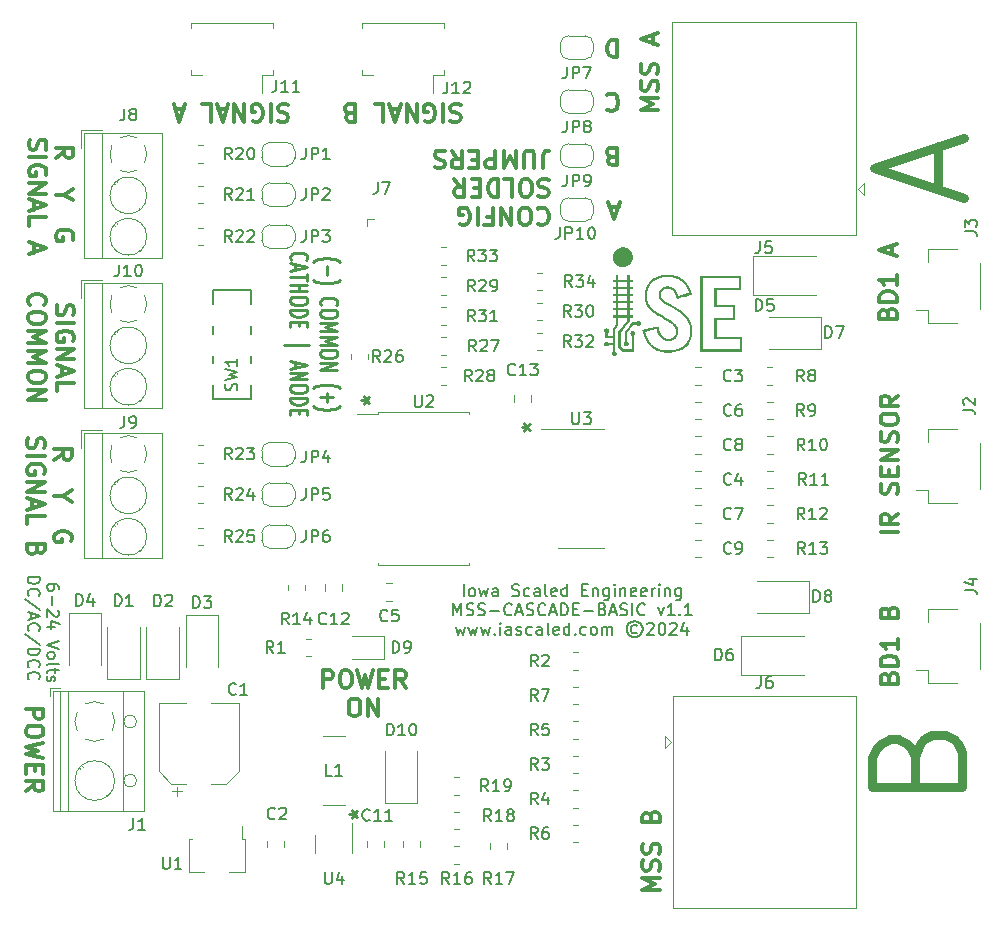
<source format=gto>
G04 #@! TF.GenerationSoftware,KiCad,Pcbnew,6.0.10-86aedd382b~118~ubuntu18.04.1*
G04 #@! TF.CreationDate,2024-08-26T14:02:28-06:00*
G04 #@! TF.ProjectId,mss-cascade-basic,6d73732d-6361-4736-9361-64652d626173,rev?*
G04 #@! TF.SameCoordinates,Original*
G04 #@! TF.FileFunction,Legend,Top*
G04 #@! TF.FilePolarity,Positive*
%FSLAX46Y46*%
G04 Gerber Fmt 4.6, Leading zero omitted, Abs format (unit mm)*
G04 Created by KiCad (PCBNEW 6.0.10-86aedd382b~118~ubuntu18.04.1) date 2024-08-26 14:02:28*
%MOMM*%
%LPD*%
G01*
G04 APERTURE LIST*
%ADD10C,0.000000*%
%ADD11C,0.300000*%
%ADD12C,0.762000*%
%ADD13C,0.254000*%
%ADD14C,0.152400*%
%ADD15C,0.150000*%
%ADD16C,0.120000*%
G04 APERTURE END LIST*
D10*
G36*
X78720680Y-142215756D02*
G01*
X78715272Y-142191597D01*
X78711870Y-142172833D01*
X78710682Y-142160163D01*
X78710983Y-142156331D01*
X78711916Y-142154285D01*
X78926151Y-142105524D01*
X79390219Y-142005501D01*
X79853626Y-141907726D01*
X80065877Y-141865712D01*
X80066787Y-141868125D01*
X80068391Y-141874036D01*
X80073285Y-141894729D01*
X80079768Y-141924549D01*
X80087044Y-141960257D01*
X80103674Y-142038508D01*
X80122590Y-142113688D01*
X80143761Y-142185750D01*
X80167157Y-142254650D01*
X80192749Y-142320342D01*
X80220505Y-142382780D01*
X80250397Y-142441920D01*
X80282394Y-142497714D01*
X80299173Y-142524343D01*
X80316467Y-142550119D01*
X80334272Y-142575036D01*
X80352585Y-142599088D01*
X80371401Y-142622270D01*
X80390718Y-142644577D01*
X80410531Y-142666001D01*
X80430837Y-142686538D01*
X80451631Y-142706183D01*
X80472911Y-142724928D01*
X80494672Y-142742770D01*
X80516910Y-142759701D01*
X80539623Y-142775717D01*
X80562805Y-142790811D01*
X80586454Y-142804978D01*
X80610566Y-142818212D01*
X80641357Y-142833542D01*
X80672343Y-142847251D01*
X80703525Y-142859339D01*
X80734898Y-142869806D01*
X80766462Y-142878654D01*
X80798213Y-142885880D01*
X80830151Y-142891486D01*
X80862273Y-142895471D01*
X80894576Y-142897836D01*
X80927060Y-142898580D01*
X80959721Y-142897704D01*
X80992558Y-142895207D01*
X81025569Y-142891089D01*
X81058751Y-142885351D01*
X81092102Y-142877992D01*
X81125622Y-142869013D01*
X81175011Y-142852570D01*
X81221791Y-142832684D01*
X81265881Y-142809468D01*
X81307203Y-142783034D01*
X81345676Y-142753496D01*
X81381221Y-142720966D01*
X81413759Y-142685557D01*
X81443210Y-142647380D01*
X81469493Y-142606550D01*
X81492531Y-142563178D01*
X81512243Y-142517377D01*
X81528549Y-142469260D01*
X81541370Y-142418940D01*
X81550626Y-142366529D01*
X81556239Y-142312140D01*
X81558127Y-142255885D01*
X81557527Y-142224810D01*
X81555711Y-142194507D01*
X81552653Y-142164908D01*
X81548326Y-142135941D01*
X81542706Y-142107536D01*
X81535766Y-142079623D01*
X81527480Y-142052132D01*
X81517822Y-142024992D01*
X81506767Y-141998133D01*
X81494289Y-141971486D01*
X81480362Y-141944978D01*
X81464960Y-141918541D01*
X81448058Y-141892104D01*
X81429629Y-141865597D01*
X81409648Y-141838949D01*
X81388088Y-141812090D01*
X81359024Y-141778200D01*
X81328386Y-141745093D01*
X81295672Y-141712428D01*
X81260382Y-141679865D01*
X81222017Y-141647062D01*
X81180076Y-141613678D01*
X81134058Y-141579372D01*
X81083464Y-141543803D01*
X80966546Y-141467512D01*
X80825319Y-141382077D01*
X80655782Y-141284768D01*
X80453933Y-141172858D01*
X80290763Y-141082701D01*
X80150290Y-141003392D01*
X80029016Y-140932748D01*
X79923443Y-140868587D01*
X79830074Y-140808725D01*
X79745412Y-140750979D01*
X79665958Y-140693168D01*
X79588216Y-140633107D01*
X79547039Y-140599035D01*
X79501951Y-140559366D01*
X79454730Y-140515843D01*
X79407153Y-140470212D01*
X79360998Y-140424218D01*
X79318043Y-140379604D01*
X79280066Y-140338115D01*
X79263499Y-140319088D01*
X79248844Y-140301497D01*
X79203614Y-140242991D01*
X79161578Y-140183593D01*
X79122721Y-140123255D01*
X79087029Y-140061927D01*
X79054487Y-139999562D01*
X79025081Y-139936111D01*
X78998796Y-139871525D01*
X78975617Y-139805755D01*
X78955531Y-139738754D01*
X78938523Y-139670472D01*
X78924579Y-139600861D01*
X78913683Y-139529872D01*
X78905821Y-139457457D01*
X78900980Y-139383567D01*
X78899144Y-139308154D01*
X78900299Y-139231169D01*
X78904616Y-139145674D01*
X78911482Y-139062221D01*
X78920901Y-138980802D01*
X78932876Y-138901409D01*
X78947410Y-138824034D01*
X78964506Y-138748668D01*
X78984168Y-138675302D01*
X79006397Y-138603930D01*
X79031198Y-138534541D01*
X79058574Y-138467129D01*
X79088527Y-138401685D01*
X79121061Y-138338200D01*
X79156179Y-138276666D01*
X79193883Y-138217076D01*
X79234178Y-138159420D01*
X79277066Y-138103691D01*
X79288633Y-138089824D01*
X79301767Y-138074810D01*
X79331934Y-138042109D01*
X79365954Y-138007126D01*
X79402214Y-137971399D01*
X79439103Y-137936466D01*
X79475008Y-137903864D01*
X79508316Y-137875132D01*
X79523493Y-137862698D01*
X79537416Y-137851808D01*
X79590260Y-137813999D01*
X79645051Y-137778105D01*
X79701749Y-137744137D01*
X79760317Y-137712108D01*
X79820716Y-137682030D01*
X79882908Y-137653916D01*
X79946855Y-137627778D01*
X80012519Y-137603629D01*
X80079862Y-137581480D01*
X80148845Y-137561345D01*
X80219429Y-137543235D01*
X80291578Y-137527164D01*
X80365251Y-137513143D01*
X80440413Y-137501185D01*
X80517023Y-137491302D01*
X80595044Y-137483508D01*
X80642418Y-137480699D01*
X80704030Y-137478635D01*
X80775002Y-137477331D01*
X80850455Y-137476805D01*
X80925511Y-137477072D01*
X80995292Y-137478150D01*
X81054920Y-137480054D01*
X81099516Y-137482802D01*
X81255151Y-137502060D01*
X81405229Y-137530898D01*
X81478127Y-137548866D01*
X81549567Y-137569175D01*
X81619527Y-137591808D01*
X81687982Y-137616747D01*
X81754911Y-137643975D01*
X81820291Y-137673473D01*
X81884098Y-137705223D01*
X81946311Y-137739208D01*
X82006905Y-137775410D01*
X82065858Y-137813811D01*
X82123148Y-137854394D01*
X82178751Y-137897140D01*
X82232645Y-137942031D01*
X82284806Y-137989050D01*
X82335212Y-138038179D01*
X82383841Y-138089401D01*
X82430668Y-138142696D01*
X82475671Y-138198048D01*
X82518828Y-138255439D01*
X82560115Y-138314850D01*
X82599510Y-138376265D01*
X82636989Y-138439665D01*
X82672531Y-138505031D01*
X82706111Y-138572348D01*
X82737708Y-138641596D01*
X82767298Y-138712758D01*
X82820366Y-138860752D01*
X82831733Y-138896938D01*
X82843704Y-138937646D01*
X82855626Y-138980323D01*
X82866844Y-139022412D01*
X82876707Y-139061360D01*
X82884560Y-139094610D01*
X82889751Y-139119609D01*
X82891144Y-139128216D01*
X82891627Y-139133802D01*
X82889856Y-139135716D01*
X82884373Y-139138600D01*
X82861244Y-139147582D01*
X82759159Y-139180545D01*
X82568968Y-139237585D01*
X82274266Y-139323596D01*
X82034090Y-139393027D01*
X81837174Y-139449361D01*
X81703758Y-139486910D01*
X81667188Y-139496862D01*
X81654083Y-139499985D01*
X81652884Y-139497507D01*
X81650445Y-139491408D01*
X81642441Y-139469999D01*
X81631262Y-139439065D01*
X81618099Y-139401913D01*
X81587485Y-139318396D01*
X81556180Y-139240290D01*
X81524103Y-139167498D01*
X81491176Y-139099924D01*
X81457319Y-139037473D01*
X81422452Y-138980047D01*
X81404615Y-138953189D01*
X81386496Y-138927552D01*
X81368084Y-138903123D01*
X81349371Y-138879890D01*
X81330345Y-138857842D01*
X81310997Y-138836966D01*
X81291317Y-138817251D01*
X81271295Y-138798684D01*
X81250921Y-138781253D01*
X81230186Y-138764947D01*
X81209078Y-138749753D01*
X81187589Y-138735659D01*
X81165708Y-138722654D01*
X81143425Y-138710725D01*
X81120731Y-138699860D01*
X81097616Y-138690047D01*
X81074068Y-138681275D01*
X81050080Y-138673531D01*
X81025640Y-138666803D01*
X81000738Y-138661080D01*
X80984083Y-138657839D01*
X80966250Y-138654996D01*
X80947419Y-138652551D01*
X80927768Y-138650507D01*
X80886723Y-138647623D01*
X80844546Y-138646351D01*
X80802666Y-138646700D01*
X80762514Y-138648678D01*
X80743533Y-138650280D01*
X80725521Y-138652292D01*
X80708655Y-138654716D01*
X80693116Y-138657552D01*
X80647623Y-138668650D01*
X80604800Y-138682369D01*
X80564640Y-138698720D01*
X80527134Y-138717712D01*
X80509374Y-138728201D01*
X80492274Y-138739353D01*
X80475833Y-138751171D01*
X80460051Y-138763654D01*
X80444926Y-138776804D01*
X80430458Y-138790623D01*
X80416644Y-138805112D01*
X80403485Y-138820271D01*
X80390979Y-138836101D01*
X80379126Y-138852605D01*
X80367923Y-138869783D01*
X80357371Y-138887636D01*
X80338212Y-138925373D01*
X80321641Y-138965825D01*
X80307650Y-139009001D01*
X80296230Y-139054911D01*
X80287373Y-139103563D01*
X80281071Y-139154969D01*
X80279255Y-139176423D01*
X80278049Y-139196924D01*
X80277470Y-139216562D01*
X80277533Y-139235424D01*
X80278253Y-139253600D01*
X80279645Y-139271178D01*
X80281726Y-139288249D01*
X80284511Y-139304899D01*
X80288015Y-139321219D01*
X80292254Y-139337297D01*
X80297244Y-139353222D01*
X80302999Y-139369083D01*
X80309536Y-139384968D01*
X80316869Y-139400968D01*
X80325015Y-139417170D01*
X80333988Y-139433663D01*
X80345359Y-139452888D01*
X80358046Y-139472207D01*
X80372060Y-139491629D01*
X80387412Y-139511164D01*
X80404112Y-139530823D01*
X80422169Y-139550617D01*
X80441595Y-139570556D01*
X80462399Y-139590649D01*
X80484593Y-139610908D01*
X80508186Y-139631343D01*
X80533189Y-139651963D01*
X80559612Y-139672780D01*
X80587465Y-139693804D01*
X80616759Y-139715045D01*
X80647504Y-139736513D01*
X80679710Y-139758219D01*
X80725209Y-139787917D01*
X80770914Y-139816680D01*
X80819547Y-139846089D01*
X80873826Y-139877722D01*
X81010208Y-139953977D01*
X81201821Y-140058080D01*
X81332890Y-140128843D01*
X81445503Y-140190405D01*
X81542638Y-140244475D01*
X81627272Y-140292765D01*
X81702380Y-140336988D01*
X81770940Y-140378854D01*
X81835928Y-140420075D01*
X81900321Y-140462363D01*
X82022411Y-140547388D01*
X82136339Y-140633771D01*
X82242212Y-140721680D01*
X82340136Y-140811282D01*
X82430218Y-140902744D01*
X82512563Y-140996234D01*
X82587279Y-141091919D01*
X82654472Y-141189967D01*
X82714249Y-141290545D01*
X82766715Y-141393820D01*
X82811977Y-141499961D01*
X82850143Y-141609133D01*
X82881317Y-141721506D01*
X82905607Y-141837245D01*
X82923119Y-141956520D01*
X82933960Y-142079496D01*
X82936984Y-142155076D01*
X82937113Y-142233021D01*
X82934432Y-142312388D01*
X82929021Y-142392234D01*
X82920965Y-142471617D01*
X82910346Y-142549595D01*
X82897246Y-142625224D01*
X82881749Y-142697563D01*
X82845650Y-142828841D01*
X82800723Y-142954537D01*
X82747168Y-143074473D01*
X82685186Y-143188475D01*
X82614976Y-143296367D01*
X82536741Y-143397973D01*
X82450679Y-143493117D01*
X82356992Y-143581624D01*
X82255880Y-143663318D01*
X82147544Y-143738023D01*
X82032184Y-143805564D01*
X81910001Y-143865764D01*
X81781195Y-143918449D01*
X81645966Y-143963442D01*
X81504515Y-144000568D01*
X81357044Y-144029651D01*
X81250790Y-144044990D01*
X81141485Y-144056584D01*
X81030577Y-144064391D01*
X80919511Y-144068369D01*
X80809735Y-144068478D01*
X80702696Y-144064676D01*
X80599841Y-144056922D01*
X80550434Y-144051550D01*
X80502616Y-144045174D01*
X80387847Y-144025290D01*
X80276384Y-144000042D01*
X80168240Y-143969437D01*
X80063430Y-143933487D01*
X79961969Y-143892199D01*
X79863871Y-143845583D01*
X79769150Y-143793649D01*
X79677822Y-143736405D01*
X79589900Y-143673862D01*
X79505399Y-143606027D01*
X79424333Y-143532912D01*
X79346718Y-143454525D01*
X79272566Y-143370874D01*
X79201894Y-143281971D01*
X79134715Y-143187823D01*
X79071044Y-143088441D01*
X79047464Y-143047866D01*
X79020916Y-142999188D01*
X78992599Y-142944821D01*
X78963711Y-142887181D01*
X78935452Y-142828680D01*
X78909019Y-142771734D01*
X78885613Y-142718757D01*
X78866432Y-142672163D01*
X78839391Y-142600367D01*
X78811234Y-142519410D01*
X78783622Y-142434881D01*
X78758218Y-142352370D01*
X78743357Y-142300680D01*
X78939576Y-142300680D01*
X78939810Y-142304127D01*
X78940507Y-142308459D01*
X78941682Y-142313797D01*
X78943348Y-142320261D01*
X78945521Y-142327973D01*
X78951444Y-142347622D01*
X78959566Y-142373713D01*
X78977908Y-142430298D01*
X78997195Y-142486239D01*
X79017395Y-142541471D01*
X79038478Y-142595930D01*
X79060413Y-142649549D01*
X79083168Y-142702263D01*
X79106713Y-142754008D01*
X79131016Y-142804719D01*
X79156047Y-142854330D01*
X79181775Y-142902776D01*
X79208168Y-142949992D01*
X79235196Y-142995913D01*
X79262827Y-143040475D01*
X79291031Y-143083610D01*
X79319777Y-143125256D01*
X79349033Y-143165346D01*
X79410271Y-143242871D01*
X79474145Y-143315913D01*
X79540677Y-143384486D01*
X79609890Y-143448605D01*
X79681807Y-143508283D01*
X79756450Y-143563536D01*
X79833842Y-143614377D01*
X79914006Y-143660823D01*
X79996965Y-143702885D01*
X80082742Y-143740581D01*
X80171358Y-143773923D01*
X80262837Y-143802926D01*
X80357202Y-143827605D01*
X80454476Y-143847974D01*
X80554680Y-143864048D01*
X80657838Y-143875840D01*
X80713580Y-143879430D01*
X80781377Y-143881275D01*
X80857342Y-143881483D01*
X80937591Y-143880162D01*
X81018237Y-143877418D01*
X81095393Y-143873360D01*
X81165174Y-143868094D01*
X81223694Y-143861729D01*
X81306328Y-143849360D01*
X81386752Y-143834739D01*
X81464972Y-143817865D01*
X81540995Y-143798736D01*
X81614827Y-143777350D01*
X81686475Y-143753705D01*
X81755943Y-143727798D01*
X81823239Y-143699628D01*
X81888369Y-143669192D01*
X81951339Y-143636489D01*
X82012155Y-143601516D01*
X82070823Y-143564272D01*
X82127350Y-143524753D01*
X82181742Y-143482959D01*
X82234004Y-143438887D01*
X82284144Y-143392535D01*
X82330120Y-143346099D01*
X82373611Y-143298299D01*
X82414647Y-143249077D01*
X82453256Y-143198375D01*
X82489468Y-143146135D01*
X82523310Y-143092299D01*
X82554813Y-143036810D01*
X82584005Y-142979609D01*
X82610914Y-142920638D01*
X82635571Y-142859841D01*
X82658003Y-142797158D01*
X82678241Y-142732532D01*
X82696312Y-142665905D01*
X82712245Y-142597220D01*
X82726070Y-142526417D01*
X82737816Y-142453441D01*
X82740389Y-142432143D01*
X82742554Y-142406257D01*
X82745687Y-142343330D01*
X82747267Y-142269886D01*
X82747341Y-142191150D01*
X82745960Y-142112349D01*
X82743174Y-142038706D01*
X82739031Y-141975449D01*
X82733582Y-141927802D01*
X82726855Y-141889055D01*
X82718523Y-141847225D01*
X82708902Y-141803592D01*
X82698305Y-141759438D01*
X82687046Y-141716045D01*
X82675441Y-141674695D01*
X82663802Y-141636668D01*
X82652444Y-141603246D01*
X82641589Y-141574886D01*
X82629699Y-141545964D01*
X82616832Y-141516579D01*
X82603044Y-141486830D01*
X82588391Y-141456816D01*
X82572932Y-141426637D01*
X82539819Y-141366180D01*
X82504160Y-141306251D01*
X82466408Y-141247646D01*
X82446890Y-141219088D01*
X82427020Y-141191158D01*
X82406854Y-141163955D01*
X82386449Y-141137579D01*
X82372661Y-141120847D01*
X82356376Y-141102076D01*
X82317580Y-141059660D01*
X82272583Y-141012812D01*
X82223907Y-140964013D01*
X82174073Y-140915743D01*
X82125603Y-140870483D01*
X82081020Y-140830713D01*
X82042844Y-140798913D01*
X81955384Y-140731701D01*
X81868494Y-140668540D01*
X81777917Y-140606801D01*
X81679395Y-140543855D01*
X81568668Y-140477072D01*
X81441479Y-140403824D01*
X81293570Y-140321481D01*
X81120683Y-140227413D01*
X80946742Y-140132687D01*
X80801650Y-140051553D01*
X80738664Y-140015267D01*
X80681379Y-139981400D01*
X80629293Y-139949625D01*
X80581903Y-139919614D01*
X80538704Y-139891043D01*
X80499194Y-139863583D01*
X80462870Y-139836909D01*
X80429227Y-139810694D01*
X80397763Y-139784611D01*
X80367975Y-139758334D01*
X80339358Y-139731536D01*
X80311410Y-139703891D01*
X80284653Y-139676157D01*
X80259908Y-139648975D01*
X80237117Y-139622232D01*
X80216226Y-139595819D01*
X80197180Y-139569626D01*
X80179921Y-139543541D01*
X80164394Y-139517454D01*
X80150544Y-139491254D01*
X80138314Y-139464831D01*
X80127649Y-139438074D01*
X80118493Y-139410873D01*
X80110790Y-139383117D01*
X80104484Y-139354695D01*
X80099520Y-139325497D01*
X80095842Y-139295412D01*
X80093394Y-139264330D01*
X80091704Y-139215476D01*
X80092677Y-139166920D01*
X80096246Y-139118830D01*
X80102346Y-139071371D01*
X80110909Y-139024711D01*
X80121870Y-138979014D01*
X80135162Y-138934448D01*
X80150720Y-138891179D01*
X80168478Y-138849374D01*
X80188368Y-138809198D01*
X80210326Y-138770819D01*
X80234284Y-138734402D01*
X80260178Y-138700115D01*
X80287940Y-138668123D01*
X80317504Y-138638593D01*
X80332942Y-138624803D01*
X80348805Y-138611691D01*
X80395387Y-138578257D01*
X80445667Y-138548877D01*
X80499193Y-138523569D01*
X80555511Y-138502352D01*
X80614168Y-138485244D01*
X80674714Y-138472264D01*
X80736693Y-138463430D01*
X80799655Y-138458762D01*
X80863145Y-138458277D01*
X80926713Y-138461995D01*
X80989904Y-138469933D01*
X81052266Y-138482111D01*
X81113346Y-138498547D01*
X81172693Y-138519260D01*
X81229852Y-138544268D01*
X81284372Y-138573591D01*
X81300215Y-138583605D01*
X81317194Y-138595530D01*
X81335119Y-138609178D01*
X81353803Y-138624358D01*
X81373057Y-138640881D01*
X81392694Y-138658559D01*
X81412525Y-138677203D01*
X81432362Y-138696622D01*
X81452017Y-138716629D01*
X81471302Y-138737033D01*
X81490030Y-138757646D01*
X81508011Y-138778279D01*
X81525057Y-138798742D01*
X81540982Y-138818847D01*
X81555595Y-138838404D01*
X81568711Y-138857224D01*
X81590781Y-138892177D01*
X81613778Y-138931263D01*
X81637172Y-138973459D01*
X81660433Y-139017738D01*
X81683033Y-139063076D01*
X81704442Y-139108446D01*
X81724131Y-139152825D01*
X81741571Y-139195186D01*
X81745907Y-139206072D01*
X81749931Y-139215997D01*
X81753661Y-139224991D01*
X81757116Y-139233087D01*
X81760314Y-139240314D01*
X81763275Y-139246705D01*
X81764673Y-139249595D01*
X81766017Y-139252289D01*
X81767312Y-139254788D01*
X81768559Y-139257098D01*
X81769760Y-139259221D01*
X81770918Y-139261163D01*
X81772036Y-139262926D01*
X81773115Y-139264514D01*
X81774157Y-139265932D01*
X81775166Y-139267184D01*
X81776143Y-139268273D01*
X81777092Y-139269202D01*
X81778013Y-139269977D01*
X81778910Y-139270601D01*
X81779784Y-139271077D01*
X81780639Y-139271410D01*
X81781476Y-139271603D01*
X81782297Y-139271661D01*
X81783106Y-139271587D01*
X81783905Y-139271385D01*
X82221349Y-139144385D01*
X82526237Y-139055750D01*
X82621697Y-139027407D01*
X82648958Y-139019052D01*
X82660205Y-139015269D01*
X82661931Y-139014420D01*
X82663395Y-139013407D01*
X82664584Y-139012148D01*
X82665485Y-139010561D01*
X82666085Y-139008565D01*
X82666369Y-139006079D01*
X82666324Y-139003019D01*
X82665937Y-138999305D01*
X82665195Y-138994856D01*
X82664084Y-138989589D01*
X82660701Y-138976276D01*
X82655681Y-138958713D01*
X82648916Y-138936246D01*
X82634304Y-138890831D01*
X82618534Y-138845646D01*
X82601643Y-138800754D01*
X82583663Y-138756219D01*
X82564629Y-138712107D01*
X82544575Y-138668480D01*
X82523535Y-138625403D01*
X82501543Y-138582939D01*
X82478633Y-138541154D01*
X82454840Y-138500111D01*
X82430197Y-138459874D01*
X82404738Y-138420507D01*
X82378499Y-138382075D01*
X82351512Y-138344641D01*
X82323811Y-138308269D01*
X82295432Y-138273024D01*
X82282894Y-138258326D01*
X82268944Y-138242655D01*
X82237511Y-138209061D01*
X82202539Y-138173582D01*
X82165434Y-138137558D01*
X82127601Y-138102327D01*
X82090446Y-138069229D01*
X82055375Y-138039604D01*
X82039060Y-138026512D01*
X82023794Y-138014791D01*
X81978307Y-137981857D01*
X81931794Y-137950523D01*
X81884238Y-137920782D01*
X81835620Y-137892630D01*
X81785923Y-137866062D01*
X81735129Y-137841071D01*
X81683221Y-137817654D01*
X81630182Y-137795804D01*
X81575993Y-137775517D01*
X81520638Y-137756788D01*
X81464098Y-137739611D01*
X81406356Y-137723981D01*
X81347394Y-137709893D01*
X81287195Y-137697342D01*
X81225742Y-137686323D01*
X81163016Y-137676830D01*
X81116809Y-137672151D01*
X81054636Y-137668242D01*
X80981631Y-137665209D01*
X80902930Y-137663160D01*
X80823667Y-137662202D01*
X80748976Y-137662443D01*
X80683992Y-137663991D01*
X80633849Y-137666952D01*
X80472812Y-137685710D01*
X80395454Y-137698332D01*
X80320215Y-137713105D01*
X80247102Y-137730022D01*
X80176127Y-137749074D01*
X80107296Y-137770255D01*
X80040620Y-137793555D01*
X79976107Y-137818968D01*
X79913767Y-137846486D01*
X79853607Y-137876101D01*
X79795637Y-137907806D01*
X79739866Y-137941591D01*
X79686303Y-137977451D01*
X79634956Y-138015377D01*
X79585835Y-138055360D01*
X79538948Y-138097395D01*
X79494305Y-138141472D01*
X79451914Y-138187584D01*
X79411784Y-138235723D01*
X79373925Y-138285882D01*
X79338344Y-138338053D01*
X79305052Y-138392228D01*
X79274056Y-138448399D01*
X79245367Y-138506558D01*
X79218992Y-138566699D01*
X79194940Y-138628812D01*
X79173221Y-138692890D01*
X79153844Y-138758926D01*
X79136817Y-138826912D01*
X79122149Y-138896840D01*
X79109849Y-138968702D01*
X79102333Y-139022641D01*
X79096188Y-139076198D01*
X79091410Y-139129308D01*
X79087999Y-139181901D01*
X79085953Y-139233911D01*
X79085268Y-139285272D01*
X79085944Y-139335915D01*
X79087977Y-139385773D01*
X79091367Y-139434780D01*
X79096110Y-139482869D01*
X79102206Y-139529971D01*
X79109651Y-139576020D01*
X79118444Y-139620949D01*
X79128583Y-139664690D01*
X79140065Y-139707176D01*
X79152888Y-139748341D01*
X79167206Y-139789203D01*
X79183394Y-139830236D01*
X79201386Y-139871346D01*
X79221118Y-139912437D01*
X79242524Y-139953418D01*
X79265539Y-139994192D01*
X79290098Y-140034667D01*
X79316136Y-140074748D01*
X79343588Y-140114342D01*
X79372389Y-140153353D01*
X79402474Y-140191688D01*
X79433777Y-140229254D01*
X79466233Y-140265955D01*
X79499778Y-140301699D01*
X79534346Y-140336390D01*
X79569872Y-140369935D01*
X79653943Y-140443867D01*
X79740925Y-140514376D01*
X79834587Y-140583925D01*
X79938701Y-140654979D01*
X80057036Y-140730003D01*
X80193362Y-140811459D01*
X80351451Y-140901811D01*
X80535071Y-141003524D01*
X80740829Y-141117107D01*
X80822855Y-141163179D01*
X80893670Y-141203637D01*
X80955290Y-141239630D01*
X81009734Y-141272308D01*
X81059018Y-141302819D01*
X81105160Y-141332313D01*
X81165371Y-141372590D01*
X81221985Y-141412271D01*
X81275110Y-141451470D01*
X81324853Y-141490302D01*
X81371321Y-141528882D01*
X81414624Y-141567325D01*
X81454866Y-141605745D01*
X81492158Y-141644257D01*
X81526604Y-141682975D01*
X81558314Y-141722015D01*
X81587395Y-141761491D01*
X81613954Y-141801518D01*
X81638099Y-141842211D01*
X81659936Y-141883684D01*
X81679575Y-141926052D01*
X81697121Y-141969430D01*
X81706885Y-141997578D01*
X81715537Y-142026902D01*
X81723073Y-142057272D01*
X81729489Y-142088558D01*
X81734780Y-142120630D01*
X81738942Y-142153356D01*
X81741972Y-142186608D01*
X81743864Y-142220255D01*
X81744616Y-142254166D01*
X81744223Y-142288211D01*
X81742680Y-142322261D01*
X81739984Y-142356184D01*
X81736130Y-142389852D01*
X81731115Y-142423132D01*
X81724934Y-142455896D01*
X81717583Y-142488013D01*
X81698290Y-142553232D01*
X81674630Y-142615203D01*
X81646736Y-142673822D01*
X81614737Y-142728983D01*
X81578765Y-142780579D01*
X81538952Y-142828507D01*
X81495428Y-142872660D01*
X81448325Y-142912934D01*
X81397774Y-142949222D01*
X81343907Y-142981420D01*
X81286854Y-143009421D01*
X81226748Y-143033121D01*
X81163718Y-143052414D01*
X81097897Y-143067194D01*
X81029415Y-143077357D01*
X80958405Y-143082796D01*
X80914732Y-143083585D01*
X80871574Y-143082265D01*
X80828955Y-143078857D01*
X80786902Y-143073385D01*
X80745442Y-143065873D01*
X80704600Y-143056343D01*
X80664403Y-143044819D01*
X80624876Y-143031324D01*
X80586045Y-143015880D01*
X80547937Y-142998511D01*
X80510578Y-142979240D01*
X80473994Y-142958091D01*
X80438211Y-142935085D01*
X80403255Y-142910247D01*
X80369152Y-142883600D01*
X80335929Y-142855166D01*
X80303610Y-142824969D01*
X80272224Y-142793032D01*
X80241794Y-142759378D01*
X80212349Y-142724031D01*
X80156513Y-142648346D01*
X80104925Y-142566164D01*
X80057794Y-142477669D01*
X80015328Y-142383046D01*
X79977736Y-142282481D01*
X79945227Y-142176157D01*
X79940517Y-142158328D01*
X79935989Y-142141607D01*
X79931758Y-142126374D01*
X79927941Y-142113010D01*
X79924653Y-142101895D01*
X79922010Y-142093409D01*
X79920128Y-142087933D01*
X79919508Y-142086442D01*
X79919122Y-142085847D01*
X79454249Y-142182948D01*
X78949688Y-142291163D01*
X78944846Y-142292482D01*
X78942982Y-142293319D01*
X78941508Y-142294437D01*
X78940440Y-142295956D01*
X78939791Y-142297996D01*
X78939576Y-142300680D01*
X78743357Y-142300680D01*
X78736683Y-142277465D01*
X78720680Y-142215756D01*
G37*
G36*
X77077144Y-135155704D02*
G01*
X77119742Y-135157051D01*
X77159429Y-135159209D01*
X77193428Y-135162128D01*
X77207426Y-135163857D01*
X77218960Y-135165758D01*
X77249708Y-135172139D01*
X77280030Y-135179637D01*
X77309913Y-135188243D01*
X77339346Y-135197949D01*
X77368316Y-135208746D01*
X77396810Y-135220626D01*
X77424817Y-135233581D01*
X77452323Y-135247602D01*
X77479317Y-135262682D01*
X77505785Y-135278812D01*
X77531717Y-135295984D01*
X77557098Y-135314189D01*
X77581917Y-135333420D01*
X77606162Y-135353667D01*
X77629819Y-135374923D01*
X77652877Y-135397180D01*
X77672712Y-135417660D01*
X77691736Y-135438616D01*
X77709948Y-135460046D01*
X77727346Y-135481946D01*
X77743930Y-135504313D01*
X77759698Y-135527144D01*
X77774650Y-135550436D01*
X77788785Y-135574186D01*
X77802101Y-135598391D01*
X77814597Y-135623047D01*
X77826272Y-135648152D01*
X77837126Y-135673703D01*
X77847158Y-135699695D01*
X77856365Y-135726127D01*
X77864748Y-135752995D01*
X77872305Y-135780296D01*
X77878796Y-135807698D01*
X77884250Y-135836099D01*
X77888670Y-135865355D01*
X77892060Y-135895324D01*
X77894426Y-135925864D01*
X77895770Y-135956831D01*
X77896097Y-135988084D01*
X77895412Y-136019480D01*
X77893717Y-136050875D01*
X77891019Y-136082128D01*
X77887319Y-136113096D01*
X77882623Y-136143636D01*
X77876936Y-136173605D01*
X77870260Y-136202861D01*
X77862600Y-136231261D01*
X77853960Y-136258663D01*
X77845466Y-136282604D01*
X77836377Y-136306025D01*
X77826675Y-136328952D01*
X77816345Y-136351411D01*
X77805371Y-136373427D01*
X77793735Y-136395027D01*
X77781420Y-136416236D01*
X77768412Y-136437080D01*
X77754692Y-136457586D01*
X77740245Y-136477778D01*
X77725053Y-136497683D01*
X77709101Y-136517326D01*
X77692372Y-136536734D01*
X77674849Y-136555932D01*
X77656515Y-136574946D01*
X77637355Y-136593802D01*
X77609358Y-136619748D01*
X77580660Y-136644143D01*
X77551255Y-136666990D01*
X77521137Y-136688291D01*
X77490299Y-136708051D01*
X77458736Y-136726271D01*
X77426442Y-136742956D01*
X77393409Y-136758108D01*
X77359632Y-136771731D01*
X77325105Y-136783827D01*
X77289822Y-136794399D01*
X77253775Y-136803451D01*
X77216960Y-136810986D01*
X77179369Y-136817007D01*
X77140998Y-136821517D01*
X77101838Y-136824519D01*
X77058113Y-136825847D01*
X77014570Y-136824823D01*
X76971291Y-136821478D01*
X76928360Y-136815842D01*
X76885858Y-136807945D01*
X76843869Y-136797816D01*
X76802476Y-136785486D01*
X76761760Y-136770985D01*
X76721806Y-136754342D01*
X76682694Y-136735587D01*
X76644509Y-136714751D01*
X76607332Y-136691863D01*
X76571247Y-136666954D01*
X76536336Y-136640053D01*
X76502681Y-136611191D01*
X76470366Y-136580396D01*
X76440974Y-136549751D01*
X76413397Y-136518159D01*
X76387644Y-136485649D01*
X76363728Y-136452250D01*
X76341660Y-136417991D01*
X76321451Y-136382901D01*
X76303113Y-136347010D01*
X76286657Y-136310345D01*
X76272094Y-136272936D01*
X76259437Y-136234812D01*
X76248695Y-136196002D01*
X76239881Y-136156534D01*
X76233006Y-136116438D01*
X76228081Y-136075742D01*
X76225117Y-136034476D01*
X76224127Y-135992668D01*
X76224883Y-135956195D01*
X76227135Y-135920086D01*
X76230854Y-135884376D01*
X76236015Y-135849099D01*
X76242592Y-135814289D01*
X76250558Y-135779981D01*
X76259886Y-135746208D01*
X76270551Y-135713004D01*
X76282524Y-135680404D01*
X76295781Y-135648442D01*
X76310294Y-135617151D01*
X76326037Y-135586567D01*
X76342984Y-135556722D01*
X76361108Y-135527651D01*
X76380382Y-135499389D01*
X76400781Y-135471969D01*
X76422277Y-135445425D01*
X76444844Y-135419792D01*
X76468456Y-135395104D01*
X76493086Y-135371394D01*
X76518707Y-135348697D01*
X76545294Y-135327048D01*
X76572820Y-135306479D01*
X76601258Y-135287025D01*
X76630581Y-135268721D01*
X76660764Y-135251600D01*
X76691779Y-135235697D01*
X76723601Y-135221045D01*
X76756203Y-135207679D01*
X76789558Y-135195632D01*
X76823639Y-135184940D01*
X76858422Y-135175636D01*
X76881021Y-135170322D01*
X76902695Y-135165405D01*
X76912399Y-135163302D01*
X76920929Y-135161547D01*
X76927971Y-135160221D01*
X76933210Y-135159408D01*
X76945241Y-135158084D01*
X76959669Y-135157018D01*
X76994329Y-135155637D01*
X77034414Y-135155216D01*
X77077144Y-135155704D01*
G37*
G36*
X87068516Y-137560413D02*
G01*
X87068516Y-138802191D01*
X84994182Y-138802191D01*
X84994182Y-140051024D01*
X86574627Y-140051024D01*
X86574627Y-141285746D01*
X84994182Y-141285746D01*
X84994182Y-142746246D01*
X87153183Y-142746246D01*
X87153183Y-143980968D01*
X83618349Y-143980968D01*
X83618349Y-143797524D01*
X83801793Y-143797524D01*
X86969738Y-143797524D01*
X86969738Y-142929691D01*
X84810737Y-142929691D01*
X84810737Y-141102302D01*
X86391182Y-141102302D01*
X86391182Y-140234469D01*
X84810737Y-140234469D01*
X84810737Y-138611691D01*
X86885071Y-138611691D01*
X86885071Y-137743858D01*
X83801793Y-137743858D01*
X83801793Y-143797524D01*
X83618349Y-143797524D01*
X83618349Y-137560413D01*
X87068516Y-137560413D01*
G37*
G36*
X78411121Y-141395064D02*
G01*
X78425988Y-141396833D01*
X78440771Y-141399502D01*
X78455358Y-141403045D01*
X78469640Y-141407430D01*
X78483505Y-141412630D01*
X78496843Y-141418616D01*
X78509543Y-141425358D01*
X78521495Y-141432827D01*
X78532588Y-141440996D01*
X78537777Y-141445333D01*
X78542711Y-141449834D01*
X78547375Y-141454495D01*
X78551755Y-141459313D01*
X78560505Y-141469858D01*
X78568505Y-141480704D01*
X78575760Y-141491821D01*
X78582274Y-141503180D01*
X78588054Y-141514750D01*
X78593106Y-141526501D01*
X78597434Y-141538404D01*
X78601044Y-141550429D01*
X78603943Y-141562545D01*
X78606135Y-141574724D01*
X78607626Y-141586935D01*
X78608421Y-141599149D01*
X78608527Y-141611335D01*
X78607948Y-141623464D01*
X78606690Y-141635506D01*
X78604760Y-141647431D01*
X78602161Y-141659210D01*
X78598901Y-141670811D01*
X78594984Y-141682207D01*
X78590416Y-141693366D01*
X78585202Y-141704258D01*
X78579349Y-141714855D01*
X78572861Y-141725126D01*
X78565745Y-141735042D01*
X78558005Y-141744571D01*
X78549648Y-141753686D01*
X78540678Y-141762355D01*
X78531102Y-141770549D01*
X78520925Y-141778239D01*
X78510153Y-141785393D01*
X78498790Y-141791983D01*
X78486844Y-141797979D01*
X78476909Y-141802196D01*
X78466468Y-141805851D01*
X78455593Y-141808943D01*
X78444356Y-141811473D01*
X78432830Y-141813441D01*
X78421086Y-141814847D01*
X78409198Y-141815690D01*
X78397238Y-141815971D01*
X78385278Y-141815690D01*
X78373390Y-141814847D01*
X78361646Y-141813441D01*
X78350120Y-141811473D01*
X78338883Y-141808943D01*
X78328008Y-141805851D01*
X78317567Y-141802196D01*
X78307633Y-141797979D01*
X78300998Y-141794533D01*
X78293877Y-141790352D01*
X78286397Y-141785544D01*
X78278683Y-141780219D01*
X78270861Y-141774485D01*
X78263058Y-141768450D01*
X78255400Y-141762222D01*
X78248013Y-141755911D01*
X78241023Y-141749624D01*
X78234555Y-141743471D01*
X78228737Y-141737560D01*
X78223693Y-141731999D01*
X78219551Y-141726897D01*
X78217858Y-141724552D01*
X78216437Y-141722363D01*
X78215304Y-141720342D01*
X78214475Y-141718504D01*
X78213967Y-141716862D01*
X78213794Y-141715430D01*
X78213070Y-141714777D01*
X78210945Y-141714144D01*
X78202780Y-141712949D01*
X78189869Y-141711870D01*
X78172783Y-141710932D01*
X78152092Y-141710159D01*
X78128366Y-141709576D01*
X78074094Y-141709080D01*
X77934394Y-141709080D01*
X77678983Y-142031518D01*
X77423572Y-142354663D01*
X77423572Y-143146296D01*
X77441916Y-143156174D01*
X77447727Y-143159626D01*
X77453744Y-143163848D01*
X77459907Y-143168767D01*
X77466158Y-143174309D01*
X77472439Y-143180401D01*
X77478689Y-143186969D01*
X77484850Y-143193940D01*
X77490864Y-143201241D01*
X77496671Y-143208799D01*
X77502212Y-143216539D01*
X77507429Y-143224389D01*
X77512262Y-143232275D01*
X77516653Y-143240123D01*
X77520543Y-143247861D01*
X77523872Y-143255416D01*
X77526583Y-143262712D01*
X77529494Y-143272840D01*
X77531883Y-143283573D01*
X77533754Y-143294807D01*
X77535115Y-143306435D01*
X77535972Y-143318353D01*
X77536331Y-143330454D01*
X77536198Y-143342635D01*
X77535579Y-143354788D01*
X77534480Y-143366809D01*
X77532908Y-143378592D01*
X77530869Y-143390032D01*
X77528369Y-143401024D01*
X77525414Y-143411461D01*
X77522010Y-143421240D01*
X77518165Y-143430253D01*
X77513883Y-143438396D01*
X77505714Y-143451352D01*
X77497083Y-143463494D01*
X77487991Y-143474820D01*
X77478440Y-143485326D01*
X77468429Y-143495010D01*
X77457961Y-143503868D01*
X77447035Y-143511897D01*
X77435654Y-143519094D01*
X77423818Y-143525456D01*
X77411529Y-143530980D01*
X77398787Y-143535662D01*
X77385593Y-143539500D01*
X77371948Y-143542491D01*
X77357854Y-143544631D01*
X77343312Y-143545917D01*
X77328321Y-143546346D01*
X77317037Y-143546084D01*
X77305946Y-143545303D01*
X77295058Y-143544015D01*
X77284385Y-143542230D01*
X77273939Y-143539961D01*
X77263729Y-143537217D01*
X77253766Y-143534010D01*
X77244063Y-143530350D01*
X77234629Y-143526249D01*
X77225476Y-143521718D01*
X77216615Y-143516768D01*
X77208056Y-143511409D01*
X77199811Y-143505653D01*
X77191891Y-143499510D01*
X77184306Y-143492992D01*
X77177068Y-143486109D01*
X77170188Y-143478873D01*
X77163676Y-143471295D01*
X77157543Y-143463385D01*
X77151802Y-143455154D01*
X77146462Y-143446614D01*
X77141534Y-143437776D01*
X77137030Y-143428650D01*
X77132960Y-143419247D01*
X77129336Y-143409578D01*
X77126168Y-143399655D01*
X77123467Y-143389489D01*
X77121245Y-143379089D01*
X77119512Y-143368468D01*
X77118280Y-143357637D01*
X77117559Y-143346605D01*
X77117360Y-143335385D01*
X77117634Y-143323130D01*
X77118457Y-143311228D01*
X77119835Y-143299669D01*
X77121770Y-143288443D01*
X77124268Y-143277540D01*
X77127332Y-143266949D01*
X77130967Y-143256659D01*
X77135176Y-143246661D01*
X77139964Y-143236945D01*
X77145335Y-143227498D01*
X77151293Y-143218313D01*
X77157842Y-143209377D01*
X77164986Y-143200682D01*
X77172730Y-143192215D01*
X77181078Y-143183968D01*
X77190033Y-143175930D01*
X77226016Y-143144885D01*
X77226016Y-142279168D01*
X77531522Y-141892524D01*
X77836321Y-141505174D01*
X78023294Y-141504468D01*
X78210266Y-141503763D01*
X78229316Y-141476246D01*
X78233901Y-141469957D01*
X78238907Y-141463800D01*
X78244310Y-141457791D01*
X78250086Y-141451949D01*
X78256208Y-141446287D01*
X78262653Y-141440825D01*
X78269396Y-141435577D01*
X78276412Y-141430561D01*
X78283675Y-141425793D01*
X78291162Y-141421290D01*
X78298847Y-141417068D01*
X78306706Y-141413143D01*
X78314714Y-141409533D01*
X78322846Y-141406253D01*
X78331077Y-141403321D01*
X78339383Y-141400752D01*
X78346133Y-141399034D01*
X78353015Y-141397580D01*
X78367116Y-141395455D01*
X78381574Y-141394346D01*
X78396279Y-141394225D01*
X78411121Y-141395064D01*
G37*
G36*
X76224127Y-140495524D02*
G01*
X76224127Y-140269746D01*
X76478127Y-140269746D01*
X76675683Y-140269746D01*
X77444738Y-140269746D01*
X77444738Y-139895802D01*
X76675683Y-139895802D01*
X76675683Y-140269746D01*
X76478127Y-140269746D01*
X76478127Y-139895802D01*
X76224127Y-139895802D01*
X76224127Y-139670024D01*
X76478127Y-139670024D01*
X76675683Y-139670024D01*
X77444738Y-139670024D01*
X77444738Y-139296080D01*
X76675683Y-139296080D01*
X76675683Y-139670024D01*
X76478127Y-139670024D01*
X76478127Y-139296080D01*
X76224127Y-139296080D01*
X76224127Y-139077357D01*
X76478127Y-139077357D01*
X76675683Y-139077357D01*
X77444738Y-139077357D01*
X77444738Y-138703413D01*
X76675683Y-138703413D01*
X76675683Y-139077357D01*
X76478127Y-139077357D01*
X76478127Y-138703413D01*
X76224127Y-138703413D01*
X76224127Y-138477635D01*
X76478127Y-138477635D01*
X76675683Y-138477635D01*
X77444738Y-138477635D01*
X77444738Y-138103691D01*
X76675683Y-138103691D01*
X76675683Y-138477635D01*
X76478127Y-138477635D01*
X76478127Y-138103691D01*
X76224127Y-138103691D01*
X76224127Y-137884969D01*
X76478127Y-137884969D01*
X76478127Y-137532191D01*
X76675683Y-137532191D01*
X76675683Y-137884969D01*
X77444738Y-137884969D01*
X77444738Y-137532191D01*
X77642294Y-137532191D01*
X77642294Y-137884969D01*
X77896294Y-137884969D01*
X77896294Y-138103691D01*
X77642294Y-138103691D01*
X77642294Y-138477635D01*
X77896294Y-138477635D01*
X77896294Y-138703413D01*
X77642294Y-138703413D01*
X77642294Y-139077357D01*
X77896294Y-139077357D01*
X77896294Y-139296080D01*
X77642294Y-139296080D01*
X77642294Y-139670024D01*
X77896294Y-139670024D01*
X77896294Y-139895802D01*
X77642294Y-139895802D01*
X77642294Y-140269746D01*
X77896294Y-140269746D01*
X77896294Y-140495524D01*
X77642294Y-140495524D01*
X77642294Y-140862413D01*
X77896294Y-140862413D01*
X77896294Y-141095247D01*
X77642294Y-141095247D01*
X77642294Y-141424035D01*
X77250710Y-141918629D01*
X76859127Y-142413929D01*
X76859127Y-143525885D01*
X77130766Y-143797524D01*
X77797516Y-143797524D01*
X77797516Y-143212618D01*
X77797488Y-143022351D01*
X77797423Y-142945018D01*
X77797295Y-142878461D01*
X77797202Y-142848968D01*
X77797085Y-142821863D01*
X77796943Y-142797043D01*
X77796772Y-142774406D01*
X77796570Y-142753851D01*
X77796334Y-142735274D01*
X77796063Y-142718574D01*
X77795752Y-142703648D01*
X77795400Y-142690395D01*
X77795004Y-142678711D01*
X77794562Y-142668496D01*
X77794323Y-142663906D01*
X77794071Y-142659646D01*
X77793806Y-142655701D01*
X77793528Y-142652060D01*
X77793236Y-142648708D01*
X77792930Y-142645635D01*
X77792611Y-142642826D01*
X77792276Y-142640269D01*
X77791927Y-142637951D01*
X77791563Y-142635860D01*
X77791183Y-142633982D01*
X77790787Y-142632305D01*
X77790375Y-142630817D01*
X77789947Y-142629504D01*
X77789502Y-142628353D01*
X77789040Y-142627352D01*
X77788560Y-142626489D01*
X77788063Y-142625749D01*
X77787547Y-142625121D01*
X77787013Y-142624592D01*
X77786460Y-142624149D01*
X77785889Y-142623778D01*
X77785298Y-142623469D01*
X77784687Y-142623207D01*
X77783405Y-142622774D01*
X77781075Y-142621882D01*
X77778593Y-142620670D01*
X77773218Y-142617349D01*
X77767381Y-142612934D01*
X77761180Y-142607549D01*
X77754714Y-142601317D01*
X77748083Y-142594360D01*
X77741386Y-142586802D01*
X77734722Y-142578765D01*
X77728190Y-142570372D01*
X77721889Y-142561747D01*
X77715920Y-142553013D01*
X77710380Y-142544292D01*
X77705369Y-142535707D01*
X77700987Y-142527382D01*
X77697333Y-142519439D01*
X77694505Y-142512002D01*
X77691478Y-142501852D01*
X77689006Y-142491289D01*
X77687085Y-142480381D01*
X77685707Y-142469195D01*
X77684867Y-142457798D01*
X77684558Y-142446257D01*
X77684774Y-142434640D01*
X77685509Y-142423014D01*
X77686756Y-142411445D01*
X77688510Y-142400002D01*
X77690764Y-142388751D01*
X77693513Y-142377759D01*
X77696749Y-142367094D01*
X77700466Y-142356822D01*
X77704659Y-142347012D01*
X77709321Y-142337730D01*
X77713850Y-142329646D01*
X77718462Y-142322040D01*
X77723192Y-142314880D01*
X77728074Y-142308129D01*
X77733142Y-142301755D01*
X77738430Y-142295723D01*
X77743972Y-142289998D01*
X77749803Y-142284548D01*
X77755956Y-142279337D01*
X77762465Y-142274333D01*
X77769366Y-142269499D01*
X77776691Y-142264803D01*
X77784475Y-142260211D01*
X77792752Y-142255688D01*
X77801556Y-142251200D01*
X77810921Y-142246713D01*
X77822249Y-142241737D01*
X77827410Y-142239667D01*
X77832353Y-142237860D01*
X77837163Y-142236306D01*
X77841927Y-142234992D01*
X77846733Y-142233908D01*
X77851667Y-142233043D01*
X77856816Y-142232383D01*
X77862267Y-142231919D01*
X77868107Y-142231640D01*
X77874422Y-142231532D01*
X77881299Y-142231586D01*
X77888825Y-142231790D01*
X77906171Y-142232601D01*
X77918228Y-142233399D01*
X77929565Y-142234484D01*
X77940241Y-142235879D01*
X77950313Y-142237606D01*
X77959839Y-142239690D01*
X77968878Y-142242151D01*
X77977486Y-142245014D01*
X77985723Y-142248300D01*
X77993645Y-142252033D01*
X78001311Y-142256235D01*
X78008779Y-142260929D01*
X78016106Y-142266138D01*
X78023350Y-142271884D01*
X78030570Y-142278190D01*
X78037822Y-142285079D01*
X78045166Y-142292574D01*
X78053032Y-142301066D01*
X78060242Y-142309384D01*
X78066814Y-142317585D01*
X78072771Y-142325724D01*
X78078132Y-142333859D01*
X78082919Y-142342047D01*
X78087151Y-142350344D01*
X78090851Y-142358808D01*
X78094037Y-142367495D01*
X78096732Y-142376462D01*
X78098956Y-142385766D01*
X78100728Y-142395464D01*
X78102071Y-142405612D01*
X78103005Y-142416268D01*
X78103550Y-142427488D01*
X78103727Y-142439329D01*
X78103577Y-142452842D01*
X78102859Y-142465869D01*
X78101566Y-142478423D01*
X78099692Y-142490515D01*
X78097231Y-142502157D01*
X78094177Y-142513359D01*
X78090524Y-142524134D01*
X78086264Y-142534492D01*
X78081393Y-142544444D01*
X78078727Y-142549272D01*
X78075904Y-142554003D01*
X78072926Y-142558639D01*
X78069791Y-142563180D01*
X78063047Y-142571985D01*
X78055667Y-142580431D01*
X78047644Y-142588529D01*
X78038971Y-142596289D01*
X78029644Y-142603724D01*
X77995777Y-142629830D01*
X77995777Y-143312101D01*
X77995071Y-143995079D01*
X77046099Y-143995079D01*
X76854188Y-143803169D01*
X76661572Y-143610552D01*
X76661572Y-142337730D01*
X77053155Y-141842430D01*
X77444738Y-141347835D01*
X77444738Y-141095247D01*
X76675683Y-141095247D01*
X76675683Y-141417685D01*
X76674977Y-141740829D01*
X76548683Y-141899579D01*
X76422388Y-142058329D01*
X76421683Y-143003774D01*
X76421683Y-143949218D01*
X76456960Y-143979558D01*
X76466505Y-143988030D01*
X76475306Y-143996539D01*
X76483382Y-144005120D01*
X76490750Y-144013810D01*
X76497427Y-144022644D01*
X76503432Y-144031659D01*
X76508781Y-144040892D01*
X76513493Y-144050377D01*
X76517585Y-144060152D01*
X76521074Y-144070253D01*
X76523978Y-144080715D01*
X76526314Y-144091575D01*
X76528101Y-144102869D01*
X76529356Y-144114634D01*
X76530096Y-144126905D01*
X76530338Y-144139718D01*
X76530417Y-144156257D01*
X76530293Y-144163553D01*
X76530041Y-144170300D01*
X76529643Y-144176576D01*
X76529086Y-144182457D01*
X76528352Y-144188020D01*
X76527428Y-144193341D01*
X76526297Y-144198496D01*
X76524943Y-144203563D01*
X76523352Y-144208617D01*
X76521508Y-144213735D01*
X76519395Y-144218994D01*
X76516997Y-144224470D01*
X76514300Y-144230239D01*
X76511288Y-144236379D01*
X76503964Y-144250111D01*
X76496017Y-144262994D01*
X76487454Y-144275022D01*
X76478281Y-144286187D01*
X76468505Y-144296484D01*
X76458132Y-144305907D01*
X76447167Y-144314449D01*
X76435617Y-144322104D01*
X76423489Y-144328867D01*
X76410788Y-144334730D01*
X76397521Y-144339688D01*
X76383693Y-144343734D01*
X76369311Y-144346863D01*
X76354382Y-144349067D01*
X76338911Y-144350341D01*
X76322905Y-144350679D01*
X76310317Y-144350446D01*
X76298199Y-144349737D01*
X76286529Y-144348540D01*
X76275280Y-144346843D01*
X76264428Y-144344633D01*
X76253948Y-144341898D01*
X76243815Y-144338626D01*
X76234005Y-144334804D01*
X76224492Y-144330420D01*
X76215253Y-144325461D01*
X76206261Y-144319915D01*
X76197492Y-144313770D01*
X76188922Y-144307013D01*
X76180526Y-144299631D01*
X76172278Y-144291613D01*
X76164155Y-144282946D01*
X76156786Y-144274358D01*
X76150019Y-144265768D01*
X76143843Y-144257140D01*
X76138248Y-144248440D01*
X76133223Y-144239633D01*
X76128759Y-144230683D01*
X76124844Y-144221555D01*
X76121469Y-144212214D01*
X76118623Y-144202626D01*
X76116296Y-144192754D01*
X76114477Y-144182563D01*
X76113157Y-144172020D01*
X76112324Y-144161087D01*
X76111969Y-144149731D01*
X76112081Y-144137916D01*
X76112649Y-144125607D01*
X76113707Y-144113718D01*
X76115291Y-144102131D01*
X76117398Y-144090850D01*
X76120025Y-144079879D01*
X76123168Y-144069221D01*
X76126825Y-144058883D01*
X76130993Y-144048866D01*
X76135668Y-144039177D01*
X76140848Y-144029818D01*
X76146528Y-144020794D01*
X76152707Y-144012108D01*
X76159381Y-144003767D01*
X76166547Y-143995772D01*
X76174202Y-143988129D01*
X76182343Y-143980841D01*
X76190966Y-143973913D01*
X76224127Y-143949218D01*
X76224127Y-143437690D01*
X75860766Y-143437690D01*
X75829722Y-143473674D01*
X75820017Y-143484297D01*
X75809846Y-143494079D01*
X75799247Y-143503024D01*
X75788258Y-143511139D01*
X75776917Y-143518428D01*
X75765262Y-143524897D01*
X75753331Y-143530552D01*
X75741163Y-143535399D01*
X75728796Y-143539443D01*
X75716267Y-143542689D01*
X75703615Y-143545143D01*
X75690877Y-143546811D01*
X75678093Y-143547698D01*
X75665300Y-143547809D01*
X75652536Y-143547151D01*
X75639839Y-143545729D01*
X75627248Y-143543548D01*
X75614800Y-143540614D01*
X75602534Y-143536933D01*
X75590487Y-143532509D01*
X75578699Y-143527350D01*
X75567206Y-143521459D01*
X75556048Y-143514843D01*
X75545261Y-143507508D01*
X75534886Y-143499458D01*
X75524958Y-143490700D01*
X75515517Y-143481238D01*
X75506601Y-143471079D01*
X75498247Y-143460228D01*
X75490494Y-143448691D01*
X75483381Y-143436473D01*
X75476944Y-143423580D01*
X75473605Y-143415981D01*
X75470599Y-143408274D01*
X75467923Y-143400469D01*
X75465575Y-143392579D01*
X75463553Y-143384615D01*
X75461853Y-143376587D01*
X75460475Y-143368508D01*
X75459415Y-143360388D01*
X75458242Y-143344074D01*
X75458316Y-143327734D01*
X75459617Y-143311461D01*
X75462127Y-143295345D01*
X75465828Y-143279477D01*
X75470701Y-143263948D01*
X75476728Y-143248849D01*
X75483889Y-143234270D01*
X75487890Y-143227205D01*
X75492167Y-143220304D01*
X75496718Y-143213579D01*
X75501542Y-143207040D01*
X75506635Y-143200700D01*
X75511996Y-143194570D01*
X75517622Y-143188662D01*
X75523511Y-143182985D01*
X75531870Y-143175615D01*
X75540048Y-143168841D01*
X75548097Y-143162645D01*
X75556065Y-143157012D01*
X75564005Y-143151924D01*
X75571966Y-143147365D01*
X75580000Y-143143319D01*
X75588157Y-143139770D01*
X75596487Y-143136699D01*
X75605042Y-143134092D01*
X75613872Y-143131931D01*
X75623027Y-143130201D01*
X75632558Y-143128883D01*
X75642517Y-143127963D01*
X75652952Y-143127422D01*
X75663916Y-143127246D01*
X75677156Y-143127432D01*
X75689665Y-143128010D01*
X75701506Y-143129004D01*
X75712743Y-143130443D01*
X75723438Y-143132353D01*
X75733654Y-143134762D01*
X75743456Y-143137695D01*
X75752904Y-143141181D01*
X75762064Y-143145245D01*
X75770997Y-143149915D01*
X75779766Y-143155217D01*
X75788436Y-143161179D01*
X75797068Y-143167827D01*
X75805726Y-143175188D01*
X75814473Y-143183289D01*
X75823372Y-143192157D01*
X75864294Y-143233079D01*
X76224127Y-143233079D01*
X76224127Y-142830913D01*
X75567961Y-142830913D01*
X75567961Y-142425219D01*
X75531977Y-142394174D01*
X75520651Y-142383836D01*
X75510229Y-142372952D01*
X75500720Y-142361556D01*
X75492135Y-142349680D01*
X75484485Y-142337357D01*
X75477779Y-142324622D01*
X75472028Y-142311505D01*
X75467242Y-142298042D01*
X75463433Y-142284264D01*
X75460609Y-142270206D01*
X75458781Y-142255899D01*
X75457960Y-142241377D01*
X75458156Y-142226673D01*
X75459379Y-142211821D01*
X75461640Y-142196853D01*
X75464949Y-142181802D01*
X75470309Y-142163625D01*
X75476839Y-142146418D01*
X75480531Y-142138187D01*
X75484502Y-142130210D01*
X75488746Y-142122489D01*
X75493260Y-142115028D01*
X75498038Y-142107830D01*
X75503076Y-142100900D01*
X75508370Y-142094240D01*
X75513914Y-142087854D01*
X75519704Y-142081746D01*
X75525735Y-142075918D01*
X75532003Y-142070376D01*
X75538504Y-142065121D01*
X75545231Y-142060157D01*
X75552181Y-142055489D01*
X75559350Y-142051119D01*
X75566731Y-142047050D01*
X75574322Y-142043288D01*
X75582116Y-142039834D01*
X75590111Y-142036692D01*
X75598299Y-142033867D01*
X75606678Y-142031360D01*
X75615243Y-142029177D01*
X75632910Y-142025793D01*
X75651264Y-142023742D01*
X75670266Y-142023052D01*
X75678164Y-142023246D01*
X75685978Y-142023693D01*
X75693706Y-142024393D01*
X75701344Y-142025341D01*
X75708886Y-142026535D01*
X75716328Y-142027974D01*
X75723668Y-142029654D01*
X75730900Y-142031574D01*
X75738020Y-142033730D01*
X75745025Y-142036120D01*
X75751909Y-142038742D01*
X75758670Y-142041593D01*
X75765302Y-142044672D01*
X75771803Y-142047974D01*
X75778166Y-142051499D01*
X75784390Y-142055243D01*
X75790468Y-142059204D01*
X75796398Y-142063380D01*
X75802175Y-142067767D01*
X75807794Y-142072365D01*
X75813253Y-142077170D01*
X75818546Y-142082179D01*
X75823669Y-142087391D01*
X75828619Y-142092803D01*
X75833391Y-142098412D01*
X75837982Y-142104216D01*
X75842386Y-142110212D01*
X75846600Y-142116399D01*
X75850620Y-142122773D01*
X75854441Y-142129332D01*
X75858060Y-142136074D01*
X75861472Y-142142996D01*
X75865093Y-142151424D01*
X75868283Y-142160514D01*
X75871042Y-142170182D01*
X75873367Y-142180347D01*
X75875258Y-142190924D01*
X75876714Y-142201833D01*
X75877734Y-142212989D01*
X75878317Y-142224311D01*
X75878461Y-142235716D01*
X75878167Y-142247121D01*
X75877432Y-142258443D01*
X75876255Y-142269599D01*
X75874637Y-142280508D01*
X75872574Y-142291086D01*
X75870068Y-142301250D01*
X75867116Y-142310919D01*
X75864476Y-142317780D01*
X75861113Y-142325063D01*
X75857114Y-142332660D01*
X75852564Y-142340464D01*
X75847551Y-142348367D01*
X75842163Y-142356261D01*
X75836484Y-142364040D01*
X75830604Y-142371596D01*
X75824607Y-142378821D01*
X75818582Y-142385608D01*
X75812614Y-142391849D01*
X75806791Y-142397437D01*
X75801200Y-142402264D01*
X75795927Y-142406223D01*
X75793437Y-142407844D01*
X75791059Y-142409207D01*
X75788804Y-142410299D01*
X75786683Y-142411107D01*
X75784315Y-142411957D01*
X75782228Y-142413008D01*
X75780403Y-142414395D01*
X75778822Y-142416256D01*
X75777470Y-142418723D01*
X75776327Y-142421934D01*
X75775376Y-142426024D01*
X75774600Y-142431127D01*
X75773981Y-142437380D01*
X75773502Y-142444917D01*
X75772891Y-142464388D01*
X75772628Y-142490621D01*
X75772572Y-142524702D01*
X75772572Y-142633358D01*
X76224127Y-142633358D01*
X76224127Y-141982835D01*
X76351127Y-141823380D01*
X76478127Y-141663218D01*
X76478127Y-141095247D01*
X76224127Y-141095247D01*
X76224127Y-140862413D01*
X76478127Y-140862413D01*
X76675683Y-140862413D01*
X77444738Y-140862413D01*
X77444738Y-140495524D01*
X76675683Y-140495524D01*
X76675683Y-140862413D01*
X76478127Y-140862413D01*
X76478127Y-140495524D01*
X76224127Y-140495524D01*
G37*
D11*
X76592857Y-117558428D02*
X76592857Y-119058428D01*
X76235714Y-119058428D01*
X76021428Y-118987000D01*
X75878571Y-118844142D01*
X75807142Y-118701285D01*
X75735714Y-118415571D01*
X75735714Y-118201285D01*
X75807142Y-117915571D01*
X75878571Y-117772714D01*
X76021428Y-117629857D01*
X76235714Y-117558428D01*
X76592857Y-117558428D01*
D12*
X103759000Y-130211285D02*
X103759000Y-126582714D01*
X105936142Y-130937000D02*
X98316142Y-128397000D01*
X105936142Y-125857000D01*
D11*
X48727714Y-123090857D02*
X48513428Y-123019428D01*
X48156285Y-123019428D01*
X48013428Y-123090857D01*
X47941999Y-123162285D01*
X47870571Y-123305142D01*
X47870571Y-123448000D01*
X47941999Y-123590857D01*
X48013428Y-123662285D01*
X48156285Y-123733714D01*
X48441999Y-123805142D01*
X48584857Y-123876571D01*
X48656285Y-123948000D01*
X48727714Y-124090857D01*
X48727714Y-124233714D01*
X48656285Y-124376571D01*
X48584857Y-124448000D01*
X48441999Y-124519428D01*
X48084857Y-124519428D01*
X47870571Y-124448000D01*
X47227714Y-123019428D02*
X47227714Y-124519428D01*
X45727714Y-124448000D02*
X45870571Y-124519428D01*
X46084857Y-124519428D01*
X46299142Y-124448000D01*
X46441999Y-124305142D01*
X46513428Y-124162285D01*
X46584857Y-123876571D01*
X46584857Y-123662285D01*
X46513428Y-123376571D01*
X46441999Y-123233714D01*
X46299142Y-123090857D01*
X46084857Y-123019428D01*
X45941999Y-123019428D01*
X45727714Y-123090857D01*
X45656285Y-123162285D01*
X45656285Y-123662285D01*
X45941999Y-123662285D01*
X45013428Y-123019428D02*
X45013428Y-124519428D01*
X44156285Y-123019428D01*
X44156285Y-124519428D01*
X43513428Y-123448000D02*
X42799142Y-123448000D01*
X43656285Y-123019428D02*
X43156285Y-124519428D01*
X42656285Y-123019428D01*
X41442000Y-123019428D02*
X42156285Y-123019428D01*
X42156285Y-124519428D01*
X39870571Y-123448000D02*
X39156285Y-123448000D01*
X40013428Y-123019428D02*
X39513428Y-124519428D01*
X39013428Y-123019428D01*
D13*
X54918428Y-148082000D02*
X55281285Y-148082000D01*
X55136142Y-148444857D02*
X55281285Y-148082000D01*
X55136142Y-147719142D01*
X55571571Y-148299714D02*
X55281285Y-148082000D01*
X55571571Y-147864285D01*
X53902428Y-183134000D02*
X54265285Y-183134000D01*
X54120142Y-183496857D02*
X54265285Y-183134000D01*
X54120142Y-182771142D01*
X54555571Y-183351714D02*
X54265285Y-183134000D01*
X54555571Y-182916285D01*
D11*
X26499428Y-174208714D02*
X27999428Y-174208714D01*
X27999428Y-174780142D01*
X27928000Y-174923000D01*
X27856571Y-174994428D01*
X27713714Y-175065857D01*
X27499428Y-175065857D01*
X27356571Y-174994428D01*
X27285142Y-174923000D01*
X27213714Y-174780142D01*
X27213714Y-174208714D01*
X27999428Y-175994428D02*
X27999428Y-176280142D01*
X27928000Y-176423000D01*
X27785142Y-176565857D01*
X27499428Y-176637285D01*
X26999428Y-176637285D01*
X26713714Y-176565857D01*
X26570857Y-176423000D01*
X26499428Y-176280142D01*
X26499428Y-175994428D01*
X26570857Y-175851571D01*
X26713714Y-175708714D01*
X26999428Y-175637285D01*
X27499428Y-175637285D01*
X27785142Y-175708714D01*
X27928000Y-175851571D01*
X27999428Y-175994428D01*
X27999428Y-177137285D02*
X26499428Y-177494428D01*
X27570857Y-177780142D01*
X26499428Y-178065857D01*
X27999428Y-178423000D01*
X27285142Y-178994428D02*
X27285142Y-179494428D01*
X26499428Y-179708714D02*
X26499428Y-178994428D01*
X27999428Y-178994428D01*
X27999428Y-179708714D01*
X26499428Y-181208714D02*
X27213714Y-180708714D01*
X26499428Y-180351571D02*
X27999428Y-180351571D01*
X27999428Y-180923000D01*
X27928000Y-181065857D01*
X27856571Y-181137285D01*
X27713714Y-181208714D01*
X27499428Y-181208714D01*
X27356571Y-181137285D01*
X27285142Y-181065857D01*
X27213714Y-180923000D01*
X27213714Y-180351571D01*
X26697857Y-151317142D02*
X26626428Y-151531428D01*
X26626428Y-151888571D01*
X26697857Y-152031428D01*
X26769285Y-152102857D01*
X26912142Y-152174285D01*
X27055000Y-152174285D01*
X27197857Y-152102857D01*
X27269285Y-152031428D01*
X27340714Y-151888571D01*
X27412142Y-151602857D01*
X27483571Y-151460000D01*
X27555000Y-151388571D01*
X27697857Y-151317142D01*
X27840714Y-151317142D01*
X27983571Y-151388571D01*
X28055000Y-151460000D01*
X28126428Y-151602857D01*
X28126428Y-151960000D01*
X28055000Y-152174285D01*
X26626428Y-152817142D02*
X28126428Y-152817142D01*
X28055000Y-154317142D02*
X28126428Y-154174285D01*
X28126428Y-153960000D01*
X28055000Y-153745714D01*
X27912142Y-153602857D01*
X27769285Y-153531428D01*
X27483571Y-153460000D01*
X27269285Y-153460000D01*
X26983571Y-153531428D01*
X26840714Y-153602857D01*
X26697857Y-153745714D01*
X26626428Y-153960000D01*
X26626428Y-154102857D01*
X26697857Y-154317142D01*
X26769285Y-154388571D01*
X27269285Y-154388571D01*
X27269285Y-154102857D01*
X26626428Y-155031428D02*
X28126428Y-155031428D01*
X26626428Y-155888571D01*
X28126428Y-155888571D01*
X27055000Y-156531428D02*
X27055000Y-157245714D01*
X26626428Y-156388571D02*
X28126428Y-156888571D01*
X26626428Y-157388571D01*
X26626428Y-158602857D02*
X26626428Y-157888571D01*
X28126428Y-157888571D01*
X27412142Y-160745714D02*
X27340714Y-160960000D01*
X27269285Y-161031428D01*
X27126428Y-161102857D01*
X26912142Y-161102857D01*
X26769285Y-161031428D01*
X26697857Y-160960000D01*
X26626428Y-160817142D01*
X26626428Y-160245714D01*
X28126428Y-160245714D01*
X28126428Y-160745714D01*
X28055000Y-160888571D01*
X27983571Y-160960000D01*
X27840714Y-161031428D01*
X27697857Y-161031428D01*
X27555000Y-160960000D01*
X27483571Y-160888571D01*
X27412142Y-160745714D01*
X27412142Y-160245714D01*
X80053571Y-123538857D02*
X78553571Y-123538857D01*
X79625000Y-123038857D01*
X78553571Y-122538857D01*
X80053571Y-122538857D01*
X79982142Y-121896000D02*
X80053571Y-121681714D01*
X80053571Y-121324571D01*
X79982142Y-121181714D01*
X79910714Y-121110285D01*
X79767857Y-121038857D01*
X79625000Y-121038857D01*
X79482142Y-121110285D01*
X79410714Y-121181714D01*
X79339285Y-121324571D01*
X79267857Y-121610285D01*
X79196428Y-121753142D01*
X79125000Y-121824571D01*
X78982142Y-121896000D01*
X78839285Y-121896000D01*
X78696428Y-121824571D01*
X78625000Y-121753142D01*
X78553571Y-121610285D01*
X78553571Y-121253142D01*
X78625000Y-121038857D01*
X79982142Y-120467428D02*
X80053571Y-120253142D01*
X80053571Y-119896000D01*
X79982142Y-119753142D01*
X79910714Y-119681714D01*
X79767857Y-119610285D01*
X79625000Y-119610285D01*
X79482142Y-119681714D01*
X79410714Y-119753142D01*
X79339285Y-119896000D01*
X79267857Y-120181714D01*
X79196428Y-120324571D01*
X79125000Y-120396000D01*
X78982142Y-120467428D01*
X78839285Y-120467428D01*
X78696428Y-120396000D01*
X78625000Y-120324571D01*
X78553571Y-120181714D01*
X78553571Y-119824571D01*
X78625000Y-119610285D01*
X79625000Y-117896000D02*
X79625000Y-117181714D01*
X80053571Y-118038857D02*
X78553571Y-117538857D01*
X80053571Y-117038857D01*
X100373571Y-159293000D02*
X98873571Y-159293000D01*
X100373571Y-157721571D02*
X99659285Y-158221571D01*
X100373571Y-158578714D02*
X98873571Y-158578714D01*
X98873571Y-158007285D01*
X98945000Y-157864428D01*
X99016428Y-157793000D01*
X99159285Y-157721571D01*
X99373571Y-157721571D01*
X99516428Y-157793000D01*
X99587857Y-157864428D01*
X99659285Y-158007285D01*
X99659285Y-158578714D01*
X100302142Y-156007285D02*
X100373571Y-155793000D01*
X100373571Y-155435857D01*
X100302142Y-155293000D01*
X100230714Y-155221571D01*
X100087857Y-155150142D01*
X99945000Y-155150142D01*
X99802142Y-155221571D01*
X99730714Y-155293000D01*
X99659285Y-155435857D01*
X99587857Y-155721571D01*
X99516428Y-155864428D01*
X99445000Y-155935857D01*
X99302142Y-156007285D01*
X99159285Y-156007285D01*
X99016428Y-155935857D01*
X98945000Y-155864428D01*
X98873571Y-155721571D01*
X98873571Y-155364428D01*
X98945000Y-155150142D01*
X99587857Y-154507285D02*
X99587857Y-154007285D01*
X100373571Y-153793000D02*
X100373571Y-154507285D01*
X98873571Y-154507285D01*
X98873571Y-153793000D01*
X100373571Y-153150142D02*
X98873571Y-153150142D01*
X100373571Y-152293000D01*
X98873571Y-152293000D01*
X100302142Y-151650142D02*
X100373571Y-151435857D01*
X100373571Y-151078714D01*
X100302142Y-150935857D01*
X100230714Y-150864428D01*
X100087857Y-150793000D01*
X99945000Y-150793000D01*
X99802142Y-150864428D01*
X99730714Y-150935857D01*
X99659285Y-151078714D01*
X99587857Y-151364428D01*
X99516428Y-151507285D01*
X99445000Y-151578714D01*
X99302142Y-151650142D01*
X99159285Y-151650142D01*
X99016428Y-151578714D01*
X98945000Y-151507285D01*
X98873571Y-151364428D01*
X98873571Y-151007285D01*
X98945000Y-150793000D01*
X98873571Y-149864428D02*
X98873571Y-149578714D01*
X98945000Y-149435857D01*
X99087857Y-149293000D01*
X99373571Y-149221571D01*
X99873571Y-149221571D01*
X100159285Y-149293000D01*
X100302142Y-149435857D01*
X100373571Y-149578714D01*
X100373571Y-149864428D01*
X100302142Y-150007285D01*
X100159285Y-150150142D01*
X99873571Y-150221571D01*
X99373571Y-150221571D01*
X99087857Y-150150142D01*
X98945000Y-150007285D01*
X98873571Y-149864428D01*
X100373571Y-147721571D02*
X99659285Y-148221571D01*
X100373571Y-148578714D02*
X98873571Y-148578714D01*
X98873571Y-148007285D01*
X98945000Y-147864428D01*
X99016428Y-147793000D01*
X99159285Y-147721571D01*
X99373571Y-147721571D01*
X99516428Y-147793000D01*
X99587857Y-147864428D01*
X99659285Y-148007285D01*
X99659285Y-148578714D01*
X30468000Y-134504857D02*
X30539428Y-134362000D01*
X30539428Y-134147714D01*
X30468000Y-133933428D01*
X30325142Y-133790571D01*
X30182285Y-133719142D01*
X29896571Y-133647714D01*
X29682285Y-133647714D01*
X29396571Y-133719142D01*
X29253714Y-133790571D01*
X29110857Y-133933428D01*
X29039428Y-134147714D01*
X29039428Y-134290571D01*
X29110857Y-134504857D01*
X29182285Y-134576285D01*
X29682285Y-134576285D01*
X29682285Y-134290571D01*
D14*
X29314260Y-164114238D02*
X29314260Y-163920714D01*
X29265880Y-163823952D01*
X29217499Y-163775571D01*
X29072356Y-163678809D01*
X28878832Y-163630428D01*
X28491784Y-163630428D01*
X28395022Y-163678809D01*
X28346641Y-163727190D01*
X28298260Y-163823952D01*
X28298260Y-164017476D01*
X28346641Y-164114238D01*
X28395022Y-164162619D01*
X28491784Y-164211000D01*
X28733689Y-164211000D01*
X28830451Y-164162619D01*
X28878832Y-164114238D01*
X28927213Y-164017476D01*
X28927213Y-163823952D01*
X28878832Y-163727190D01*
X28830451Y-163678809D01*
X28733689Y-163630428D01*
X28685308Y-164646428D02*
X28685308Y-165420523D01*
X29217499Y-165855952D02*
X29265880Y-165904333D01*
X29314260Y-166001095D01*
X29314260Y-166243000D01*
X29265880Y-166339761D01*
X29217499Y-166388142D01*
X29120737Y-166436523D01*
X29023975Y-166436523D01*
X28878832Y-166388142D01*
X28298260Y-165807571D01*
X28298260Y-166436523D01*
X28975594Y-167307380D02*
X28298260Y-167307380D01*
X29362641Y-167065476D02*
X28636927Y-166823571D01*
X28636927Y-167452523D01*
X29314260Y-168468523D02*
X28298260Y-168807190D01*
X29314260Y-169145857D01*
X28298260Y-169629666D02*
X28346641Y-169532904D01*
X28395022Y-169484523D01*
X28491784Y-169436142D01*
X28782070Y-169436142D01*
X28878832Y-169484523D01*
X28927213Y-169532904D01*
X28975594Y-169629666D01*
X28975594Y-169774809D01*
X28927213Y-169871571D01*
X28878832Y-169919952D01*
X28782070Y-169968333D01*
X28491784Y-169968333D01*
X28395022Y-169919952D01*
X28346641Y-169871571D01*
X28298260Y-169774809D01*
X28298260Y-169629666D01*
X28298260Y-170548904D02*
X28346641Y-170452142D01*
X28443403Y-170403761D01*
X29314260Y-170403761D01*
X28975594Y-170790809D02*
X28975594Y-171177857D01*
X29314260Y-170935952D02*
X28443403Y-170935952D01*
X28346641Y-170984333D01*
X28298260Y-171081095D01*
X28298260Y-171177857D01*
X28346641Y-171468142D02*
X28298260Y-171564904D01*
X28298260Y-171758428D01*
X28346641Y-171855190D01*
X28443403Y-171903571D01*
X28491784Y-171903571D01*
X28588546Y-171855190D01*
X28636927Y-171758428D01*
X28636927Y-171613285D01*
X28685308Y-171516523D01*
X28782070Y-171468142D01*
X28830451Y-171468142D01*
X28927213Y-171516523D01*
X28975594Y-171613285D01*
X28975594Y-171758428D01*
X28927213Y-171855190D01*
X26662500Y-163074047D02*
X27678500Y-163074047D01*
X27678500Y-163315952D01*
X27630120Y-163461095D01*
X27533358Y-163557857D01*
X27436596Y-163606238D01*
X27243072Y-163654619D01*
X27097929Y-163654619D01*
X26904405Y-163606238D01*
X26807643Y-163557857D01*
X26710881Y-163461095D01*
X26662500Y-163315952D01*
X26662500Y-163074047D01*
X26759262Y-164670619D02*
X26710881Y-164622238D01*
X26662500Y-164477095D01*
X26662500Y-164380333D01*
X26710881Y-164235190D01*
X26807643Y-164138428D01*
X26904405Y-164090047D01*
X27097929Y-164041666D01*
X27243072Y-164041666D01*
X27436596Y-164090047D01*
X27533358Y-164138428D01*
X27630120Y-164235190D01*
X27678500Y-164380333D01*
X27678500Y-164477095D01*
X27630120Y-164622238D01*
X27581739Y-164670619D01*
X27726881Y-165831761D02*
X26420596Y-164960904D01*
X26952786Y-166122047D02*
X26952786Y-166605857D01*
X26662500Y-166025285D02*
X27678500Y-166363952D01*
X26662500Y-166702619D01*
X26759262Y-167621857D02*
X26710881Y-167573476D01*
X26662500Y-167428333D01*
X26662500Y-167331571D01*
X26710881Y-167186428D01*
X26807643Y-167089666D01*
X26904405Y-167041285D01*
X27097929Y-166992904D01*
X27243072Y-166992904D01*
X27436596Y-167041285D01*
X27533358Y-167089666D01*
X27630120Y-167186428D01*
X27678500Y-167331571D01*
X27678500Y-167428333D01*
X27630120Y-167573476D01*
X27581739Y-167621857D01*
X27726881Y-168783000D02*
X26420596Y-167912142D01*
X26662500Y-169121666D02*
X27678500Y-169121666D01*
X27678500Y-169363571D01*
X27630120Y-169508714D01*
X27533358Y-169605476D01*
X27436596Y-169653857D01*
X27243072Y-169702238D01*
X27097929Y-169702238D01*
X26904405Y-169653857D01*
X26807643Y-169605476D01*
X26710881Y-169508714D01*
X26662500Y-169363571D01*
X26662500Y-169121666D01*
X26759262Y-170718238D02*
X26710881Y-170669857D01*
X26662500Y-170524714D01*
X26662500Y-170427952D01*
X26710881Y-170282809D01*
X26807643Y-170186047D01*
X26904405Y-170137666D01*
X27097929Y-170089285D01*
X27243072Y-170089285D01*
X27436596Y-170137666D01*
X27533358Y-170186047D01*
X27630120Y-170282809D01*
X27678500Y-170427952D01*
X27678500Y-170524714D01*
X27630120Y-170669857D01*
X27581739Y-170718238D01*
X26759262Y-171734238D02*
X26710881Y-171685857D01*
X26662500Y-171540714D01*
X26662500Y-171443952D01*
X26710881Y-171298809D01*
X26807643Y-171202047D01*
X26904405Y-171153666D01*
X27097929Y-171105285D01*
X27243072Y-171105285D01*
X27436596Y-171153666D01*
X27533358Y-171202047D01*
X27630120Y-171298809D01*
X27678500Y-171443952D01*
X27678500Y-171540714D01*
X27630120Y-171685857D01*
X27581739Y-171734238D01*
D11*
X30341000Y-160031857D02*
X30412428Y-159889000D01*
X30412428Y-159674714D01*
X30341000Y-159460428D01*
X30198142Y-159317571D01*
X30055285Y-159246142D01*
X29769571Y-159174714D01*
X29555285Y-159174714D01*
X29269571Y-159246142D01*
X29126714Y-159317571D01*
X28983857Y-159460428D01*
X28912428Y-159674714D01*
X28912428Y-159817571D01*
X28983857Y-160031857D01*
X29055285Y-160103285D01*
X29555285Y-160103285D01*
X29555285Y-159817571D01*
X29626714Y-156210000D02*
X28912428Y-156210000D01*
X30412428Y-155710000D02*
X29626714Y-156210000D01*
X30412428Y-156710000D01*
X75735714Y-122273285D02*
X75807142Y-122201857D01*
X76021428Y-122130428D01*
X76164285Y-122130428D01*
X76378571Y-122201857D01*
X76521428Y-122344714D01*
X76592857Y-122487571D01*
X76664285Y-122773285D01*
X76664285Y-122987571D01*
X76592857Y-123273285D01*
X76521428Y-123416142D01*
X76378571Y-123559000D01*
X76164285Y-123630428D01*
X76021428Y-123630428D01*
X75807142Y-123559000D01*
X75735714Y-123487571D01*
X29753714Y-130683000D02*
X29039428Y-130683000D01*
X30539428Y-130183000D02*
X29753714Y-130683000D01*
X30539428Y-131183000D01*
X29039428Y-127591285D02*
X29753714Y-127091285D01*
X29039428Y-126734142D02*
X30539428Y-126734142D01*
X30539428Y-127305571D01*
X30468000Y-127448428D01*
X30396571Y-127519857D01*
X30253714Y-127591285D01*
X30039428Y-127591285D01*
X29896571Y-127519857D01*
X29825142Y-127448428D01*
X29753714Y-127305571D01*
X29753714Y-126734142D01*
D13*
X50820000Y-136373809D02*
X50891428Y-136325428D01*
X51105714Y-136228666D01*
X51248571Y-136180285D01*
X51462857Y-136131904D01*
X51820000Y-136083523D01*
X52105714Y-136083523D01*
X52462857Y-136131904D01*
X52677142Y-136180285D01*
X52820000Y-136228666D01*
X53034285Y-136325428D01*
X53105714Y-136373809D01*
X51962857Y-136760857D02*
X51962857Y-137534952D01*
X50820000Y-137922000D02*
X50891428Y-137970380D01*
X51105714Y-138067142D01*
X51248571Y-138115523D01*
X51462857Y-138163904D01*
X51820000Y-138212285D01*
X52105714Y-138212285D01*
X52462857Y-138163904D01*
X52677142Y-138115523D01*
X52820000Y-138067142D01*
X53034285Y-137970380D01*
X53105714Y-137922000D01*
X51534285Y-140050761D02*
X51462857Y-140002380D01*
X51391428Y-139857238D01*
X51391428Y-139760476D01*
X51462857Y-139615333D01*
X51605714Y-139518571D01*
X51748571Y-139470190D01*
X52034285Y-139421809D01*
X52248571Y-139421809D01*
X52534285Y-139470190D01*
X52677142Y-139518571D01*
X52820000Y-139615333D01*
X52891428Y-139760476D01*
X52891428Y-139857238D01*
X52820000Y-140002380D01*
X52748571Y-140050761D01*
X52891428Y-140679714D02*
X52891428Y-140873238D01*
X52820000Y-140970000D01*
X52677142Y-141066761D01*
X52391428Y-141115142D01*
X51891428Y-141115142D01*
X51605714Y-141066761D01*
X51462857Y-140970000D01*
X51391428Y-140873238D01*
X51391428Y-140679714D01*
X51462857Y-140582952D01*
X51605714Y-140486190D01*
X51891428Y-140437809D01*
X52391428Y-140437809D01*
X52677142Y-140486190D01*
X52820000Y-140582952D01*
X52891428Y-140679714D01*
X51391428Y-141550571D02*
X52891428Y-141550571D01*
X51820000Y-141889238D01*
X52891428Y-142227904D01*
X51391428Y-142227904D01*
X51391428Y-142711714D02*
X52891428Y-142711714D01*
X51820000Y-143050380D01*
X52891428Y-143389047D01*
X51391428Y-143389047D01*
X52891428Y-144066380D02*
X52891428Y-144259904D01*
X52820000Y-144356666D01*
X52677142Y-144453428D01*
X52391428Y-144501809D01*
X51891428Y-144501809D01*
X51605714Y-144453428D01*
X51462857Y-144356666D01*
X51391428Y-144259904D01*
X51391428Y-144066380D01*
X51462857Y-143969619D01*
X51605714Y-143872857D01*
X51891428Y-143824476D01*
X52391428Y-143824476D01*
X52677142Y-143872857D01*
X52820000Y-143969619D01*
X52891428Y-144066380D01*
X51391428Y-144937238D02*
X52891428Y-144937238D01*
X51391428Y-145517809D01*
X52891428Y-145517809D01*
X50820000Y-147066000D02*
X50891428Y-147017619D01*
X51105714Y-146920857D01*
X51248571Y-146872476D01*
X51462857Y-146824095D01*
X51820000Y-146775714D01*
X52105714Y-146775714D01*
X52462857Y-146824095D01*
X52677142Y-146872476D01*
X52820000Y-146920857D01*
X53034285Y-147017619D01*
X53105714Y-147066000D01*
X51962857Y-147453047D02*
X51962857Y-148227142D01*
X51391428Y-147840095D02*
X52534285Y-147840095D01*
X50820000Y-148614190D02*
X50891428Y-148662571D01*
X51105714Y-148759333D01*
X51248571Y-148807714D01*
X51462857Y-148856095D01*
X51820000Y-148904476D01*
X52105714Y-148904476D01*
X52462857Y-148856095D01*
X52677142Y-148807714D01*
X52820000Y-148759333D01*
X53034285Y-148662571D01*
X53105714Y-148614190D01*
D11*
X28912428Y-153118285D02*
X29626714Y-152618285D01*
X28912428Y-152261142D02*
X30412428Y-152261142D01*
X30412428Y-152832571D01*
X30341000Y-152975428D01*
X30269571Y-153046857D01*
X30126714Y-153118285D01*
X29912428Y-153118285D01*
X29769571Y-153046857D01*
X29698142Y-152975428D01*
X29626714Y-152832571D01*
X29626714Y-152261142D01*
D12*
X101817714Y-178271714D02*
X102180571Y-177183142D01*
X102543428Y-176820285D01*
X103269142Y-176457428D01*
X104357714Y-176457428D01*
X105083428Y-176820285D01*
X105446285Y-177183142D01*
X105809142Y-177908857D01*
X105809142Y-180811714D01*
X98189142Y-180811714D01*
X98189142Y-178271714D01*
X98552000Y-177546000D01*
X98914857Y-177183142D01*
X99640571Y-176820285D01*
X100366285Y-176820285D01*
X101092000Y-177183142D01*
X101454857Y-177546000D01*
X101817714Y-178271714D01*
X101817714Y-180811714D01*
D11*
X76092857Y-127488142D02*
X75878571Y-127416714D01*
X75807142Y-127345285D01*
X75735714Y-127202428D01*
X75735714Y-126988142D01*
X75807142Y-126845285D01*
X75878571Y-126773857D01*
X76021428Y-126702428D01*
X76592857Y-126702428D01*
X76592857Y-128202428D01*
X76092857Y-128202428D01*
X75950000Y-128131000D01*
X75878571Y-128059571D01*
X75807142Y-127916714D01*
X75807142Y-127773857D01*
X75878571Y-127631000D01*
X75950000Y-127559571D01*
X76092857Y-127488142D01*
X76592857Y-127488142D01*
X99460857Y-140747428D02*
X99532285Y-140533142D01*
X99603714Y-140461714D01*
X99746571Y-140390285D01*
X99960857Y-140390285D01*
X100103714Y-140461714D01*
X100175142Y-140533142D01*
X100246571Y-140676000D01*
X100246571Y-141247428D01*
X98746571Y-141247428D01*
X98746571Y-140747428D01*
X98818000Y-140604571D01*
X98889428Y-140533142D01*
X99032285Y-140461714D01*
X99175142Y-140461714D01*
X99318000Y-140533142D01*
X99389428Y-140604571D01*
X99460857Y-140747428D01*
X99460857Y-141247428D01*
X100246571Y-139747428D02*
X98746571Y-139747428D01*
X98746571Y-139390285D01*
X98818000Y-139176000D01*
X98960857Y-139033142D01*
X99103714Y-138961714D01*
X99389428Y-138890285D01*
X99603714Y-138890285D01*
X99889428Y-138961714D01*
X100032285Y-139033142D01*
X100175142Y-139176000D01*
X100246571Y-139390285D01*
X100246571Y-139747428D01*
X100246571Y-137461714D02*
X100246571Y-138318857D01*
X100246571Y-137890285D02*
X98746571Y-137890285D01*
X98960857Y-138033142D01*
X99103714Y-138176000D01*
X99175142Y-138318857D01*
X99818000Y-135747428D02*
X99818000Y-135033142D01*
X100246571Y-135890285D02*
X98746571Y-135390285D01*
X100246571Y-134890285D01*
D13*
X68507428Y-150368000D02*
X68870285Y-150368000D01*
X68725142Y-150730857D02*
X68870285Y-150368000D01*
X68725142Y-150005142D01*
X69160571Y-150585714D02*
X68870285Y-150368000D01*
X69160571Y-150150285D01*
D14*
X63578619Y-164685859D02*
X63578619Y-163669859D01*
X64207571Y-164685859D02*
X64110809Y-164637478D01*
X64062428Y-164589097D01*
X64014047Y-164492335D01*
X64014047Y-164202049D01*
X64062428Y-164105287D01*
X64110809Y-164056906D01*
X64207571Y-164008525D01*
X64352714Y-164008525D01*
X64449476Y-164056906D01*
X64497857Y-164105287D01*
X64546238Y-164202049D01*
X64546238Y-164492335D01*
X64497857Y-164589097D01*
X64449476Y-164637478D01*
X64352714Y-164685859D01*
X64207571Y-164685859D01*
X64884904Y-164008525D02*
X65078428Y-164685859D01*
X65271952Y-164202049D01*
X65465476Y-164685859D01*
X65659000Y-164008525D01*
X66481476Y-164685859D02*
X66481476Y-164153668D01*
X66433095Y-164056906D01*
X66336333Y-164008525D01*
X66142809Y-164008525D01*
X66046047Y-164056906D01*
X66481476Y-164637478D02*
X66384714Y-164685859D01*
X66142809Y-164685859D01*
X66046047Y-164637478D01*
X65997666Y-164540716D01*
X65997666Y-164443954D01*
X66046047Y-164347192D01*
X66142809Y-164298811D01*
X66384714Y-164298811D01*
X66481476Y-164250430D01*
X67691000Y-164637478D02*
X67836142Y-164685859D01*
X68078047Y-164685859D01*
X68174809Y-164637478D01*
X68223190Y-164589097D01*
X68271571Y-164492335D01*
X68271571Y-164395573D01*
X68223190Y-164298811D01*
X68174809Y-164250430D01*
X68078047Y-164202049D01*
X67884523Y-164153668D01*
X67787761Y-164105287D01*
X67739380Y-164056906D01*
X67691000Y-163960144D01*
X67691000Y-163863382D01*
X67739380Y-163766620D01*
X67787761Y-163718240D01*
X67884523Y-163669859D01*
X68126428Y-163669859D01*
X68271571Y-163718240D01*
X69142428Y-164637478D02*
X69045666Y-164685859D01*
X68852142Y-164685859D01*
X68755380Y-164637478D01*
X68707000Y-164589097D01*
X68658619Y-164492335D01*
X68658619Y-164202049D01*
X68707000Y-164105287D01*
X68755380Y-164056906D01*
X68852142Y-164008525D01*
X69045666Y-164008525D01*
X69142428Y-164056906D01*
X70013285Y-164685859D02*
X70013285Y-164153668D01*
X69964904Y-164056906D01*
X69868142Y-164008525D01*
X69674619Y-164008525D01*
X69577857Y-164056906D01*
X70013285Y-164637478D02*
X69916523Y-164685859D01*
X69674619Y-164685859D01*
X69577857Y-164637478D01*
X69529476Y-164540716D01*
X69529476Y-164443954D01*
X69577857Y-164347192D01*
X69674619Y-164298811D01*
X69916523Y-164298811D01*
X70013285Y-164250430D01*
X70642238Y-164685859D02*
X70545476Y-164637478D01*
X70497095Y-164540716D01*
X70497095Y-163669859D01*
X71416333Y-164637478D02*
X71319571Y-164685859D01*
X71126047Y-164685859D01*
X71029285Y-164637478D01*
X70980904Y-164540716D01*
X70980904Y-164153668D01*
X71029285Y-164056906D01*
X71126047Y-164008525D01*
X71319571Y-164008525D01*
X71416333Y-164056906D01*
X71464714Y-164153668D01*
X71464714Y-164250430D01*
X70980904Y-164347192D01*
X72335571Y-164685859D02*
X72335571Y-163669859D01*
X72335571Y-164637478D02*
X72238809Y-164685859D01*
X72045285Y-164685859D01*
X71948523Y-164637478D01*
X71900142Y-164589097D01*
X71851761Y-164492335D01*
X71851761Y-164202049D01*
X71900142Y-164105287D01*
X71948523Y-164056906D01*
X72045285Y-164008525D01*
X72238809Y-164008525D01*
X72335571Y-164056906D01*
X73593476Y-164153668D02*
X73932142Y-164153668D01*
X74077285Y-164685859D02*
X73593476Y-164685859D01*
X73593476Y-163669859D01*
X74077285Y-163669859D01*
X74512714Y-164008525D02*
X74512714Y-164685859D01*
X74512714Y-164105287D02*
X74561095Y-164056906D01*
X74657857Y-164008525D01*
X74803000Y-164008525D01*
X74899761Y-164056906D01*
X74948142Y-164153668D01*
X74948142Y-164685859D01*
X75867380Y-164008525D02*
X75867380Y-164831001D01*
X75819000Y-164927763D01*
X75770619Y-164976144D01*
X75673857Y-165024525D01*
X75528714Y-165024525D01*
X75431952Y-164976144D01*
X75867380Y-164637478D02*
X75770619Y-164685859D01*
X75577095Y-164685859D01*
X75480333Y-164637478D01*
X75431952Y-164589097D01*
X75383571Y-164492335D01*
X75383571Y-164202049D01*
X75431952Y-164105287D01*
X75480333Y-164056906D01*
X75577095Y-164008525D01*
X75770619Y-164008525D01*
X75867380Y-164056906D01*
X76351190Y-164685859D02*
X76351190Y-164008525D01*
X76351190Y-163669859D02*
X76302809Y-163718240D01*
X76351190Y-163766620D01*
X76399571Y-163718240D01*
X76351190Y-163669859D01*
X76351190Y-163766620D01*
X76835000Y-164008525D02*
X76835000Y-164685859D01*
X76835000Y-164105287D02*
X76883380Y-164056906D01*
X76980142Y-164008525D01*
X77125285Y-164008525D01*
X77222047Y-164056906D01*
X77270428Y-164153668D01*
X77270428Y-164685859D01*
X78141285Y-164637478D02*
X78044523Y-164685859D01*
X77851000Y-164685859D01*
X77754238Y-164637478D01*
X77705857Y-164540716D01*
X77705857Y-164153668D01*
X77754238Y-164056906D01*
X77851000Y-164008525D01*
X78044523Y-164008525D01*
X78141285Y-164056906D01*
X78189666Y-164153668D01*
X78189666Y-164250430D01*
X77705857Y-164347192D01*
X79012142Y-164637478D02*
X78915380Y-164685859D01*
X78721857Y-164685859D01*
X78625095Y-164637478D01*
X78576714Y-164540716D01*
X78576714Y-164153668D01*
X78625095Y-164056906D01*
X78721857Y-164008525D01*
X78915380Y-164008525D01*
X79012142Y-164056906D01*
X79060523Y-164153668D01*
X79060523Y-164250430D01*
X78576714Y-164347192D01*
X79495952Y-164685859D02*
X79495952Y-164008525D01*
X79495952Y-164202049D02*
X79544333Y-164105287D01*
X79592714Y-164056906D01*
X79689476Y-164008525D01*
X79786238Y-164008525D01*
X80124904Y-164685859D02*
X80124904Y-164008525D01*
X80124904Y-163669859D02*
X80076523Y-163718240D01*
X80124904Y-163766620D01*
X80173285Y-163718240D01*
X80124904Y-163669859D01*
X80124904Y-163766620D01*
X80608714Y-164008525D02*
X80608714Y-164685859D01*
X80608714Y-164105287D02*
X80657095Y-164056906D01*
X80753857Y-164008525D01*
X80899000Y-164008525D01*
X80995761Y-164056906D01*
X81044142Y-164153668D01*
X81044142Y-164685859D01*
X81963380Y-164008525D02*
X81963380Y-164831001D01*
X81915000Y-164927763D01*
X81866619Y-164976144D01*
X81769857Y-165024525D01*
X81624714Y-165024525D01*
X81527952Y-164976144D01*
X81963380Y-164637478D02*
X81866619Y-164685859D01*
X81673095Y-164685859D01*
X81576333Y-164637478D01*
X81527952Y-164589097D01*
X81479571Y-164492335D01*
X81479571Y-164202049D01*
X81527952Y-164105287D01*
X81576333Y-164056906D01*
X81673095Y-164008525D01*
X81866619Y-164008525D01*
X81963380Y-164056906D01*
X62707761Y-166321619D02*
X62707761Y-165305619D01*
X63046428Y-166031333D01*
X63385095Y-165305619D01*
X63385095Y-166321619D01*
X63820523Y-166273238D02*
X63965666Y-166321619D01*
X64207571Y-166321619D01*
X64304333Y-166273238D01*
X64352714Y-166224857D01*
X64401095Y-166128095D01*
X64401095Y-166031333D01*
X64352714Y-165934571D01*
X64304333Y-165886190D01*
X64207571Y-165837809D01*
X64014047Y-165789428D01*
X63917285Y-165741047D01*
X63868904Y-165692666D01*
X63820523Y-165595904D01*
X63820523Y-165499142D01*
X63868904Y-165402380D01*
X63917285Y-165354000D01*
X64014047Y-165305619D01*
X64255952Y-165305619D01*
X64401095Y-165354000D01*
X64788142Y-166273238D02*
X64933285Y-166321619D01*
X65175190Y-166321619D01*
X65271952Y-166273238D01*
X65320333Y-166224857D01*
X65368714Y-166128095D01*
X65368714Y-166031333D01*
X65320333Y-165934571D01*
X65271952Y-165886190D01*
X65175190Y-165837809D01*
X64981666Y-165789428D01*
X64884904Y-165741047D01*
X64836523Y-165692666D01*
X64788142Y-165595904D01*
X64788142Y-165499142D01*
X64836523Y-165402380D01*
X64884904Y-165354000D01*
X64981666Y-165305619D01*
X65223571Y-165305619D01*
X65368714Y-165354000D01*
X65804142Y-165934571D02*
X66578238Y-165934571D01*
X67642619Y-166224857D02*
X67594238Y-166273238D01*
X67449095Y-166321619D01*
X67352333Y-166321619D01*
X67207190Y-166273238D01*
X67110428Y-166176476D01*
X67062047Y-166079714D01*
X67013666Y-165886190D01*
X67013666Y-165741047D01*
X67062047Y-165547523D01*
X67110428Y-165450761D01*
X67207190Y-165354000D01*
X67352333Y-165305619D01*
X67449095Y-165305619D01*
X67594238Y-165354000D01*
X67642619Y-165402380D01*
X68029666Y-166031333D02*
X68513476Y-166031333D01*
X67932904Y-166321619D02*
X68271571Y-165305619D01*
X68610238Y-166321619D01*
X68900523Y-166273238D02*
X69045666Y-166321619D01*
X69287571Y-166321619D01*
X69384333Y-166273238D01*
X69432714Y-166224857D01*
X69481095Y-166128095D01*
X69481095Y-166031333D01*
X69432714Y-165934571D01*
X69384333Y-165886190D01*
X69287571Y-165837809D01*
X69094047Y-165789428D01*
X68997285Y-165741047D01*
X68948904Y-165692666D01*
X68900523Y-165595904D01*
X68900523Y-165499142D01*
X68948904Y-165402380D01*
X68997285Y-165354000D01*
X69094047Y-165305619D01*
X69335952Y-165305619D01*
X69481095Y-165354000D01*
X70497095Y-166224857D02*
X70448714Y-166273238D01*
X70303571Y-166321619D01*
X70206809Y-166321619D01*
X70061666Y-166273238D01*
X69964904Y-166176476D01*
X69916523Y-166079714D01*
X69868142Y-165886190D01*
X69868142Y-165741047D01*
X69916523Y-165547523D01*
X69964904Y-165450761D01*
X70061666Y-165354000D01*
X70206809Y-165305619D01*
X70303571Y-165305619D01*
X70448714Y-165354000D01*
X70497095Y-165402380D01*
X70884142Y-166031333D02*
X71367952Y-166031333D01*
X70787380Y-166321619D02*
X71126047Y-165305619D01*
X71464714Y-166321619D01*
X71803380Y-166321619D02*
X71803380Y-165305619D01*
X72045285Y-165305619D01*
X72190428Y-165354000D01*
X72287190Y-165450761D01*
X72335571Y-165547523D01*
X72383952Y-165741047D01*
X72383952Y-165886190D01*
X72335571Y-166079714D01*
X72287190Y-166176476D01*
X72190428Y-166273238D01*
X72045285Y-166321619D01*
X71803380Y-166321619D01*
X72819380Y-165789428D02*
X73158047Y-165789428D01*
X73303190Y-166321619D02*
X72819380Y-166321619D01*
X72819380Y-165305619D01*
X73303190Y-165305619D01*
X73738619Y-165934571D02*
X74512714Y-165934571D01*
X75335190Y-165789428D02*
X75480333Y-165837809D01*
X75528714Y-165886190D01*
X75577095Y-165982952D01*
X75577095Y-166128095D01*
X75528714Y-166224857D01*
X75480333Y-166273238D01*
X75383571Y-166321619D01*
X74996523Y-166321619D01*
X74996523Y-165305619D01*
X75335190Y-165305619D01*
X75431952Y-165354000D01*
X75480333Y-165402380D01*
X75528714Y-165499142D01*
X75528714Y-165595904D01*
X75480333Y-165692666D01*
X75431952Y-165741047D01*
X75335190Y-165789428D01*
X74996523Y-165789428D01*
X75964142Y-166031333D02*
X76447952Y-166031333D01*
X75867380Y-166321619D02*
X76206047Y-165305619D01*
X76544714Y-166321619D01*
X76835000Y-166273238D02*
X76980142Y-166321619D01*
X77222047Y-166321619D01*
X77318809Y-166273238D01*
X77367190Y-166224857D01*
X77415571Y-166128095D01*
X77415571Y-166031333D01*
X77367190Y-165934571D01*
X77318809Y-165886190D01*
X77222047Y-165837809D01*
X77028523Y-165789428D01*
X76931761Y-165741047D01*
X76883380Y-165692666D01*
X76835000Y-165595904D01*
X76835000Y-165499142D01*
X76883380Y-165402380D01*
X76931761Y-165354000D01*
X77028523Y-165305619D01*
X77270428Y-165305619D01*
X77415571Y-165354000D01*
X77851000Y-166321619D02*
X77851000Y-165305619D01*
X78915380Y-166224857D02*
X78867000Y-166273238D01*
X78721857Y-166321619D01*
X78625095Y-166321619D01*
X78479952Y-166273238D01*
X78383190Y-166176476D01*
X78334809Y-166079714D01*
X78286428Y-165886190D01*
X78286428Y-165741047D01*
X78334809Y-165547523D01*
X78383190Y-165450761D01*
X78479952Y-165354000D01*
X78625095Y-165305619D01*
X78721857Y-165305619D01*
X78867000Y-165354000D01*
X78915380Y-165402380D01*
X80028142Y-165644285D02*
X80270047Y-166321619D01*
X80511952Y-165644285D01*
X81431190Y-166321619D02*
X80850619Y-166321619D01*
X81140904Y-166321619D02*
X81140904Y-165305619D01*
X81044142Y-165450761D01*
X80947380Y-165547523D01*
X80850619Y-165595904D01*
X81866619Y-166224857D02*
X81915000Y-166273238D01*
X81866619Y-166321619D01*
X81818238Y-166273238D01*
X81866619Y-166224857D01*
X81866619Y-166321619D01*
X82882619Y-166321619D02*
X82302047Y-166321619D01*
X82592333Y-166321619D02*
X82592333Y-165305619D01*
X82495571Y-165450761D01*
X82398809Y-165547523D01*
X82302047Y-165595904D01*
X62901285Y-167280045D02*
X63094809Y-167957379D01*
X63288333Y-167473569D01*
X63481857Y-167957379D01*
X63675380Y-167280045D01*
X63965666Y-167280045D02*
X64159190Y-167957379D01*
X64352714Y-167473569D01*
X64546238Y-167957379D01*
X64739761Y-167280045D01*
X65030047Y-167280045D02*
X65223571Y-167957379D01*
X65417095Y-167473569D01*
X65610619Y-167957379D01*
X65804142Y-167280045D01*
X66191190Y-167860617D02*
X66239571Y-167908998D01*
X66191190Y-167957379D01*
X66142809Y-167908998D01*
X66191190Y-167860617D01*
X66191190Y-167957379D01*
X66675000Y-167957379D02*
X66675000Y-167280045D01*
X66675000Y-166941379D02*
X66626619Y-166989760D01*
X66675000Y-167038140D01*
X66723380Y-166989760D01*
X66675000Y-166941379D01*
X66675000Y-167038140D01*
X67594238Y-167957379D02*
X67594238Y-167425188D01*
X67545857Y-167328426D01*
X67449095Y-167280045D01*
X67255571Y-167280045D01*
X67158809Y-167328426D01*
X67594238Y-167908998D02*
X67497476Y-167957379D01*
X67255571Y-167957379D01*
X67158809Y-167908998D01*
X67110428Y-167812236D01*
X67110428Y-167715474D01*
X67158809Y-167618712D01*
X67255571Y-167570331D01*
X67497476Y-167570331D01*
X67594238Y-167521950D01*
X68029666Y-167908998D02*
X68126428Y-167957379D01*
X68319952Y-167957379D01*
X68416714Y-167908998D01*
X68465095Y-167812236D01*
X68465095Y-167763855D01*
X68416714Y-167667093D01*
X68319952Y-167618712D01*
X68174809Y-167618712D01*
X68078047Y-167570331D01*
X68029666Y-167473569D01*
X68029666Y-167425188D01*
X68078047Y-167328426D01*
X68174809Y-167280045D01*
X68319952Y-167280045D01*
X68416714Y-167328426D01*
X69335952Y-167908998D02*
X69239190Y-167957379D01*
X69045666Y-167957379D01*
X68948904Y-167908998D01*
X68900523Y-167860617D01*
X68852142Y-167763855D01*
X68852142Y-167473569D01*
X68900523Y-167376807D01*
X68948904Y-167328426D01*
X69045666Y-167280045D01*
X69239190Y-167280045D01*
X69335952Y-167328426D01*
X70206809Y-167957379D02*
X70206809Y-167425188D01*
X70158428Y-167328426D01*
X70061666Y-167280045D01*
X69868142Y-167280045D01*
X69771380Y-167328426D01*
X70206809Y-167908998D02*
X70110047Y-167957379D01*
X69868142Y-167957379D01*
X69771380Y-167908998D01*
X69723000Y-167812236D01*
X69723000Y-167715474D01*
X69771380Y-167618712D01*
X69868142Y-167570331D01*
X70110047Y-167570331D01*
X70206809Y-167521950D01*
X70835761Y-167957379D02*
X70739000Y-167908998D01*
X70690619Y-167812236D01*
X70690619Y-166941379D01*
X71609857Y-167908998D02*
X71513095Y-167957379D01*
X71319571Y-167957379D01*
X71222809Y-167908998D01*
X71174428Y-167812236D01*
X71174428Y-167425188D01*
X71222809Y-167328426D01*
X71319571Y-167280045D01*
X71513095Y-167280045D01*
X71609857Y-167328426D01*
X71658238Y-167425188D01*
X71658238Y-167521950D01*
X71174428Y-167618712D01*
X72529095Y-167957379D02*
X72529095Y-166941379D01*
X72529095Y-167908998D02*
X72432333Y-167957379D01*
X72238809Y-167957379D01*
X72142047Y-167908998D01*
X72093666Y-167860617D01*
X72045285Y-167763855D01*
X72045285Y-167473569D01*
X72093666Y-167376807D01*
X72142047Y-167328426D01*
X72238809Y-167280045D01*
X72432333Y-167280045D01*
X72529095Y-167328426D01*
X73012904Y-167860617D02*
X73061285Y-167908998D01*
X73012904Y-167957379D01*
X72964523Y-167908998D01*
X73012904Y-167860617D01*
X73012904Y-167957379D01*
X73932142Y-167908998D02*
X73835380Y-167957379D01*
X73641857Y-167957379D01*
X73545095Y-167908998D01*
X73496714Y-167860617D01*
X73448333Y-167763855D01*
X73448333Y-167473569D01*
X73496714Y-167376807D01*
X73545095Y-167328426D01*
X73641857Y-167280045D01*
X73835380Y-167280045D01*
X73932142Y-167328426D01*
X74512714Y-167957379D02*
X74415952Y-167908998D01*
X74367571Y-167860617D01*
X74319190Y-167763855D01*
X74319190Y-167473569D01*
X74367571Y-167376807D01*
X74415952Y-167328426D01*
X74512714Y-167280045D01*
X74657857Y-167280045D01*
X74754619Y-167328426D01*
X74803000Y-167376807D01*
X74851380Y-167473569D01*
X74851380Y-167763855D01*
X74803000Y-167860617D01*
X74754619Y-167908998D01*
X74657857Y-167957379D01*
X74512714Y-167957379D01*
X75286809Y-167957379D02*
X75286809Y-167280045D01*
X75286809Y-167376807D02*
X75335190Y-167328426D01*
X75431952Y-167280045D01*
X75577095Y-167280045D01*
X75673857Y-167328426D01*
X75722238Y-167425188D01*
X75722238Y-167957379D01*
X75722238Y-167425188D02*
X75770619Y-167328426D01*
X75867380Y-167280045D01*
X76012523Y-167280045D01*
X76109285Y-167328426D01*
X76157666Y-167425188D01*
X76157666Y-167957379D01*
X78238047Y-167183283D02*
X78141285Y-167134902D01*
X77947761Y-167134902D01*
X77851000Y-167183283D01*
X77754238Y-167280045D01*
X77705857Y-167376807D01*
X77705857Y-167570331D01*
X77754238Y-167667093D01*
X77851000Y-167763855D01*
X77947761Y-167812236D01*
X78141285Y-167812236D01*
X78238047Y-167763855D01*
X78044523Y-166796236D02*
X77802619Y-166844617D01*
X77560714Y-166989760D01*
X77415571Y-167231664D01*
X77367190Y-167473569D01*
X77415571Y-167715474D01*
X77560714Y-167957379D01*
X77802619Y-168102521D01*
X78044523Y-168150902D01*
X78286428Y-168102521D01*
X78528333Y-167957379D01*
X78673476Y-167715474D01*
X78721857Y-167473569D01*
X78673476Y-167231664D01*
X78528333Y-166989760D01*
X78286428Y-166844617D01*
X78044523Y-166796236D01*
X79108904Y-167038140D02*
X79157285Y-166989760D01*
X79254047Y-166941379D01*
X79495952Y-166941379D01*
X79592714Y-166989760D01*
X79641095Y-167038140D01*
X79689476Y-167134902D01*
X79689476Y-167231664D01*
X79641095Y-167376807D01*
X79060523Y-167957379D01*
X79689476Y-167957379D01*
X80318428Y-166941379D02*
X80415190Y-166941379D01*
X80511952Y-166989760D01*
X80560333Y-167038140D01*
X80608714Y-167134902D01*
X80657095Y-167328426D01*
X80657095Y-167570331D01*
X80608714Y-167763855D01*
X80560333Y-167860617D01*
X80511952Y-167908998D01*
X80415190Y-167957379D01*
X80318428Y-167957379D01*
X80221666Y-167908998D01*
X80173285Y-167860617D01*
X80124904Y-167763855D01*
X80076523Y-167570331D01*
X80076523Y-167328426D01*
X80124904Y-167134902D01*
X80173285Y-167038140D01*
X80221666Y-166989760D01*
X80318428Y-166941379D01*
X81044142Y-167038140D02*
X81092523Y-166989760D01*
X81189285Y-166941379D01*
X81431190Y-166941379D01*
X81527952Y-166989760D01*
X81576333Y-167038140D01*
X81624714Y-167134902D01*
X81624714Y-167231664D01*
X81576333Y-167376807D01*
X80995761Y-167957379D01*
X81624714Y-167957379D01*
X82495571Y-167280045D02*
X82495571Y-167957379D01*
X82253666Y-166892998D02*
X82011761Y-167618712D01*
X82640714Y-167618712D01*
D11*
X69837714Y-131927285D02*
X69909142Y-131855857D01*
X70123428Y-131784428D01*
X70266285Y-131784428D01*
X70480571Y-131855857D01*
X70623428Y-131998714D01*
X70694857Y-132141571D01*
X70766285Y-132427285D01*
X70766285Y-132641571D01*
X70694857Y-132927285D01*
X70623428Y-133070142D01*
X70480571Y-133213000D01*
X70266285Y-133284428D01*
X70123428Y-133284428D01*
X69909142Y-133213000D01*
X69837714Y-133141571D01*
X68909142Y-133284428D02*
X68623428Y-133284428D01*
X68480571Y-133213000D01*
X68337714Y-133070142D01*
X68266285Y-132784428D01*
X68266285Y-132284428D01*
X68337714Y-131998714D01*
X68480571Y-131855857D01*
X68623428Y-131784428D01*
X68909142Y-131784428D01*
X69052000Y-131855857D01*
X69194857Y-131998714D01*
X69266285Y-132284428D01*
X69266285Y-132784428D01*
X69194857Y-133070142D01*
X69052000Y-133213000D01*
X68909142Y-133284428D01*
X67623428Y-131784428D02*
X67623428Y-133284428D01*
X66766285Y-131784428D01*
X66766285Y-133284428D01*
X65552000Y-132570142D02*
X66052000Y-132570142D01*
X66052000Y-131784428D02*
X66052000Y-133284428D01*
X65337714Y-133284428D01*
X64766285Y-131784428D02*
X64766285Y-133284428D01*
X63266285Y-133213000D02*
X63409142Y-133284428D01*
X63623428Y-133284428D01*
X63837714Y-133213000D01*
X63980571Y-133070142D01*
X64052000Y-132927285D01*
X64123428Y-132641571D01*
X64123428Y-132427285D01*
X64052000Y-132141571D01*
X63980571Y-131998714D01*
X63837714Y-131855857D01*
X63623428Y-131784428D01*
X63480571Y-131784428D01*
X63266285Y-131855857D01*
X63194857Y-131927285D01*
X63194857Y-132427285D01*
X63480571Y-132427285D01*
X70766285Y-129440857D02*
X70552000Y-129369428D01*
X70194857Y-129369428D01*
X70052000Y-129440857D01*
X69980571Y-129512285D01*
X69909142Y-129655142D01*
X69909142Y-129798000D01*
X69980571Y-129940857D01*
X70052000Y-130012285D01*
X70194857Y-130083714D01*
X70480571Y-130155142D01*
X70623428Y-130226571D01*
X70694857Y-130298000D01*
X70766285Y-130440857D01*
X70766285Y-130583714D01*
X70694857Y-130726571D01*
X70623428Y-130798000D01*
X70480571Y-130869428D01*
X70123428Y-130869428D01*
X69909142Y-130798000D01*
X68980571Y-130869428D02*
X68694857Y-130869428D01*
X68552000Y-130798000D01*
X68409142Y-130655142D01*
X68337714Y-130369428D01*
X68337714Y-129869428D01*
X68409142Y-129583714D01*
X68552000Y-129440857D01*
X68694857Y-129369428D01*
X68980571Y-129369428D01*
X69123428Y-129440857D01*
X69266285Y-129583714D01*
X69337714Y-129869428D01*
X69337714Y-130369428D01*
X69266285Y-130655142D01*
X69123428Y-130798000D01*
X68980571Y-130869428D01*
X66980571Y-129369428D02*
X67694857Y-129369428D01*
X67694857Y-130869428D01*
X66480571Y-129369428D02*
X66480571Y-130869428D01*
X66123428Y-130869428D01*
X65909142Y-130798000D01*
X65766285Y-130655142D01*
X65694857Y-130512285D01*
X65623428Y-130226571D01*
X65623428Y-130012285D01*
X65694857Y-129726571D01*
X65766285Y-129583714D01*
X65909142Y-129440857D01*
X66123428Y-129369428D01*
X66480571Y-129369428D01*
X64980571Y-130155142D02*
X64480571Y-130155142D01*
X64266285Y-129369428D02*
X64980571Y-129369428D01*
X64980571Y-130869428D01*
X64266285Y-130869428D01*
X62766285Y-129369428D02*
X63266285Y-130083714D01*
X63623428Y-129369428D02*
X63623428Y-130869428D01*
X63052000Y-130869428D01*
X62909142Y-130798000D01*
X62837714Y-130726571D01*
X62766285Y-130583714D01*
X62766285Y-130369428D01*
X62837714Y-130226571D01*
X62909142Y-130155142D01*
X63052000Y-130083714D01*
X63623428Y-130083714D01*
X70266285Y-128454428D02*
X70266285Y-127383000D01*
X70337714Y-127168714D01*
X70480571Y-127025857D01*
X70694857Y-126954428D01*
X70837714Y-126954428D01*
X69552000Y-128454428D02*
X69552000Y-127240142D01*
X69480571Y-127097285D01*
X69409142Y-127025857D01*
X69266285Y-126954428D01*
X68980571Y-126954428D01*
X68837714Y-127025857D01*
X68766285Y-127097285D01*
X68694857Y-127240142D01*
X68694857Y-128454428D01*
X67980571Y-126954428D02*
X67980571Y-128454428D01*
X67480571Y-127383000D01*
X66980571Y-128454428D01*
X66980571Y-126954428D01*
X66266285Y-126954428D02*
X66266285Y-128454428D01*
X65694857Y-128454428D01*
X65552000Y-128383000D01*
X65480571Y-128311571D01*
X65409142Y-128168714D01*
X65409142Y-127954428D01*
X65480571Y-127811571D01*
X65552000Y-127740142D01*
X65694857Y-127668714D01*
X66266285Y-127668714D01*
X64766285Y-127740142D02*
X64266285Y-127740142D01*
X64052000Y-126954428D02*
X64766285Y-126954428D01*
X64766285Y-128454428D01*
X64052000Y-128454428D01*
X62552000Y-126954428D02*
X63052000Y-127668714D01*
X63409142Y-126954428D02*
X63409142Y-128454428D01*
X62837714Y-128454428D01*
X62694857Y-128383000D01*
X62623428Y-128311571D01*
X62552000Y-128168714D01*
X62552000Y-127954428D01*
X62623428Y-127811571D01*
X62694857Y-127740142D01*
X62837714Y-127668714D01*
X63409142Y-127668714D01*
X61980571Y-127025857D02*
X61766285Y-126954428D01*
X61409142Y-126954428D01*
X61266285Y-127025857D01*
X61194857Y-127097285D01*
X61123428Y-127240142D01*
X61123428Y-127383000D01*
X61194857Y-127525857D01*
X61266285Y-127597285D01*
X61409142Y-127668714D01*
X61694857Y-127740142D01*
X61837714Y-127811571D01*
X61909142Y-127883000D01*
X61980571Y-128025857D01*
X61980571Y-128168714D01*
X61909142Y-128311571D01*
X61837714Y-128383000D01*
X61694857Y-128454428D01*
X61337714Y-128454428D01*
X61123428Y-128383000D01*
D13*
X48994285Y-136228666D02*
X48922857Y-136180285D01*
X48851428Y-136035142D01*
X48851428Y-135938380D01*
X48922857Y-135793238D01*
X49065714Y-135696476D01*
X49208571Y-135648095D01*
X49494285Y-135599714D01*
X49708571Y-135599714D01*
X49994285Y-135648095D01*
X50137142Y-135696476D01*
X50280000Y-135793238D01*
X50351428Y-135938380D01*
X50351428Y-136035142D01*
X50280000Y-136180285D01*
X50208571Y-136228666D01*
X49280000Y-136615714D02*
X49280000Y-137099523D01*
X48851428Y-136518952D02*
X50351428Y-136857619D01*
X48851428Y-137196285D01*
X50351428Y-137389809D02*
X50351428Y-137970380D01*
X48851428Y-137680095D02*
X50351428Y-137680095D01*
X48851428Y-138309047D02*
X50351428Y-138309047D01*
X49637142Y-138309047D02*
X49637142Y-138889619D01*
X48851428Y-138889619D02*
X50351428Y-138889619D01*
X50351428Y-139566952D02*
X50351428Y-139760476D01*
X50280000Y-139857238D01*
X50137142Y-139954000D01*
X49851428Y-140002380D01*
X49351428Y-140002380D01*
X49065714Y-139954000D01*
X48922857Y-139857238D01*
X48851428Y-139760476D01*
X48851428Y-139566952D01*
X48922857Y-139470190D01*
X49065714Y-139373428D01*
X49351428Y-139325047D01*
X49851428Y-139325047D01*
X50137142Y-139373428D01*
X50280000Y-139470190D01*
X50351428Y-139566952D01*
X48851428Y-140437809D02*
X50351428Y-140437809D01*
X50351428Y-140679714D01*
X50280000Y-140824857D01*
X50137142Y-140921619D01*
X49994285Y-140970000D01*
X49708571Y-141018380D01*
X49494285Y-141018380D01*
X49208571Y-140970000D01*
X49065714Y-140921619D01*
X48922857Y-140824857D01*
X48851428Y-140679714D01*
X48851428Y-140437809D01*
X49637142Y-141453809D02*
X49637142Y-141792476D01*
X48851428Y-141937619D02*
X48851428Y-141453809D01*
X50351428Y-141453809D01*
X50351428Y-141937619D01*
X48351428Y-143389047D02*
X50494285Y-143389047D01*
X49280000Y-144840476D02*
X49280000Y-145324285D01*
X48851428Y-144743714D02*
X50351428Y-145082380D01*
X48851428Y-145421047D01*
X48851428Y-145759714D02*
X50351428Y-145759714D01*
X48851428Y-146340285D01*
X50351428Y-146340285D01*
X50351428Y-147017619D02*
X50351428Y-147211142D01*
X50280000Y-147307904D01*
X50137142Y-147404666D01*
X49851428Y-147453047D01*
X49351428Y-147453047D01*
X49065714Y-147404666D01*
X48922857Y-147307904D01*
X48851428Y-147211142D01*
X48851428Y-147017619D01*
X48922857Y-146920857D01*
X49065714Y-146824095D01*
X49351428Y-146775714D01*
X49851428Y-146775714D01*
X50137142Y-146824095D01*
X50280000Y-146920857D01*
X50351428Y-147017619D01*
X48851428Y-147888476D02*
X50351428Y-147888476D01*
X50351428Y-148130380D01*
X50280000Y-148275523D01*
X50137142Y-148372285D01*
X49994285Y-148420666D01*
X49708571Y-148469047D01*
X49494285Y-148469047D01*
X49208571Y-148420666D01*
X49065714Y-148372285D01*
X48922857Y-148275523D01*
X48851428Y-148130380D01*
X48851428Y-147888476D01*
X49637142Y-148904476D02*
X49637142Y-149243142D01*
X48851428Y-149388285D02*
X48851428Y-148904476D01*
X50351428Y-148904476D01*
X50351428Y-149388285D01*
D11*
X29175357Y-140065571D02*
X29103928Y-140279857D01*
X29103928Y-140637000D01*
X29175357Y-140779857D01*
X29246785Y-140851285D01*
X29389642Y-140922714D01*
X29532500Y-140922714D01*
X29675357Y-140851285D01*
X29746785Y-140779857D01*
X29818214Y-140637000D01*
X29889642Y-140351285D01*
X29961071Y-140208428D01*
X30032500Y-140137000D01*
X30175357Y-140065571D01*
X30318214Y-140065571D01*
X30461071Y-140137000D01*
X30532500Y-140208428D01*
X30603928Y-140351285D01*
X30603928Y-140708428D01*
X30532500Y-140922714D01*
X29103928Y-141565571D02*
X30603928Y-141565571D01*
X30532500Y-143065571D02*
X30603928Y-142922714D01*
X30603928Y-142708428D01*
X30532500Y-142494142D01*
X30389642Y-142351285D01*
X30246785Y-142279857D01*
X29961071Y-142208428D01*
X29746785Y-142208428D01*
X29461071Y-142279857D01*
X29318214Y-142351285D01*
X29175357Y-142494142D01*
X29103928Y-142708428D01*
X29103928Y-142851285D01*
X29175357Y-143065571D01*
X29246785Y-143137000D01*
X29746785Y-143137000D01*
X29746785Y-142851285D01*
X29103928Y-143779857D02*
X30603928Y-143779857D01*
X29103928Y-144637000D01*
X30603928Y-144637000D01*
X29532500Y-145279857D02*
X29532500Y-145994142D01*
X29103928Y-145137000D02*
X30603928Y-145637000D01*
X29103928Y-146137000D01*
X29103928Y-147351285D02*
X29103928Y-146637000D01*
X30603928Y-146637000D01*
X26831785Y-140029857D02*
X26760357Y-139958428D01*
X26688928Y-139744142D01*
X26688928Y-139601285D01*
X26760357Y-139387000D01*
X26903214Y-139244142D01*
X27046071Y-139172714D01*
X27331785Y-139101285D01*
X27546071Y-139101285D01*
X27831785Y-139172714D01*
X27974642Y-139244142D01*
X28117500Y-139387000D01*
X28188928Y-139601285D01*
X28188928Y-139744142D01*
X28117500Y-139958428D01*
X28046071Y-140029857D01*
X28188928Y-140958428D02*
X28188928Y-141244142D01*
X28117500Y-141387000D01*
X27974642Y-141529857D01*
X27688928Y-141601285D01*
X27188928Y-141601285D01*
X26903214Y-141529857D01*
X26760357Y-141387000D01*
X26688928Y-141244142D01*
X26688928Y-140958428D01*
X26760357Y-140815571D01*
X26903214Y-140672714D01*
X27188928Y-140601285D01*
X27688928Y-140601285D01*
X27974642Y-140672714D01*
X28117500Y-140815571D01*
X28188928Y-140958428D01*
X26688928Y-142244142D02*
X28188928Y-142244142D01*
X27117500Y-142744142D01*
X28188928Y-143244142D01*
X26688928Y-143244142D01*
X26688928Y-143958428D02*
X28188928Y-143958428D01*
X27117500Y-144458428D01*
X28188928Y-144958428D01*
X26688928Y-144958428D01*
X28188928Y-145958428D02*
X28188928Y-146244142D01*
X28117500Y-146387000D01*
X27974642Y-146529857D01*
X27688928Y-146601285D01*
X27188928Y-146601285D01*
X26903214Y-146529857D01*
X26760357Y-146387000D01*
X26688928Y-146244142D01*
X26688928Y-145958428D01*
X26760357Y-145815571D01*
X26903214Y-145672714D01*
X27188928Y-145601285D01*
X27688928Y-145601285D01*
X27974642Y-145672714D01*
X28117500Y-145815571D01*
X28188928Y-145958428D01*
X26688928Y-147244142D02*
X28188928Y-147244142D01*
X26688928Y-148101285D01*
X28188928Y-148101285D01*
X80180571Y-189559000D02*
X78680571Y-189559000D01*
X79752000Y-189059000D01*
X78680571Y-188559000D01*
X80180571Y-188559000D01*
X80109142Y-187916142D02*
X80180571Y-187701857D01*
X80180571Y-187344714D01*
X80109142Y-187201857D01*
X80037714Y-187130428D01*
X79894857Y-187059000D01*
X79752000Y-187059000D01*
X79609142Y-187130428D01*
X79537714Y-187201857D01*
X79466285Y-187344714D01*
X79394857Y-187630428D01*
X79323428Y-187773285D01*
X79252000Y-187844714D01*
X79109142Y-187916142D01*
X78966285Y-187916142D01*
X78823428Y-187844714D01*
X78752000Y-187773285D01*
X78680571Y-187630428D01*
X78680571Y-187273285D01*
X78752000Y-187059000D01*
X80109142Y-186487571D02*
X80180571Y-186273285D01*
X80180571Y-185916142D01*
X80109142Y-185773285D01*
X80037714Y-185701857D01*
X79894857Y-185630428D01*
X79752000Y-185630428D01*
X79609142Y-185701857D01*
X79537714Y-185773285D01*
X79466285Y-185916142D01*
X79394857Y-186201857D01*
X79323428Y-186344714D01*
X79252000Y-186416142D01*
X79109142Y-186487571D01*
X78966285Y-186487571D01*
X78823428Y-186416142D01*
X78752000Y-186344714D01*
X78680571Y-186201857D01*
X78680571Y-185844714D01*
X78752000Y-185630428D01*
X79394857Y-183344714D02*
X79466285Y-183130428D01*
X79537714Y-183059000D01*
X79680571Y-182987571D01*
X79894857Y-182987571D01*
X80037714Y-183059000D01*
X80109142Y-183130428D01*
X80180571Y-183273285D01*
X80180571Y-183844714D01*
X78680571Y-183844714D01*
X78680571Y-183344714D01*
X78752000Y-183201857D01*
X78823428Y-183130428D01*
X78966285Y-183059000D01*
X79109142Y-183059000D01*
X79252000Y-183130428D01*
X79323428Y-183201857D01*
X79394857Y-183344714D01*
X79394857Y-183844714D01*
X99587857Y-171588571D02*
X99659285Y-171374285D01*
X99730714Y-171302857D01*
X99873571Y-171231428D01*
X100087857Y-171231428D01*
X100230714Y-171302857D01*
X100302142Y-171374285D01*
X100373571Y-171517142D01*
X100373571Y-172088571D01*
X98873571Y-172088571D01*
X98873571Y-171588571D01*
X98945000Y-171445714D01*
X99016428Y-171374285D01*
X99159285Y-171302857D01*
X99302142Y-171302857D01*
X99445000Y-171374285D01*
X99516428Y-171445714D01*
X99587857Y-171588571D01*
X99587857Y-172088571D01*
X100373571Y-170588571D02*
X98873571Y-170588571D01*
X98873571Y-170231428D01*
X98945000Y-170017142D01*
X99087857Y-169874285D01*
X99230714Y-169802857D01*
X99516428Y-169731428D01*
X99730714Y-169731428D01*
X100016428Y-169802857D01*
X100159285Y-169874285D01*
X100302142Y-170017142D01*
X100373571Y-170231428D01*
X100373571Y-170588571D01*
X100373571Y-168302857D02*
X100373571Y-169160000D01*
X100373571Y-168731428D02*
X98873571Y-168731428D01*
X99087857Y-168874285D01*
X99230714Y-169017142D01*
X99302142Y-169160000D01*
X99587857Y-166017142D02*
X99659285Y-165802857D01*
X99730714Y-165731428D01*
X99873571Y-165660000D01*
X100087857Y-165660000D01*
X100230714Y-165731428D01*
X100302142Y-165802857D01*
X100373571Y-165945714D01*
X100373571Y-166517142D01*
X98873571Y-166517142D01*
X98873571Y-166017142D01*
X98945000Y-165874285D01*
X99016428Y-165802857D01*
X99159285Y-165731428D01*
X99302142Y-165731428D01*
X99445000Y-165802857D01*
X99516428Y-165874285D01*
X99587857Y-166017142D01*
X99587857Y-166517142D01*
X51653714Y-172445071D02*
X51653714Y-170945071D01*
X52225142Y-170945071D01*
X52368000Y-171016500D01*
X52439428Y-171087928D01*
X52510857Y-171230785D01*
X52510857Y-171445071D01*
X52439428Y-171587928D01*
X52368000Y-171659357D01*
X52225142Y-171730785D01*
X51653714Y-171730785D01*
X53439428Y-170945071D02*
X53725142Y-170945071D01*
X53868000Y-171016500D01*
X54010857Y-171159357D01*
X54082285Y-171445071D01*
X54082285Y-171945071D01*
X54010857Y-172230785D01*
X53868000Y-172373642D01*
X53725142Y-172445071D01*
X53439428Y-172445071D01*
X53296571Y-172373642D01*
X53153714Y-172230785D01*
X53082285Y-171945071D01*
X53082285Y-171445071D01*
X53153714Y-171159357D01*
X53296571Y-171016500D01*
X53439428Y-170945071D01*
X54582285Y-170945071D02*
X54939428Y-172445071D01*
X55225142Y-171373642D01*
X55510857Y-172445071D01*
X55868000Y-170945071D01*
X56439428Y-171659357D02*
X56939428Y-171659357D01*
X57153714Y-172445071D02*
X56439428Y-172445071D01*
X56439428Y-170945071D01*
X57153714Y-170945071D01*
X58653714Y-172445071D02*
X58153714Y-171730785D01*
X57796571Y-172445071D02*
X57796571Y-170945071D01*
X58368000Y-170945071D01*
X58510857Y-171016500D01*
X58582285Y-171087928D01*
X58653714Y-171230785D01*
X58653714Y-171445071D01*
X58582285Y-171587928D01*
X58510857Y-171659357D01*
X58368000Y-171730785D01*
X57796571Y-171730785D01*
X54189428Y-173360071D02*
X54475142Y-173360071D01*
X54618000Y-173431500D01*
X54760857Y-173574357D01*
X54832285Y-173860071D01*
X54832285Y-174360071D01*
X54760857Y-174645785D01*
X54618000Y-174788642D01*
X54475142Y-174860071D01*
X54189428Y-174860071D01*
X54046571Y-174788642D01*
X53903714Y-174645785D01*
X53832285Y-174360071D01*
X53832285Y-173860071D01*
X53903714Y-173574357D01*
X54046571Y-173431500D01*
X54189428Y-173360071D01*
X55475142Y-174860071D02*
X55475142Y-173360071D01*
X56332285Y-174860071D01*
X56332285Y-173360071D01*
X63312857Y-123090857D02*
X63098571Y-123019428D01*
X62741428Y-123019428D01*
X62598571Y-123090857D01*
X62527142Y-123162285D01*
X62455714Y-123305142D01*
X62455714Y-123448000D01*
X62527142Y-123590857D01*
X62598571Y-123662285D01*
X62741428Y-123733714D01*
X63027142Y-123805142D01*
X63170000Y-123876571D01*
X63241428Y-123948000D01*
X63312857Y-124090857D01*
X63312857Y-124233714D01*
X63241428Y-124376571D01*
X63170000Y-124448000D01*
X63027142Y-124519428D01*
X62670000Y-124519428D01*
X62455714Y-124448000D01*
X61812857Y-123019428D02*
X61812857Y-124519428D01*
X60312857Y-124448000D02*
X60455714Y-124519428D01*
X60670000Y-124519428D01*
X60884285Y-124448000D01*
X61027142Y-124305142D01*
X61098571Y-124162285D01*
X61170000Y-123876571D01*
X61170000Y-123662285D01*
X61098571Y-123376571D01*
X61027142Y-123233714D01*
X60884285Y-123090857D01*
X60670000Y-123019428D01*
X60527142Y-123019428D01*
X60312857Y-123090857D01*
X60241428Y-123162285D01*
X60241428Y-123662285D01*
X60527142Y-123662285D01*
X59598571Y-123019428D02*
X59598571Y-124519428D01*
X58741428Y-123019428D01*
X58741428Y-124519428D01*
X58098571Y-123448000D02*
X57384285Y-123448000D01*
X58241428Y-123019428D02*
X57741428Y-124519428D01*
X57241428Y-123019428D01*
X56027142Y-123019428D02*
X56741428Y-123019428D01*
X56741428Y-124519428D01*
X53884285Y-123805142D02*
X53670000Y-123733714D01*
X53598571Y-123662285D01*
X53527142Y-123519428D01*
X53527142Y-123305142D01*
X53598571Y-123162285D01*
X53670000Y-123090857D01*
X53812857Y-123019428D01*
X54384285Y-123019428D01*
X54384285Y-124519428D01*
X53884285Y-124519428D01*
X53741428Y-124448000D01*
X53670000Y-124376571D01*
X53598571Y-124233714D01*
X53598571Y-124090857D01*
X53670000Y-123948000D01*
X53741428Y-123876571D01*
X53884285Y-123805142D01*
X54384285Y-123805142D01*
X76684142Y-131703000D02*
X75969857Y-131703000D01*
X76827000Y-131274428D02*
X76327000Y-132774428D01*
X75827000Y-131274428D01*
X26824857Y-126024285D02*
X26753428Y-126238571D01*
X26753428Y-126595714D01*
X26824857Y-126738571D01*
X26896285Y-126810000D01*
X27039142Y-126881428D01*
X27182000Y-126881428D01*
X27324857Y-126810000D01*
X27396285Y-126738571D01*
X27467714Y-126595714D01*
X27539142Y-126310000D01*
X27610571Y-126167142D01*
X27682000Y-126095714D01*
X27824857Y-126024285D01*
X27967714Y-126024285D01*
X28110571Y-126095714D01*
X28182000Y-126167142D01*
X28253428Y-126310000D01*
X28253428Y-126667142D01*
X28182000Y-126881428D01*
X26753428Y-127524285D02*
X28253428Y-127524285D01*
X28182000Y-129024285D02*
X28253428Y-128881428D01*
X28253428Y-128667142D01*
X28182000Y-128452857D01*
X28039142Y-128310000D01*
X27896285Y-128238571D01*
X27610571Y-128167142D01*
X27396285Y-128167142D01*
X27110571Y-128238571D01*
X26967714Y-128310000D01*
X26824857Y-128452857D01*
X26753428Y-128667142D01*
X26753428Y-128810000D01*
X26824857Y-129024285D01*
X26896285Y-129095714D01*
X27396285Y-129095714D01*
X27396285Y-128810000D01*
X26753428Y-129738571D02*
X28253428Y-129738571D01*
X26753428Y-130595714D01*
X28253428Y-130595714D01*
X27182000Y-131238571D02*
X27182000Y-131952857D01*
X26753428Y-131095714D02*
X28253428Y-131595714D01*
X26753428Y-132095714D01*
X26753428Y-133310000D02*
X26753428Y-132595714D01*
X28253428Y-132595714D01*
X27182000Y-134881428D02*
X27182000Y-135595714D01*
X26753428Y-134738571D02*
X28253428Y-135238571D01*
X26753428Y-135738571D01*
D15*
X65905142Y-189047380D02*
X65571809Y-188571190D01*
X65333714Y-189047380D02*
X65333714Y-188047380D01*
X65714666Y-188047380D01*
X65809904Y-188095000D01*
X65857523Y-188142619D01*
X65905142Y-188237857D01*
X65905142Y-188380714D01*
X65857523Y-188475952D01*
X65809904Y-188523571D01*
X65714666Y-188571190D01*
X65333714Y-188571190D01*
X66857523Y-189047380D02*
X66286095Y-189047380D01*
X66571809Y-189047380D02*
X66571809Y-188047380D01*
X66476571Y-188190238D01*
X66381333Y-188285476D01*
X66286095Y-188333095D01*
X67190857Y-188047380D02*
X67857523Y-188047380D01*
X67428952Y-189047380D01*
X94181704Y-142819380D02*
X94181704Y-141819380D01*
X94419800Y-141819380D01*
X94562657Y-141867000D01*
X94657895Y-141962238D01*
X94705514Y-142057476D01*
X94753133Y-142247952D01*
X94753133Y-142390809D01*
X94705514Y-142581285D01*
X94657895Y-142676523D01*
X94562657Y-142771761D01*
X94419800Y-142819380D01*
X94181704Y-142819380D01*
X95086466Y-141819380D02*
X95753133Y-141819380D01*
X95324561Y-142819380D01*
X92389397Y-149423380D02*
X92056064Y-148947190D01*
X91817968Y-149423380D02*
X91817968Y-148423380D01*
X92198921Y-148423380D01*
X92294159Y-148471000D01*
X92341778Y-148518619D01*
X92389397Y-148613857D01*
X92389397Y-148756714D01*
X92341778Y-148851952D01*
X92294159Y-148899571D01*
X92198921Y-148947190D01*
X91817968Y-148947190D01*
X92865587Y-149423380D02*
X93056064Y-149423380D01*
X93151302Y-149375761D01*
X93198921Y-149328142D01*
X93294159Y-149185285D01*
X93341778Y-148994809D01*
X93341778Y-148613857D01*
X93294159Y-148518619D01*
X93246540Y-148471000D01*
X93151302Y-148423380D01*
X92960825Y-148423380D01*
X92865587Y-148471000D01*
X92817968Y-148518619D01*
X92770349Y-148613857D01*
X92770349Y-148851952D01*
X92817968Y-148947190D01*
X92865587Y-148994809D01*
X92960825Y-149042428D01*
X93151302Y-149042428D01*
X93246540Y-148994809D01*
X93294159Y-148947190D01*
X93341778Y-148851952D01*
X92421206Y-158186380D02*
X92087873Y-157710190D01*
X91849778Y-158186380D02*
X91849778Y-157186380D01*
X92230730Y-157186380D01*
X92325968Y-157234000D01*
X92373587Y-157281619D01*
X92421206Y-157376857D01*
X92421206Y-157519714D01*
X92373587Y-157614952D01*
X92325968Y-157662571D01*
X92230730Y-157710190D01*
X91849778Y-157710190D01*
X93373587Y-158186380D02*
X92802159Y-158186380D01*
X93087873Y-158186380D02*
X93087873Y-157186380D01*
X92992635Y-157329238D01*
X92897397Y-157424476D01*
X92802159Y-157472095D01*
X93754540Y-157281619D02*
X93802159Y-157234000D01*
X93897397Y-157186380D01*
X94135492Y-157186380D01*
X94230730Y-157234000D01*
X94278349Y-157281619D01*
X94325968Y-157376857D01*
X94325968Y-157472095D01*
X94278349Y-157614952D01*
X93706921Y-158186380D01*
X94325968Y-158186380D01*
X62182476Y-121118380D02*
X62182476Y-121832666D01*
X62134857Y-121975523D01*
X62039619Y-122070761D01*
X61896761Y-122118380D01*
X61801523Y-122118380D01*
X63182476Y-122118380D02*
X62611047Y-122118380D01*
X62896761Y-122118380D02*
X62896761Y-121118380D01*
X62801523Y-121261238D01*
X62706285Y-121356476D01*
X62611047Y-121404095D01*
X63563428Y-121213619D02*
X63611047Y-121166000D01*
X63706285Y-121118380D01*
X63944380Y-121118380D01*
X64039619Y-121166000D01*
X64087238Y-121213619D01*
X64134857Y-121308857D01*
X64134857Y-121404095D01*
X64087238Y-121546952D01*
X63515809Y-122118380D01*
X64134857Y-122118380D01*
X43934142Y-127706380D02*
X43600809Y-127230190D01*
X43362714Y-127706380D02*
X43362714Y-126706380D01*
X43743666Y-126706380D01*
X43838904Y-126754000D01*
X43886523Y-126801619D01*
X43934142Y-126896857D01*
X43934142Y-127039714D01*
X43886523Y-127134952D01*
X43838904Y-127182571D01*
X43743666Y-127230190D01*
X43362714Y-127230190D01*
X44315095Y-126801619D02*
X44362714Y-126754000D01*
X44457952Y-126706380D01*
X44696047Y-126706380D01*
X44791285Y-126754000D01*
X44838904Y-126801619D01*
X44886523Y-126896857D01*
X44886523Y-126992095D01*
X44838904Y-127134952D01*
X44267476Y-127706380D01*
X44886523Y-127706380D01*
X45505571Y-126706380D02*
X45600809Y-126706380D01*
X45696047Y-126754000D01*
X45743666Y-126801619D01*
X45791285Y-126896857D01*
X45838904Y-127087333D01*
X45838904Y-127325428D01*
X45791285Y-127515904D01*
X45743666Y-127611142D01*
X45696047Y-127658761D01*
X45600809Y-127706380D01*
X45505571Y-127706380D01*
X45410333Y-127658761D01*
X45362714Y-127611142D01*
X45315095Y-127515904D01*
X45267476Y-127325428D01*
X45267476Y-127087333D01*
X45315095Y-126896857D01*
X45362714Y-126801619D01*
X45410333Y-126754000D01*
X45505571Y-126706380D01*
X92421206Y-152344380D02*
X92087873Y-151868190D01*
X91849778Y-152344380D02*
X91849778Y-151344380D01*
X92230730Y-151344380D01*
X92325968Y-151392000D01*
X92373587Y-151439619D01*
X92421206Y-151534857D01*
X92421206Y-151677714D01*
X92373587Y-151772952D01*
X92325968Y-151820571D01*
X92230730Y-151868190D01*
X91849778Y-151868190D01*
X93373587Y-152344380D02*
X92802159Y-152344380D01*
X93087873Y-152344380D02*
X93087873Y-151344380D01*
X92992635Y-151487238D01*
X92897397Y-151582476D01*
X92802159Y-151630095D01*
X93992635Y-151344380D02*
X94087873Y-151344380D01*
X94183111Y-151392000D01*
X94230730Y-151439619D01*
X94278349Y-151534857D01*
X94325968Y-151725333D01*
X94325968Y-151963428D01*
X94278349Y-152153904D01*
X94230730Y-152249142D01*
X94183111Y-152296761D01*
X94087873Y-152344380D01*
X93992635Y-152344380D01*
X93897397Y-152296761D01*
X93849778Y-152249142D01*
X93802159Y-152153904D01*
X93754540Y-151963428D01*
X93754540Y-151725333D01*
X93802159Y-151534857D01*
X93849778Y-151439619D01*
X93897397Y-151392000D01*
X93992635Y-151344380D01*
X44283333Y-172950142D02*
X44235714Y-172997761D01*
X44092857Y-173045380D01*
X43997619Y-173045380D01*
X43854761Y-172997761D01*
X43759523Y-172902523D01*
X43711904Y-172807285D01*
X43664285Y-172616809D01*
X43664285Y-172473952D01*
X43711904Y-172283476D01*
X43759523Y-172188238D01*
X43854761Y-172093000D01*
X43997619Y-172045380D01*
X44092857Y-172045380D01*
X44235714Y-172093000D01*
X44283333Y-172140619D01*
X45235714Y-173045380D02*
X44664285Y-173045380D01*
X44950000Y-173045380D02*
X44950000Y-172045380D01*
X44854761Y-172188238D01*
X44759523Y-172283476D01*
X44664285Y-172331095D01*
X105878380Y-148923333D02*
X106592666Y-148923333D01*
X106735523Y-148970952D01*
X106830761Y-149066190D01*
X106878380Y-149209047D01*
X106878380Y-149304285D01*
X105973619Y-148494761D02*
X105926000Y-148447142D01*
X105878380Y-148351904D01*
X105878380Y-148113809D01*
X105926000Y-148018571D01*
X105973619Y-147970952D01*
X106068857Y-147923333D01*
X106164095Y-147923333D01*
X106306952Y-147970952D01*
X106878380Y-148542380D01*
X106878380Y-147923333D01*
X64611642Y-143962380D02*
X64278309Y-143486190D01*
X64040214Y-143962380D02*
X64040214Y-142962380D01*
X64421166Y-142962380D01*
X64516404Y-143010000D01*
X64564023Y-143057619D01*
X64611642Y-143152857D01*
X64611642Y-143295714D01*
X64564023Y-143390952D01*
X64516404Y-143438571D01*
X64421166Y-143486190D01*
X64040214Y-143486190D01*
X64992595Y-143057619D02*
X65040214Y-143010000D01*
X65135452Y-142962380D01*
X65373547Y-142962380D01*
X65468785Y-143010000D01*
X65516404Y-143057619D01*
X65564023Y-143152857D01*
X65564023Y-143248095D01*
X65516404Y-143390952D01*
X64944976Y-143962380D01*
X65564023Y-143962380D01*
X65897357Y-142962380D02*
X66564023Y-142962380D01*
X66135452Y-143962380D01*
X65905142Y-183740380D02*
X65571809Y-183264190D01*
X65333714Y-183740380D02*
X65333714Y-182740380D01*
X65714666Y-182740380D01*
X65809904Y-182788000D01*
X65857523Y-182835619D01*
X65905142Y-182930857D01*
X65905142Y-183073714D01*
X65857523Y-183168952D01*
X65809904Y-183216571D01*
X65714666Y-183264190D01*
X65333714Y-183264190D01*
X66857523Y-183740380D02*
X66286095Y-183740380D01*
X66571809Y-183740380D02*
X66571809Y-182740380D01*
X66476571Y-182883238D01*
X66381333Y-182978476D01*
X66286095Y-183026095D01*
X67428952Y-183168952D02*
X67333714Y-183121333D01*
X67286095Y-183073714D01*
X67238476Y-182978476D01*
X67238476Y-182930857D01*
X67286095Y-182835619D01*
X67333714Y-182788000D01*
X67428952Y-182740380D01*
X67619428Y-182740380D01*
X67714666Y-182788000D01*
X67762285Y-182835619D01*
X67809904Y-182930857D01*
X67809904Y-182978476D01*
X67762285Y-183073714D01*
X67714666Y-183121333D01*
X67619428Y-183168952D01*
X67428952Y-183168952D01*
X67333714Y-183216571D01*
X67286095Y-183264190D01*
X67238476Y-183359428D01*
X67238476Y-183549904D01*
X67286095Y-183645142D01*
X67333714Y-183692761D01*
X67428952Y-183740380D01*
X67619428Y-183740380D01*
X67714666Y-183692761D01*
X67762285Y-183645142D01*
X67809904Y-183549904D01*
X67809904Y-183359428D01*
X67762285Y-183264190D01*
X67714666Y-183216571D01*
X67619428Y-183168952D01*
X86193333Y-158091142D02*
X86145714Y-158138761D01*
X86002857Y-158186380D01*
X85907619Y-158186380D01*
X85764761Y-158138761D01*
X85669523Y-158043523D01*
X85621904Y-157948285D01*
X85574285Y-157757809D01*
X85574285Y-157614952D01*
X85621904Y-157424476D01*
X85669523Y-157329238D01*
X85764761Y-157234000D01*
X85907619Y-157186380D01*
X86002857Y-157186380D01*
X86145714Y-157234000D01*
X86193333Y-157281619D01*
X86526666Y-157186380D02*
X87193333Y-157186380D01*
X86764761Y-158186380D01*
X69833833Y-185237380D02*
X69500500Y-184761190D01*
X69262404Y-185237380D02*
X69262404Y-184237380D01*
X69643357Y-184237380D01*
X69738595Y-184285000D01*
X69786214Y-184332619D01*
X69833833Y-184427857D01*
X69833833Y-184570714D01*
X69786214Y-184665952D01*
X69738595Y-184713571D01*
X69643357Y-184761190D01*
X69262404Y-184761190D01*
X70690976Y-184237380D02*
X70500500Y-184237380D01*
X70405261Y-184285000D01*
X70357642Y-184332619D01*
X70262404Y-184475476D01*
X70214785Y-184665952D01*
X70214785Y-185046904D01*
X70262404Y-185142142D01*
X70310023Y-185189761D01*
X70405261Y-185237380D01*
X70595738Y-185237380D01*
X70690976Y-185189761D01*
X70738595Y-185142142D01*
X70786214Y-185046904D01*
X70786214Y-184808809D01*
X70738595Y-184713571D01*
X70690976Y-184665952D01*
X70595738Y-184618333D01*
X70405261Y-184618333D01*
X70310023Y-184665952D01*
X70262404Y-184713571D01*
X70214785Y-184808809D01*
X50220666Y-133691380D02*
X50220666Y-134405666D01*
X50173047Y-134548523D01*
X50077809Y-134643761D01*
X49934952Y-134691380D01*
X49839714Y-134691380D01*
X50696857Y-134691380D02*
X50696857Y-133691380D01*
X51077809Y-133691380D01*
X51173047Y-133739000D01*
X51220666Y-133786619D01*
X51268285Y-133881857D01*
X51268285Y-134024714D01*
X51220666Y-134119952D01*
X51173047Y-134167571D01*
X51077809Y-134215190D01*
X50696857Y-134215190D01*
X51601619Y-133691380D02*
X52220666Y-133691380D01*
X51887333Y-134072333D01*
X52030190Y-134072333D01*
X52125428Y-134119952D01*
X52173047Y-134167571D01*
X52220666Y-134262809D01*
X52220666Y-134500904D01*
X52173047Y-134596142D01*
X52125428Y-134643761D01*
X52030190Y-134691380D01*
X51744476Y-134691380D01*
X51649238Y-134643761D01*
X51601619Y-134596142D01*
X47458333Y-169489380D02*
X47125000Y-169013190D01*
X46886904Y-169489380D02*
X46886904Y-168489380D01*
X47267857Y-168489380D01*
X47363095Y-168537000D01*
X47410714Y-168584619D01*
X47458333Y-168679857D01*
X47458333Y-168822714D01*
X47410714Y-168917952D01*
X47363095Y-168965571D01*
X47267857Y-169013190D01*
X46886904Y-169013190D01*
X48410714Y-169489380D02*
X47839285Y-169489380D01*
X48125000Y-169489380D02*
X48125000Y-168489380D01*
X48029761Y-168632238D01*
X47934523Y-168727476D01*
X47839285Y-168775095D01*
X47585333Y-183491142D02*
X47537714Y-183538761D01*
X47394857Y-183586380D01*
X47299619Y-183586380D01*
X47156761Y-183538761D01*
X47061523Y-183443523D01*
X47013904Y-183348285D01*
X46966285Y-183157809D01*
X46966285Y-183014952D01*
X47013904Y-182824476D01*
X47061523Y-182729238D01*
X47156761Y-182634000D01*
X47299619Y-182586380D01*
X47394857Y-182586380D01*
X47537714Y-182634000D01*
X47585333Y-182681619D01*
X47966285Y-182681619D02*
X48013904Y-182634000D01*
X48109142Y-182586380D01*
X48347238Y-182586380D01*
X48442476Y-182634000D01*
X48490095Y-182681619D01*
X48537714Y-182776857D01*
X48537714Y-182872095D01*
X48490095Y-183014952D01*
X47918666Y-183586380D01*
X48537714Y-183586380D01*
X64508142Y-138882380D02*
X64174809Y-138406190D01*
X63936714Y-138882380D02*
X63936714Y-137882380D01*
X64317666Y-137882380D01*
X64412904Y-137930000D01*
X64460523Y-137977619D01*
X64508142Y-138072857D01*
X64508142Y-138215714D01*
X64460523Y-138310952D01*
X64412904Y-138358571D01*
X64317666Y-138406190D01*
X63936714Y-138406190D01*
X64889095Y-137977619D02*
X64936714Y-137930000D01*
X65031952Y-137882380D01*
X65270047Y-137882380D01*
X65365285Y-137930000D01*
X65412904Y-137977619D01*
X65460523Y-138072857D01*
X65460523Y-138168095D01*
X65412904Y-138310952D01*
X64841476Y-138882380D01*
X65460523Y-138882380D01*
X65936714Y-138882380D02*
X66127190Y-138882380D01*
X66222428Y-138834761D01*
X66270047Y-138787142D01*
X66365285Y-138644285D01*
X66412904Y-138453809D01*
X66412904Y-138072857D01*
X66365285Y-137977619D01*
X66317666Y-137930000D01*
X66222428Y-137882380D01*
X66031952Y-137882380D01*
X65936714Y-137930000D01*
X65889095Y-137977619D01*
X65841476Y-138072857D01*
X65841476Y-138310952D01*
X65889095Y-138406190D01*
X65936714Y-138453809D01*
X66031952Y-138501428D01*
X66222428Y-138501428D01*
X66317666Y-138453809D01*
X66365285Y-138406190D01*
X66412904Y-138310952D01*
X84859904Y-170124380D02*
X84859904Y-169124380D01*
X85098000Y-169124380D01*
X85240857Y-169172000D01*
X85336095Y-169267238D01*
X85383714Y-169362476D01*
X85431333Y-169552952D01*
X85431333Y-169695809D01*
X85383714Y-169886285D01*
X85336095Y-169981523D01*
X85240857Y-170076761D01*
X85098000Y-170124380D01*
X84859904Y-170124380D01*
X86288476Y-169124380D02*
X86098000Y-169124380D01*
X86002761Y-169172000D01*
X85955142Y-169219619D01*
X85859904Y-169362476D01*
X85812285Y-169552952D01*
X85812285Y-169933904D01*
X85859904Y-170029142D01*
X85907523Y-170076761D01*
X86002761Y-170124380D01*
X86193238Y-170124380D01*
X86288476Y-170076761D01*
X86336095Y-170029142D01*
X86383714Y-169933904D01*
X86383714Y-169695809D01*
X86336095Y-169600571D01*
X86288476Y-169552952D01*
X86193238Y-169505333D01*
X86002761Y-169505333D01*
X85907523Y-169552952D01*
X85859904Y-169600571D01*
X85812285Y-169695809D01*
X72318666Y-128992380D02*
X72318666Y-129706666D01*
X72271047Y-129849523D01*
X72175809Y-129944761D01*
X72032952Y-129992380D01*
X71937714Y-129992380D01*
X72794857Y-129992380D02*
X72794857Y-128992380D01*
X73175809Y-128992380D01*
X73271047Y-129040000D01*
X73318666Y-129087619D01*
X73366285Y-129182857D01*
X73366285Y-129325714D01*
X73318666Y-129420952D01*
X73271047Y-129468571D01*
X73175809Y-129516190D01*
X72794857Y-129516190D01*
X73842476Y-129992380D02*
X74032952Y-129992380D01*
X74128190Y-129944761D01*
X74175809Y-129897142D01*
X74271047Y-129754285D01*
X74318666Y-129563809D01*
X74318666Y-129182857D01*
X74271047Y-129087619D01*
X74223428Y-129040000D01*
X74128190Y-128992380D01*
X73937714Y-128992380D01*
X73842476Y-129040000D01*
X73794857Y-129087619D01*
X73747238Y-129182857D01*
X73747238Y-129420952D01*
X73794857Y-129516190D01*
X73842476Y-129563809D01*
X73937714Y-129611428D01*
X74128190Y-129611428D01*
X74223428Y-129563809D01*
X74271047Y-129516190D01*
X74318666Y-129420952D01*
X72636142Y-143581380D02*
X72302809Y-143105190D01*
X72064714Y-143581380D02*
X72064714Y-142581380D01*
X72445666Y-142581380D01*
X72540904Y-142629000D01*
X72588523Y-142676619D01*
X72636142Y-142771857D01*
X72636142Y-142914714D01*
X72588523Y-143009952D01*
X72540904Y-143057571D01*
X72445666Y-143105190D01*
X72064714Y-143105190D01*
X72969476Y-142581380D02*
X73588523Y-142581380D01*
X73255190Y-142962333D01*
X73398047Y-142962333D01*
X73493285Y-143009952D01*
X73540904Y-143057571D01*
X73588523Y-143152809D01*
X73588523Y-143390904D01*
X73540904Y-143486142D01*
X73493285Y-143533761D01*
X73398047Y-143581380D01*
X73112333Y-143581380D01*
X73017095Y-143533761D01*
X72969476Y-143486142D01*
X73969476Y-142676619D02*
X74017095Y-142629000D01*
X74112333Y-142581380D01*
X74350428Y-142581380D01*
X74445666Y-142629000D01*
X74493285Y-142676619D01*
X74540904Y-142771857D01*
X74540904Y-142867095D01*
X74493285Y-143009952D01*
X73921857Y-143581380D01*
X74540904Y-143581380D01*
X43934142Y-153106380D02*
X43600809Y-152630190D01*
X43362714Y-153106380D02*
X43362714Y-152106380D01*
X43743666Y-152106380D01*
X43838904Y-152154000D01*
X43886523Y-152201619D01*
X43934142Y-152296857D01*
X43934142Y-152439714D01*
X43886523Y-152534952D01*
X43838904Y-152582571D01*
X43743666Y-152630190D01*
X43362714Y-152630190D01*
X44315095Y-152201619D02*
X44362714Y-152154000D01*
X44457952Y-152106380D01*
X44696047Y-152106380D01*
X44791285Y-152154000D01*
X44838904Y-152201619D01*
X44886523Y-152296857D01*
X44886523Y-152392095D01*
X44838904Y-152534952D01*
X44267476Y-153106380D01*
X44886523Y-153106380D01*
X45219857Y-152106380D02*
X45838904Y-152106380D01*
X45505571Y-152487333D01*
X45648428Y-152487333D01*
X45743666Y-152534952D01*
X45791285Y-152582571D01*
X45838904Y-152677809D01*
X45838904Y-152915904D01*
X45791285Y-153011142D01*
X45743666Y-153058761D01*
X45648428Y-153106380D01*
X45362714Y-153106380D01*
X45267476Y-153058761D01*
X45219857Y-153011142D01*
X48760142Y-167076380D02*
X48426809Y-166600190D01*
X48188714Y-167076380D02*
X48188714Y-166076380D01*
X48569666Y-166076380D01*
X48664904Y-166124000D01*
X48712523Y-166171619D01*
X48760142Y-166266857D01*
X48760142Y-166409714D01*
X48712523Y-166504952D01*
X48664904Y-166552571D01*
X48569666Y-166600190D01*
X48188714Y-166600190D01*
X49712523Y-167076380D02*
X49141095Y-167076380D01*
X49426809Y-167076380D02*
X49426809Y-166076380D01*
X49331571Y-166219238D01*
X49236333Y-166314476D01*
X49141095Y-166362095D01*
X50569666Y-166409714D02*
X50569666Y-167076380D01*
X50331571Y-166028761D02*
X50093476Y-166743047D01*
X50712523Y-166743047D01*
X50220666Y-152360380D02*
X50220666Y-153074666D01*
X50173047Y-153217523D01*
X50077809Y-153312761D01*
X49934952Y-153360380D01*
X49839714Y-153360380D01*
X50696857Y-153360380D02*
X50696857Y-152360380D01*
X51077809Y-152360380D01*
X51173047Y-152408000D01*
X51220666Y-152455619D01*
X51268285Y-152550857D01*
X51268285Y-152693714D01*
X51220666Y-152788952D01*
X51173047Y-152836571D01*
X51077809Y-152884190D01*
X50696857Y-152884190D01*
X52125428Y-152693714D02*
X52125428Y-153360380D01*
X51887333Y-152312761D02*
X51649238Y-153027047D01*
X52268285Y-153027047D01*
X43934142Y-156535380D02*
X43600809Y-156059190D01*
X43362714Y-156535380D02*
X43362714Y-155535380D01*
X43743666Y-155535380D01*
X43838904Y-155583000D01*
X43886523Y-155630619D01*
X43934142Y-155725857D01*
X43934142Y-155868714D01*
X43886523Y-155963952D01*
X43838904Y-156011571D01*
X43743666Y-156059190D01*
X43362714Y-156059190D01*
X44315095Y-155630619D02*
X44362714Y-155583000D01*
X44457952Y-155535380D01*
X44696047Y-155535380D01*
X44791285Y-155583000D01*
X44838904Y-155630619D01*
X44886523Y-155725857D01*
X44886523Y-155821095D01*
X44838904Y-155963952D01*
X44267476Y-156535380D01*
X44886523Y-156535380D01*
X45743666Y-155868714D02*
X45743666Y-156535380D01*
X45505571Y-155487761D02*
X45267476Y-156202047D01*
X45886523Y-156202047D01*
X86193333Y-155170142D02*
X86145714Y-155217761D01*
X86002857Y-155265380D01*
X85907619Y-155265380D01*
X85764761Y-155217761D01*
X85669523Y-155122523D01*
X85621904Y-155027285D01*
X85574285Y-154836809D01*
X85574285Y-154693952D01*
X85621904Y-154503476D01*
X85669523Y-154408238D01*
X85764761Y-154313000D01*
X85907619Y-154265380D01*
X86002857Y-154265380D01*
X86145714Y-154313000D01*
X86193333Y-154360619D01*
X87050476Y-154598714D02*
X87050476Y-155265380D01*
X86812380Y-154217761D02*
X86574285Y-154932047D01*
X87193333Y-154932047D01*
X56507142Y-144851380D02*
X56173809Y-144375190D01*
X55935714Y-144851380D02*
X55935714Y-143851380D01*
X56316666Y-143851380D01*
X56411904Y-143899000D01*
X56459523Y-143946619D01*
X56507142Y-144041857D01*
X56507142Y-144184714D01*
X56459523Y-144279952D01*
X56411904Y-144327571D01*
X56316666Y-144375190D01*
X55935714Y-144375190D01*
X56888095Y-143946619D02*
X56935714Y-143899000D01*
X57030952Y-143851380D01*
X57269047Y-143851380D01*
X57364285Y-143899000D01*
X57411904Y-143946619D01*
X57459523Y-144041857D01*
X57459523Y-144137095D01*
X57411904Y-144279952D01*
X56840476Y-144851380D01*
X57459523Y-144851380D01*
X58316666Y-143851380D02*
X58126190Y-143851380D01*
X58030952Y-143899000D01*
X57983333Y-143946619D01*
X57888095Y-144089476D01*
X57840476Y-144279952D01*
X57840476Y-144660904D01*
X57888095Y-144756142D01*
X57935714Y-144803761D01*
X58030952Y-144851380D01*
X58221428Y-144851380D01*
X58316666Y-144803761D01*
X58364285Y-144756142D01*
X58411904Y-144660904D01*
X58411904Y-144422809D01*
X58364285Y-144327571D01*
X58316666Y-144279952D01*
X58221428Y-144232333D01*
X58030952Y-144232333D01*
X57935714Y-144279952D01*
X57888095Y-144327571D01*
X57840476Y-144422809D01*
X35607666Y-183475380D02*
X35607666Y-184189666D01*
X35560047Y-184332523D01*
X35464809Y-184427761D01*
X35321952Y-184475380D01*
X35226714Y-184475380D01*
X36607666Y-184475380D02*
X36036238Y-184475380D01*
X36321952Y-184475380D02*
X36321952Y-183475380D01*
X36226714Y-183618238D01*
X36131476Y-183713476D01*
X36036238Y-183761095D01*
X47704476Y-120991380D02*
X47704476Y-121705666D01*
X47656857Y-121848523D01*
X47561619Y-121943761D01*
X47418761Y-121991380D01*
X47323523Y-121991380D01*
X48704476Y-121991380D02*
X48133047Y-121991380D01*
X48418761Y-121991380D02*
X48418761Y-120991380D01*
X48323523Y-121134238D01*
X48228285Y-121229476D01*
X48133047Y-121277095D01*
X49656857Y-121991380D02*
X49085428Y-121991380D01*
X49371142Y-121991380D02*
X49371142Y-120991380D01*
X49275904Y-121134238D01*
X49180666Y-121229476D01*
X49085428Y-121277095D01*
X86193333Y-152249142D02*
X86145714Y-152296761D01*
X86002857Y-152344380D01*
X85907619Y-152344380D01*
X85764761Y-152296761D01*
X85669523Y-152201523D01*
X85621904Y-152106285D01*
X85574285Y-151915809D01*
X85574285Y-151772952D01*
X85621904Y-151582476D01*
X85669523Y-151487238D01*
X85764761Y-151392000D01*
X85907619Y-151344380D01*
X86002857Y-151344380D01*
X86145714Y-151392000D01*
X86193333Y-151439619D01*
X86764761Y-151772952D02*
X86669523Y-151725333D01*
X86621904Y-151677714D01*
X86574285Y-151582476D01*
X86574285Y-151534857D01*
X86621904Y-151439619D01*
X86669523Y-151392000D01*
X86764761Y-151344380D01*
X86955238Y-151344380D01*
X87050476Y-151392000D01*
X87098095Y-151439619D01*
X87145714Y-151534857D01*
X87145714Y-151582476D01*
X87098095Y-151677714D01*
X87050476Y-151725333D01*
X86955238Y-151772952D01*
X86764761Y-151772952D01*
X86669523Y-151820571D01*
X86621904Y-151868190D01*
X86574285Y-151963428D01*
X86574285Y-152153904D01*
X86621904Y-152249142D01*
X86669523Y-152296761D01*
X86764761Y-152344380D01*
X86955238Y-152344380D01*
X87050476Y-152296761D01*
X87098095Y-152249142D01*
X87145714Y-152153904D01*
X87145714Y-151963428D01*
X87098095Y-151868190D01*
X87050476Y-151820571D01*
X86955238Y-151772952D01*
X30757904Y-165501580D02*
X30757904Y-164501580D01*
X30996000Y-164501580D01*
X31138857Y-164549200D01*
X31234095Y-164644438D01*
X31281714Y-164739676D01*
X31329333Y-164930152D01*
X31329333Y-165073009D01*
X31281714Y-165263485D01*
X31234095Y-165358723D01*
X31138857Y-165453961D01*
X30996000Y-165501580D01*
X30757904Y-165501580D01*
X32186476Y-164834914D02*
X32186476Y-165501580D01*
X31948380Y-164453961D02*
X31710285Y-165168247D01*
X32329333Y-165168247D01*
X50220666Y-159091380D02*
X50220666Y-159805666D01*
X50173047Y-159948523D01*
X50077809Y-160043761D01*
X49934952Y-160091380D01*
X49839714Y-160091380D01*
X50696857Y-160091380D02*
X50696857Y-159091380D01*
X51077809Y-159091380D01*
X51173047Y-159139000D01*
X51220666Y-159186619D01*
X51268285Y-159281857D01*
X51268285Y-159424714D01*
X51220666Y-159519952D01*
X51173047Y-159567571D01*
X51077809Y-159615190D01*
X50696857Y-159615190D01*
X52125428Y-159091380D02*
X51934952Y-159091380D01*
X51839714Y-159139000D01*
X51792095Y-159186619D01*
X51696857Y-159329476D01*
X51649238Y-159519952D01*
X51649238Y-159900904D01*
X51696857Y-159996142D01*
X51744476Y-160043761D01*
X51839714Y-160091380D01*
X52030190Y-160091380D01*
X52125428Y-160043761D01*
X52173047Y-159996142D01*
X52220666Y-159900904D01*
X52220666Y-159662809D01*
X52173047Y-159567571D01*
X52125428Y-159519952D01*
X52030190Y-159472333D01*
X51839714Y-159472333D01*
X51744476Y-159519952D01*
X51696857Y-159567571D01*
X51649238Y-159662809D01*
X72771095Y-149127380D02*
X72771095Y-149936904D01*
X72818714Y-150032142D01*
X72866333Y-150079761D01*
X72961571Y-150127380D01*
X73152047Y-150127380D01*
X73247285Y-150079761D01*
X73294904Y-150032142D01*
X73342523Y-149936904D01*
X73342523Y-149127380D01*
X73723476Y-149127380D02*
X74342523Y-149127380D01*
X74009190Y-149508333D01*
X74152047Y-149508333D01*
X74247285Y-149555952D01*
X74294904Y-149603571D01*
X74342523Y-149698809D01*
X74342523Y-149936904D01*
X74294904Y-150032142D01*
X74247285Y-150079761D01*
X74152047Y-150127380D01*
X73866333Y-150127380D01*
X73771095Y-150079761D01*
X73723476Y-150032142D01*
X65651142Y-181200380D02*
X65317809Y-180724190D01*
X65079714Y-181200380D02*
X65079714Y-180200380D01*
X65460666Y-180200380D01*
X65555904Y-180248000D01*
X65603523Y-180295619D01*
X65651142Y-180390857D01*
X65651142Y-180533714D01*
X65603523Y-180628952D01*
X65555904Y-180676571D01*
X65460666Y-180724190D01*
X65079714Y-180724190D01*
X66603523Y-181200380D02*
X66032095Y-181200380D01*
X66317809Y-181200380D02*
X66317809Y-180200380D01*
X66222571Y-180343238D01*
X66127333Y-180438476D01*
X66032095Y-180486095D01*
X67079714Y-181200380D02*
X67270190Y-181200380D01*
X67365428Y-181152761D01*
X67413047Y-181105142D01*
X67508285Y-180962285D01*
X67555904Y-180771809D01*
X67555904Y-180390857D01*
X67508285Y-180295619D01*
X67460666Y-180248000D01*
X67365428Y-180200380D01*
X67174952Y-180200380D01*
X67079714Y-180248000D01*
X67032095Y-180295619D01*
X66984476Y-180390857D01*
X66984476Y-180628952D01*
X67032095Y-180724190D01*
X67079714Y-180771809D01*
X67174952Y-180819428D01*
X67365428Y-180819428D01*
X67460666Y-180771809D01*
X67508285Y-180724190D01*
X67555904Y-180628952D01*
X57110333Y-166727142D02*
X57062714Y-166774761D01*
X56919857Y-166822380D01*
X56824619Y-166822380D01*
X56681761Y-166774761D01*
X56586523Y-166679523D01*
X56538904Y-166584285D01*
X56491285Y-166393809D01*
X56491285Y-166250952D01*
X56538904Y-166060476D01*
X56586523Y-165965238D01*
X56681761Y-165870000D01*
X56824619Y-165822380D01*
X56919857Y-165822380D01*
X57062714Y-165870000D01*
X57110333Y-165917619D01*
X58015095Y-165822380D02*
X57538904Y-165822380D01*
X57491285Y-166298571D01*
X57538904Y-166250952D01*
X57634142Y-166203333D01*
X57872238Y-166203333D01*
X57967476Y-166250952D01*
X58015095Y-166298571D01*
X58062714Y-166393809D01*
X58062714Y-166631904D01*
X58015095Y-166727142D01*
X57967476Y-166774761D01*
X57872238Y-166822380D01*
X57634142Y-166822380D01*
X57538904Y-166774761D01*
X57491285Y-166727142D01*
X64254142Y-146502380D02*
X63920809Y-146026190D01*
X63682714Y-146502380D02*
X63682714Y-145502380D01*
X64063666Y-145502380D01*
X64158904Y-145550000D01*
X64206523Y-145597619D01*
X64254142Y-145692857D01*
X64254142Y-145835714D01*
X64206523Y-145930952D01*
X64158904Y-145978571D01*
X64063666Y-146026190D01*
X63682714Y-146026190D01*
X64635095Y-145597619D02*
X64682714Y-145550000D01*
X64777952Y-145502380D01*
X65016047Y-145502380D01*
X65111285Y-145550000D01*
X65158904Y-145597619D01*
X65206523Y-145692857D01*
X65206523Y-145788095D01*
X65158904Y-145930952D01*
X64587476Y-146502380D01*
X65206523Y-146502380D01*
X65777952Y-145930952D02*
X65682714Y-145883333D01*
X65635095Y-145835714D01*
X65587476Y-145740476D01*
X65587476Y-145692857D01*
X65635095Y-145597619D01*
X65682714Y-145550000D01*
X65777952Y-145502380D01*
X65968428Y-145502380D01*
X66063666Y-145550000D01*
X66111285Y-145597619D01*
X66158904Y-145692857D01*
X66158904Y-145740476D01*
X66111285Y-145835714D01*
X66063666Y-145883333D01*
X65968428Y-145930952D01*
X65777952Y-145930952D01*
X65682714Y-145978571D01*
X65635095Y-146026190D01*
X65587476Y-146121428D01*
X65587476Y-146311904D01*
X65635095Y-146407142D01*
X65682714Y-146454761D01*
X65777952Y-146502380D01*
X65968428Y-146502380D01*
X66063666Y-146454761D01*
X66111285Y-146407142D01*
X66158904Y-146311904D01*
X66158904Y-146121428D01*
X66111285Y-146026190D01*
X66063666Y-145978571D01*
X65968428Y-145930952D01*
X92444706Y-161107380D02*
X92111373Y-160631190D01*
X91873278Y-161107380D02*
X91873278Y-160107380D01*
X92254230Y-160107380D01*
X92349468Y-160155000D01*
X92397087Y-160202619D01*
X92444706Y-160297857D01*
X92444706Y-160440714D01*
X92397087Y-160535952D01*
X92349468Y-160583571D01*
X92254230Y-160631190D01*
X91873278Y-160631190D01*
X93397087Y-161107380D02*
X92825659Y-161107380D01*
X93111373Y-161107380D02*
X93111373Y-160107380D01*
X93016135Y-160250238D01*
X92920897Y-160345476D01*
X92825659Y-160393095D01*
X93730421Y-160107380D02*
X94349468Y-160107380D01*
X94016135Y-160488333D01*
X94158992Y-160488333D01*
X94254230Y-160535952D01*
X94301849Y-160583571D01*
X94349468Y-160678809D01*
X94349468Y-160916904D01*
X94301849Y-161012142D01*
X94254230Y-161059761D01*
X94158992Y-161107380D01*
X93873278Y-161107380D01*
X93778040Y-161059761D01*
X93730421Y-161012142D01*
X72318666Y-124420380D02*
X72318666Y-125134666D01*
X72271047Y-125277523D01*
X72175809Y-125372761D01*
X72032952Y-125420380D01*
X71937714Y-125420380D01*
X72794857Y-125420380D02*
X72794857Y-124420380D01*
X73175809Y-124420380D01*
X73271047Y-124468000D01*
X73318666Y-124515619D01*
X73366285Y-124610857D01*
X73366285Y-124753714D01*
X73318666Y-124848952D01*
X73271047Y-124896571D01*
X73175809Y-124944190D01*
X72794857Y-124944190D01*
X73937714Y-124848952D02*
X73842476Y-124801333D01*
X73794857Y-124753714D01*
X73747238Y-124658476D01*
X73747238Y-124610857D01*
X73794857Y-124515619D01*
X73842476Y-124468000D01*
X73937714Y-124420380D01*
X74128190Y-124420380D01*
X74223428Y-124468000D01*
X74271047Y-124515619D01*
X74318666Y-124610857D01*
X74318666Y-124658476D01*
X74271047Y-124753714D01*
X74223428Y-124801333D01*
X74128190Y-124848952D01*
X73937714Y-124848952D01*
X73842476Y-124896571D01*
X73794857Y-124944190D01*
X73747238Y-125039428D01*
X73747238Y-125229904D01*
X73794857Y-125325142D01*
X73842476Y-125372761D01*
X73937714Y-125420380D01*
X74128190Y-125420380D01*
X74223428Y-125372761D01*
X74271047Y-125325142D01*
X74318666Y-125229904D01*
X74318666Y-125039428D01*
X74271047Y-124944190D01*
X74223428Y-124896571D01*
X74128190Y-124848952D01*
X34845666Y-123404380D02*
X34845666Y-124118666D01*
X34798047Y-124261523D01*
X34702809Y-124356761D01*
X34559952Y-124404380D01*
X34464714Y-124404380D01*
X35464714Y-123832952D02*
X35369476Y-123785333D01*
X35321857Y-123737714D01*
X35274238Y-123642476D01*
X35274238Y-123594857D01*
X35321857Y-123499619D01*
X35369476Y-123452000D01*
X35464714Y-123404380D01*
X35655190Y-123404380D01*
X35750428Y-123452000D01*
X35798047Y-123499619D01*
X35845666Y-123594857D01*
X35845666Y-123642476D01*
X35798047Y-123737714D01*
X35750428Y-123785333D01*
X35655190Y-123832952D01*
X35464714Y-123832952D01*
X35369476Y-123880571D01*
X35321857Y-123928190D01*
X35274238Y-124023428D01*
X35274238Y-124213904D01*
X35321857Y-124309142D01*
X35369476Y-124356761D01*
X35464714Y-124404380D01*
X35655190Y-124404380D01*
X35750428Y-124356761D01*
X35798047Y-124309142D01*
X35845666Y-124213904D01*
X35845666Y-124023428D01*
X35798047Y-123928190D01*
X35750428Y-123880571D01*
X35655190Y-123832952D01*
X69833833Y-182316380D02*
X69500500Y-181840190D01*
X69262404Y-182316380D02*
X69262404Y-181316380D01*
X69643357Y-181316380D01*
X69738595Y-181364000D01*
X69786214Y-181411619D01*
X69833833Y-181506857D01*
X69833833Y-181649714D01*
X69786214Y-181744952D01*
X69738595Y-181792571D01*
X69643357Y-181840190D01*
X69262404Y-181840190D01*
X70690976Y-181649714D02*
X70690976Y-182316380D01*
X70452880Y-181268761D02*
X70214785Y-181983047D01*
X70833833Y-181983047D01*
X34845666Y-149439380D02*
X34845666Y-150153666D01*
X34798047Y-150296523D01*
X34702809Y-150391761D01*
X34559952Y-150439380D01*
X34464714Y-150439380D01*
X35369476Y-150439380D02*
X35559952Y-150439380D01*
X35655190Y-150391761D01*
X35702809Y-150344142D01*
X35798047Y-150201285D01*
X35845666Y-150010809D01*
X35845666Y-149629857D01*
X35798047Y-149534619D01*
X35750428Y-149487000D01*
X35655190Y-149439380D01*
X35464714Y-149439380D01*
X35369476Y-149487000D01*
X35321857Y-149534619D01*
X35274238Y-149629857D01*
X35274238Y-149867952D01*
X35321857Y-149963190D01*
X35369476Y-150010809D01*
X35464714Y-150058428D01*
X35655190Y-150058428D01*
X35750428Y-150010809D01*
X35798047Y-149963190D01*
X35845666Y-149867952D01*
X64508142Y-141422380D02*
X64174809Y-140946190D01*
X63936714Y-141422380D02*
X63936714Y-140422380D01*
X64317666Y-140422380D01*
X64412904Y-140470000D01*
X64460523Y-140517619D01*
X64508142Y-140612857D01*
X64508142Y-140755714D01*
X64460523Y-140850952D01*
X64412904Y-140898571D01*
X64317666Y-140946190D01*
X63936714Y-140946190D01*
X64841476Y-140422380D02*
X65460523Y-140422380D01*
X65127190Y-140803333D01*
X65270047Y-140803333D01*
X65365285Y-140850952D01*
X65412904Y-140898571D01*
X65460523Y-140993809D01*
X65460523Y-141231904D01*
X65412904Y-141327142D01*
X65365285Y-141374761D01*
X65270047Y-141422380D01*
X64984333Y-141422380D01*
X64889095Y-141374761D01*
X64841476Y-141327142D01*
X66412904Y-141422380D02*
X65841476Y-141422380D01*
X66127190Y-141422380D02*
X66127190Y-140422380D01*
X66031952Y-140565238D01*
X65936714Y-140660476D01*
X65841476Y-140708095D01*
X72318666Y-119848380D02*
X72318666Y-120562666D01*
X72271047Y-120705523D01*
X72175809Y-120800761D01*
X72032952Y-120848380D01*
X71937714Y-120848380D01*
X72794857Y-120848380D02*
X72794857Y-119848380D01*
X73175809Y-119848380D01*
X73271047Y-119896000D01*
X73318666Y-119943619D01*
X73366285Y-120038857D01*
X73366285Y-120181714D01*
X73318666Y-120276952D01*
X73271047Y-120324571D01*
X73175809Y-120372190D01*
X72794857Y-120372190D01*
X73699619Y-119848380D02*
X74366285Y-119848380D01*
X73937714Y-120848380D01*
X72636142Y-141041380D02*
X72302809Y-140565190D01*
X72064714Y-141041380D02*
X72064714Y-140041380D01*
X72445666Y-140041380D01*
X72540904Y-140089000D01*
X72588523Y-140136619D01*
X72636142Y-140231857D01*
X72636142Y-140374714D01*
X72588523Y-140469952D01*
X72540904Y-140517571D01*
X72445666Y-140565190D01*
X72064714Y-140565190D01*
X72969476Y-140041380D02*
X73588523Y-140041380D01*
X73255190Y-140422333D01*
X73398047Y-140422333D01*
X73493285Y-140469952D01*
X73540904Y-140517571D01*
X73588523Y-140612809D01*
X73588523Y-140850904D01*
X73540904Y-140946142D01*
X73493285Y-140993761D01*
X73398047Y-141041380D01*
X73112333Y-141041380D01*
X73017095Y-140993761D01*
X72969476Y-140946142D01*
X74207571Y-140041380D02*
X74302809Y-140041380D01*
X74398047Y-140089000D01*
X74445666Y-140136619D01*
X74493285Y-140231857D01*
X74540904Y-140422333D01*
X74540904Y-140660428D01*
X74493285Y-140850904D01*
X74445666Y-140946142D01*
X74398047Y-140993761D01*
X74302809Y-141041380D01*
X74207571Y-141041380D01*
X74112333Y-140993761D01*
X74064714Y-140946142D01*
X74017095Y-140850904D01*
X73969476Y-140660428D01*
X73969476Y-140422333D01*
X74017095Y-140231857D01*
X74064714Y-140136619D01*
X74112333Y-140089000D01*
X74207571Y-140041380D01*
X106005380Y-133810333D02*
X106719666Y-133810333D01*
X106862523Y-133857952D01*
X106957761Y-133953190D01*
X107005380Y-134096047D01*
X107005380Y-134191285D01*
X106005380Y-133429380D02*
X106005380Y-132810333D01*
X106386333Y-133143666D01*
X106386333Y-133000809D01*
X106433952Y-132905571D01*
X106481571Y-132857952D01*
X106576809Y-132810333D01*
X106814904Y-132810333D01*
X106910142Y-132857952D01*
X106957761Y-132905571D01*
X107005380Y-133000809D01*
X107005380Y-133286523D01*
X106957761Y-133381761D01*
X106910142Y-133429380D01*
X40663904Y-165679380D02*
X40663904Y-164679380D01*
X40902000Y-164679380D01*
X41044857Y-164727000D01*
X41140095Y-164822238D01*
X41187714Y-164917476D01*
X41235333Y-165107952D01*
X41235333Y-165250809D01*
X41187714Y-165441285D01*
X41140095Y-165536523D01*
X41044857Y-165631761D01*
X40902000Y-165679380D01*
X40663904Y-165679380D01*
X41568666Y-164679380D02*
X42187714Y-164679380D01*
X41854380Y-165060333D01*
X41997238Y-165060333D01*
X42092476Y-165107952D01*
X42140095Y-165155571D01*
X42187714Y-165250809D01*
X42187714Y-165488904D01*
X42140095Y-165584142D01*
X42092476Y-165631761D01*
X41997238Y-165679380D01*
X41711523Y-165679380D01*
X41616285Y-165631761D01*
X41568666Y-165584142D01*
X43934142Y-131135380D02*
X43600809Y-130659190D01*
X43362714Y-131135380D02*
X43362714Y-130135380D01*
X43743666Y-130135380D01*
X43838904Y-130183000D01*
X43886523Y-130230619D01*
X43934142Y-130325857D01*
X43934142Y-130468714D01*
X43886523Y-130563952D01*
X43838904Y-130611571D01*
X43743666Y-130659190D01*
X43362714Y-130659190D01*
X44315095Y-130230619D02*
X44362714Y-130183000D01*
X44457952Y-130135380D01*
X44696047Y-130135380D01*
X44791285Y-130183000D01*
X44838904Y-130230619D01*
X44886523Y-130325857D01*
X44886523Y-130421095D01*
X44838904Y-130563952D01*
X44267476Y-131135380D01*
X44886523Y-131135380D01*
X45838904Y-131135380D02*
X45267476Y-131135380D01*
X45553190Y-131135380D02*
X45553190Y-130135380D01*
X45457952Y-130278238D01*
X45362714Y-130373476D01*
X45267476Y-130421095D01*
X86193333Y-149328142D02*
X86145714Y-149375761D01*
X86002857Y-149423380D01*
X85907619Y-149423380D01*
X85764761Y-149375761D01*
X85669523Y-149280523D01*
X85621904Y-149185285D01*
X85574285Y-148994809D01*
X85574285Y-148851952D01*
X85621904Y-148661476D01*
X85669523Y-148566238D01*
X85764761Y-148471000D01*
X85907619Y-148423380D01*
X86002857Y-148423380D01*
X86145714Y-148471000D01*
X86193333Y-148518619D01*
X87050476Y-148423380D02*
X86860000Y-148423380D01*
X86764761Y-148471000D01*
X86717142Y-148518619D01*
X86621904Y-148661476D01*
X86574285Y-148851952D01*
X86574285Y-149232904D01*
X86621904Y-149328142D01*
X86669523Y-149375761D01*
X86764761Y-149423380D01*
X86955238Y-149423380D01*
X87050476Y-149375761D01*
X87098095Y-149328142D01*
X87145714Y-149232904D01*
X87145714Y-148994809D01*
X87098095Y-148899571D01*
X87050476Y-148851952D01*
X86955238Y-148804333D01*
X86764761Y-148804333D01*
X86669523Y-148851952D01*
X86621904Y-148899571D01*
X86574285Y-148994809D01*
X34369476Y-136612380D02*
X34369476Y-137326666D01*
X34321857Y-137469523D01*
X34226619Y-137564761D01*
X34083761Y-137612380D01*
X33988523Y-137612380D01*
X35369476Y-137612380D02*
X34798047Y-137612380D01*
X35083761Y-137612380D02*
X35083761Y-136612380D01*
X34988523Y-136755238D01*
X34893285Y-136850476D01*
X34798047Y-136898095D01*
X35988523Y-136612380D02*
X36083761Y-136612380D01*
X36179000Y-136660000D01*
X36226619Y-136707619D01*
X36274238Y-136802857D01*
X36321857Y-136993333D01*
X36321857Y-137231428D01*
X36274238Y-137421904D01*
X36226619Y-137517142D01*
X36179000Y-137564761D01*
X36083761Y-137612380D01*
X35988523Y-137612380D01*
X35893285Y-137564761D01*
X35845666Y-137517142D01*
X35798047Y-137421904D01*
X35750428Y-137231428D01*
X35750428Y-136993333D01*
X35798047Y-136802857D01*
X35845666Y-136707619D01*
X35893285Y-136660000D01*
X35988523Y-136612380D01*
X50220666Y-155535380D02*
X50220666Y-156249666D01*
X50173047Y-156392523D01*
X50077809Y-156487761D01*
X49934952Y-156535380D01*
X49839714Y-156535380D01*
X50696857Y-156535380D02*
X50696857Y-155535380D01*
X51077809Y-155535380D01*
X51173047Y-155583000D01*
X51220666Y-155630619D01*
X51268285Y-155725857D01*
X51268285Y-155868714D01*
X51220666Y-155963952D01*
X51173047Y-156011571D01*
X51077809Y-156059190D01*
X50696857Y-156059190D01*
X52173047Y-155535380D02*
X51696857Y-155535380D01*
X51649238Y-156011571D01*
X51696857Y-155963952D01*
X51792095Y-155916333D01*
X52030190Y-155916333D01*
X52125428Y-155963952D01*
X52173047Y-156011571D01*
X52220666Y-156106809D01*
X52220666Y-156344904D01*
X52173047Y-156440142D01*
X52125428Y-156487761D01*
X52030190Y-156535380D01*
X51792095Y-156535380D01*
X51696857Y-156487761D01*
X51649238Y-156440142D01*
X106005380Y-164163333D02*
X106719666Y-164163333D01*
X106862523Y-164210952D01*
X106957761Y-164306190D01*
X107005380Y-164449047D01*
X107005380Y-164544285D01*
X106338714Y-163258571D02*
X107005380Y-163258571D01*
X105957761Y-163496666D02*
X106672047Y-163734761D01*
X106672047Y-163115714D01*
X37361904Y-165552380D02*
X37361904Y-164552380D01*
X37600000Y-164552380D01*
X37742857Y-164600000D01*
X37838095Y-164695238D01*
X37885714Y-164790476D01*
X37933333Y-164980952D01*
X37933333Y-165123809D01*
X37885714Y-165314285D01*
X37838095Y-165409523D01*
X37742857Y-165504761D01*
X37600000Y-165552380D01*
X37361904Y-165552380D01*
X38314285Y-164647619D02*
X38361904Y-164600000D01*
X38457142Y-164552380D01*
X38695238Y-164552380D01*
X38790476Y-164600000D01*
X38838095Y-164647619D01*
X38885714Y-164742857D01*
X38885714Y-164838095D01*
X38838095Y-164980952D01*
X38266666Y-165552380D01*
X38885714Y-165552380D01*
X69833833Y-173553380D02*
X69500500Y-173077190D01*
X69262404Y-173553380D02*
X69262404Y-172553380D01*
X69643357Y-172553380D01*
X69738595Y-172601000D01*
X69786214Y-172648619D01*
X69833833Y-172743857D01*
X69833833Y-172886714D01*
X69786214Y-172981952D01*
X69738595Y-173029571D01*
X69643357Y-173077190D01*
X69262404Y-173077190D01*
X70167166Y-172553380D02*
X70833833Y-172553380D01*
X70405261Y-173553380D01*
X86193333Y-161012142D02*
X86145714Y-161059761D01*
X86002857Y-161107380D01*
X85907619Y-161107380D01*
X85764761Y-161059761D01*
X85669523Y-160964523D01*
X85621904Y-160869285D01*
X85574285Y-160678809D01*
X85574285Y-160535952D01*
X85621904Y-160345476D01*
X85669523Y-160250238D01*
X85764761Y-160155000D01*
X85907619Y-160107380D01*
X86002857Y-160107380D01*
X86145714Y-160155000D01*
X86193333Y-160202619D01*
X86669523Y-161107380D02*
X86860000Y-161107380D01*
X86955238Y-161059761D01*
X87002857Y-161012142D01*
X87098095Y-160869285D01*
X87145714Y-160678809D01*
X87145714Y-160297857D01*
X87098095Y-160202619D01*
X87050476Y-160155000D01*
X86955238Y-160107380D01*
X86764761Y-160107380D01*
X86669523Y-160155000D01*
X86621904Y-160202619D01*
X86574285Y-160297857D01*
X86574285Y-160535952D01*
X86621904Y-160631190D01*
X86669523Y-160678809D01*
X86764761Y-160726428D01*
X86955238Y-160726428D01*
X87050476Y-160678809D01*
X87098095Y-160631190D01*
X87145714Y-160535952D01*
X69833833Y-179395380D02*
X69500500Y-178919190D01*
X69262404Y-179395380D02*
X69262404Y-178395380D01*
X69643357Y-178395380D01*
X69738595Y-178443000D01*
X69786214Y-178490619D01*
X69833833Y-178585857D01*
X69833833Y-178728714D01*
X69786214Y-178823952D01*
X69738595Y-178871571D01*
X69643357Y-178919190D01*
X69262404Y-178919190D01*
X70167166Y-178395380D02*
X70786214Y-178395380D01*
X70452880Y-178776333D01*
X70595738Y-178776333D01*
X70690976Y-178823952D01*
X70738595Y-178871571D01*
X70786214Y-178966809D01*
X70786214Y-179204904D01*
X70738595Y-179300142D01*
X70690976Y-179347761D01*
X70595738Y-179395380D01*
X70310023Y-179395380D01*
X70214785Y-179347761D01*
X70167166Y-179300142D01*
X67937142Y-145899142D02*
X67889523Y-145946761D01*
X67746666Y-145994380D01*
X67651428Y-145994380D01*
X67508571Y-145946761D01*
X67413333Y-145851523D01*
X67365714Y-145756285D01*
X67318095Y-145565809D01*
X67318095Y-145422952D01*
X67365714Y-145232476D01*
X67413333Y-145137238D01*
X67508571Y-145042000D01*
X67651428Y-144994380D01*
X67746666Y-144994380D01*
X67889523Y-145042000D01*
X67937142Y-145089619D01*
X68889523Y-145994380D02*
X68318095Y-145994380D01*
X68603809Y-145994380D02*
X68603809Y-144994380D01*
X68508571Y-145137238D01*
X68413333Y-145232476D01*
X68318095Y-145280095D01*
X69222857Y-144994380D02*
X69841904Y-144994380D01*
X69508571Y-145375333D01*
X69651428Y-145375333D01*
X69746666Y-145422952D01*
X69794285Y-145470571D01*
X69841904Y-145565809D01*
X69841904Y-145803904D01*
X69794285Y-145899142D01*
X69746666Y-145946761D01*
X69651428Y-145994380D01*
X69365714Y-145994380D01*
X69270476Y-145946761D01*
X69222857Y-145899142D01*
X88658166Y-134647380D02*
X88658166Y-135361666D01*
X88610547Y-135504523D01*
X88515309Y-135599761D01*
X88372452Y-135647380D01*
X88277214Y-135647380D01*
X89610547Y-134647380D02*
X89134357Y-134647380D01*
X89086738Y-135123571D01*
X89134357Y-135075952D01*
X89229595Y-135028333D01*
X89467690Y-135028333D01*
X89562928Y-135075952D01*
X89610547Y-135123571D01*
X89658166Y-135218809D01*
X89658166Y-135456904D01*
X89610547Y-135552142D01*
X89562928Y-135599761D01*
X89467690Y-135647380D01*
X89229595Y-135647380D01*
X89134357Y-135599761D01*
X89086738Y-135552142D01*
X88288904Y-140533380D02*
X88288904Y-139533380D01*
X88527000Y-139533380D01*
X88669857Y-139581000D01*
X88765095Y-139676238D01*
X88812714Y-139771476D01*
X88860333Y-139961952D01*
X88860333Y-140104809D01*
X88812714Y-140295285D01*
X88765095Y-140390523D01*
X88669857Y-140485761D01*
X88527000Y-140533380D01*
X88288904Y-140533380D01*
X89765095Y-139533380D02*
X89288904Y-139533380D01*
X89241285Y-140009571D01*
X89288904Y-139961952D01*
X89384142Y-139914333D01*
X89622238Y-139914333D01*
X89717476Y-139961952D01*
X89765095Y-140009571D01*
X89812714Y-140104809D01*
X89812714Y-140342904D01*
X89765095Y-140438142D01*
X89717476Y-140485761D01*
X89622238Y-140533380D01*
X89384142Y-140533380D01*
X89288904Y-140485761D01*
X89241285Y-140438142D01*
X92389397Y-146502380D02*
X92056064Y-146026190D01*
X91817968Y-146502380D02*
X91817968Y-145502380D01*
X92198921Y-145502380D01*
X92294159Y-145550000D01*
X92341778Y-145597619D01*
X92389397Y-145692857D01*
X92389397Y-145835714D01*
X92341778Y-145930952D01*
X92294159Y-145978571D01*
X92198921Y-146026190D01*
X91817968Y-146026190D01*
X92960825Y-145930952D02*
X92865587Y-145883333D01*
X92817968Y-145835714D01*
X92770349Y-145740476D01*
X92770349Y-145692857D01*
X92817968Y-145597619D01*
X92865587Y-145550000D01*
X92960825Y-145502380D01*
X93151302Y-145502380D01*
X93246540Y-145550000D01*
X93294159Y-145597619D01*
X93341778Y-145692857D01*
X93341778Y-145740476D01*
X93294159Y-145835714D01*
X93246540Y-145883333D01*
X93151302Y-145930952D01*
X92960825Y-145930952D01*
X92865587Y-145978571D01*
X92817968Y-146026190D01*
X92770349Y-146121428D01*
X92770349Y-146311904D01*
X92817968Y-146407142D01*
X92865587Y-146454761D01*
X92960825Y-146502380D01*
X93151302Y-146502380D01*
X93246540Y-146454761D01*
X93294159Y-146407142D01*
X93341778Y-146311904D01*
X93341778Y-146121428D01*
X93294159Y-146026190D01*
X93246540Y-145978571D01*
X93151302Y-145930952D01*
X34034504Y-165526630D02*
X34034504Y-164526630D01*
X34272600Y-164526630D01*
X34415457Y-164574250D01*
X34510695Y-164669488D01*
X34558314Y-164764726D01*
X34605933Y-164955202D01*
X34605933Y-165098059D01*
X34558314Y-165288535D01*
X34510695Y-165383773D01*
X34415457Y-165479011D01*
X34272600Y-165526630D01*
X34034504Y-165526630D01*
X35558314Y-165526630D02*
X34986885Y-165526630D01*
X35272600Y-165526630D02*
X35272600Y-164526630D01*
X35177361Y-164669488D01*
X35082123Y-164764726D01*
X34986885Y-164812345D01*
X71715476Y-133437380D02*
X71715476Y-134151666D01*
X71667857Y-134294523D01*
X71572619Y-134389761D01*
X71429761Y-134437380D01*
X71334523Y-134437380D01*
X72191666Y-134437380D02*
X72191666Y-133437380D01*
X72572619Y-133437380D01*
X72667857Y-133485000D01*
X72715476Y-133532619D01*
X72763095Y-133627857D01*
X72763095Y-133770714D01*
X72715476Y-133865952D01*
X72667857Y-133913571D01*
X72572619Y-133961190D01*
X72191666Y-133961190D01*
X73715476Y-134437380D02*
X73144047Y-134437380D01*
X73429761Y-134437380D02*
X73429761Y-133437380D01*
X73334523Y-133580238D01*
X73239285Y-133675476D01*
X73144047Y-133723095D01*
X74334523Y-133437380D02*
X74429761Y-133437380D01*
X74525000Y-133485000D01*
X74572619Y-133532619D01*
X74620238Y-133627857D01*
X74667857Y-133818333D01*
X74667857Y-134056428D01*
X74620238Y-134246904D01*
X74572619Y-134342142D01*
X74525000Y-134389761D01*
X74429761Y-134437380D01*
X74334523Y-134437380D01*
X74239285Y-134389761D01*
X74191666Y-134342142D01*
X74144047Y-134246904D01*
X74096428Y-134056428D01*
X74096428Y-133818333D01*
X74144047Y-133627857D01*
X74191666Y-133532619D01*
X74239285Y-133485000D01*
X74334523Y-133437380D01*
X69833833Y-176474380D02*
X69500500Y-175998190D01*
X69262404Y-176474380D02*
X69262404Y-175474380D01*
X69643357Y-175474380D01*
X69738595Y-175522000D01*
X69786214Y-175569619D01*
X69833833Y-175664857D01*
X69833833Y-175807714D01*
X69786214Y-175902952D01*
X69738595Y-175950571D01*
X69643357Y-175998190D01*
X69262404Y-175998190D01*
X70738595Y-175474380D02*
X70262404Y-175474380D01*
X70214785Y-175950571D01*
X70262404Y-175902952D01*
X70357642Y-175855333D01*
X70595738Y-175855333D01*
X70690976Y-175902952D01*
X70738595Y-175950571D01*
X70786214Y-176045809D01*
X70786214Y-176283904D01*
X70738595Y-176379142D01*
X70690976Y-176426761D01*
X70595738Y-176474380D01*
X70357642Y-176474380D01*
X70262404Y-176426761D01*
X70214785Y-176379142D01*
X88729166Y-171470380D02*
X88729166Y-172184666D01*
X88681547Y-172327523D01*
X88586309Y-172422761D01*
X88443452Y-172470380D01*
X88348214Y-172470380D01*
X89633928Y-171470380D02*
X89443452Y-171470380D01*
X89348214Y-171518000D01*
X89300595Y-171565619D01*
X89205357Y-171708476D01*
X89157738Y-171898952D01*
X89157738Y-172279904D01*
X89205357Y-172375142D01*
X89252976Y-172422761D01*
X89348214Y-172470380D01*
X89538690Y-172470380D01*
X89633928Y-172422761D01*
X89681547Y-172375142D01*
X89729166Y-172279904D01*
X89729166Y-172041809D01*
X89681547Y-171946571D01*
X89633928Y-171898952D01*
X89538690Y-171851333D01*
X89348214Y-171851333D01*
X89252976Y-171898952D01*
X89205357Y-171946571D01*
X89157738Y-172041809D01*
X43934142Y-134691380D02*
X43600809Y-134215190D01*
X43362714Y-134691380D02*
X43362714Y-133691380D01*
X43743666Y-133691380D01*
X43838904Y-133739000D01*
X43886523Y-133786619D01*
X43934142Y-133881857D01*
X43934142Y-134024714D01*
X43886523Y-134119952D01*
X43838904Y-134167571D01*
X43743666Y-134215190D01*
X43362714Y-134215190D01*
X44315095Y-133786619D02*
X44362714Y-133739000D01*
X44457952Y-133691380D01*
X44696047Y-133691380D01*
X44791285Y-133739000D01*
X44838904Y-133786619D01*
X44886523Y-133881857D01*
X44886523Y-133977095D01*
X44838904Y-134119952D01*
X44267476Y-134691380D01*
X44886523Y-134691380D01*
X45267476Y-133786619D02*
X45315095Y-133739000D01*
X45410333Y-133691380D01*
X45648428Y-133691380D01*
X45743666Y-133739000D01*
X45791285Y-133786619D01*
X45838904Y-133881857D01*
X45838904Y-133977095D01*
X45791285Y-134119952D01*
X45219857Y-134691380D01*
X45838904Y-134691380D01*
X52411333Y-179903380D02*
X51935142Y-179903380D01*
X51935142Y-178903380D01*
X53268476Y-179903380D02*
X52697047Y-179903380D01*
X52982761Y-179903380D02*
X52982761Y-178903380D01*
X52887523Y-179046238D01*
X52792285Y-179141476D01*
X52697047Y-179189095D01*
X57554904Y-169489380D02*
X57554904Y-168489380D01*
X57793000Y-168489380D01*
X57935857Y-168537000D01*
X58031095Y-168632238D01*
X58078714Y-168727476D01*
X58126333Y-168917952D01*
X58126333Y-169060809D01*
X58078714Y-169251285D01*
X58031095Y-169346523D01*
X57935857Y-169441761D01*
X57793000Y-169489380D01*
X57554904Y-169489380D01*
X58602523Y-169489380D02*
X58793000Y-169489380D01*
X58888238Y-169441761D01*
X58935857Y-169394142D01*
X59031095Y-169251285D01*
X59078714Y-169060809D01*
X59078714Y-168679857D01*
X59031095Y-168584619D01*
X58983476Y-168537000D01*
X58888238Y-168489380D01*
X58697761Y-168489380D01*
X58602523Y-168537000D01*
X58554904Y-168584619D01*
X58507285Y-168679857D01*
X58507285Y-168917952D01*
X58554904Y-169013190D01*
X58602523Y-169060809D01*
X58697761Y-169108428D01*
X58888238Y-169108428D01*
X58983476Y-169060809D01*
X59031095Y-169013190D01*
X59078714Y-168917952D01*
X55618142Y-183618142D02*
X55570523Y-183665761D01*
X55427666Y-183713380D01*
X55332428Y-183713380D01*
X55189571Y-183665761D01*
X55094333Y-183570523D01*
X55046714Y-183475285D01*
X54999095Y-183284809D01*
X54999095Y-183141952D01*
X55046714Y-182951476D01*
X55094333Y-182856238D01*
X55189571Y-182761000D01*
X55332428Y-182713380D01*
X55427666Y-182713380D01*
X55570523Y-182761000D01*
X55618142Y-182808619D01*
X56570523Y-183713380D02*
X55999095Y-183713380D01*
X56284809Y-183713380D02*
X56284809Y-182713380D01*
X56189571Y-182856238D01*
X56094333Y-182951476D01*
X55999095Y-182999095D01*
X57522904Y-183713380D02*
X56951476Y-183713380D01*
X57237190Y-183713380D02*
X57237190Y-182713380D01*
X57141952Y-182856238D01*
X57046714Y-182951476D01*
X56951476Y-182999095D01*
X50220666Y-130135380D02*
X50220666Y-130849666D01*
X50173047Y-130992523D01*
X50077809Y-131087761D01*
X49934952Y-131135380D01*
X49839714Y-131135380D01*
X50696857Y-131135380D02*
X50696857Y-130135380D01*
X51077809Y-130135380D01*
X51173047Y-130183000D01*
X51220666Y-130230619D01*
X51268285Y-130325857D01*
X51268285Y-130468714D01*
X51220666Y-130563952D01*
X51173047Y-130611571D01*
X51077809Y-130659190D01*
X50696857Y-130659190D01*
X51649238Y-130230619D02*
X51696857Y-130183000D01*
X51792095Y-130135380D01*
X52030190Y-130135380D01*
X52125428Y-130183000D01*
X52173047Y-130230619D01*
X52220666Y-130325857D01*
X52220666Y-130421095D01*
X52173047Y-130563952D01*
X51601619Y-131135380D01*
X52220666Y-131135380D01*
X59436095Y-147677380D02*
X59436095Y-148486904D01*
X59483714Y-148582142D01*
X59531333Y-148629761D01*
X59626571Y-148677380D01*
X59817047Y-148677380D01*
X59912285Y-148629761D01*
X59959904Y-148582142D01*
X60007523Y-148486904D01*
X60007523Y-147677380D01*
X60436095Y-147772619D02*
X60483714Y-147725000D01*
X60578952Y-147677380D01*
X60817047Y-147677380D01*
X60912285Y-147725000D01*
X60959904Y-147772619D01*
X61007523Y-147867857D01*
X61007523Y-147963095D01*
X60959904Y-148105952D01*
X60388476Y-148677380D01*
X61007523Y-148677380D01*
X56308666Y-129627380D02*
X56308666Y-130341666D01*
X56261047Y-130484523D01*
X56165809Y-130579761D01*
X56022952Y-130627380D01*
X55927714Y-130627380D01*
X56689619Y-129627380D02*
X57356285Y-129627380D01*
X56927714Y-130627380D01*
X57078714Y-176474380D02*
X57078714Y-175474380D01*
X57316809Y-175474380D01*
X57459666Y-175522000D01*
X57554904Y-175617238D01*
X57602523Y-175712476D01*
X57650142Y-175902952D01*
X57650142Y-176045809D01*
X57602523Y-176236285D01*
X57554904Y-176331523D01*
X57459666Y-176426761D01*
X57316809Y-176474380D01*
X57078714Y-176474380D01*
X58602523Y-176474380D02*
X58031095Y-176474380D01*
X58316809Y-176474380D02*
X58316809Y-175474380D01*
X58221571Y-175617238D01*
X58126333Y-175712476D01*
X58031095Y-175760095D01*
X59221571Y-175474380D02*
X59316809Y-175474380D01*
X59412047Y-175522000D01*
X59459666Y-175569619D01*
X59507285Y-175664857D01*
X59554904Y-175855333D01*
X59554904Y-176093428D01*
X59507285Y-176283904D01*
X59459666Y-176379142D01*
X59412047Y-176426761D01*
X59316809Y-176474380D01*
X59221571Y-176474380D01*
X59126333Y-176426761D01*
X59078714Y-176379142D01*
X59031095Y-176283904D01*
X58983476Y-176093428D01*
X58983476Y-175855333D01*
X59031095Y-175664857D01*
X59078714Y-175569619D01*
X59126333Y-175522000D01*
X59221571Y-175474380D01*
X44346761Y-147256333D02*
X44394380Y-147113476D01*
X44394380Y-146875380D01*
X44346761Y-146780142D01*
X44299142Y-146732523D01*
X44203904Y-146684904D01*
X44108666Y-146684904D01*
X44013428Y-146732523D01*
X43965809Y-146780142D01*
X43918190Y-146875380D01*
X43870571Y-147065857D01*
X43822952Y-147161095D01*
X43775333Y-147208714D01*
X43680095Y-147256333D01*
X43584857Y-147256333D01*
X43489619Y-147208714D01*
X43442000Y-147161095D01*
X43394380Y-147065857D01*
X43394380Y-146827761D01*
X43442000Y-146684904D01*
X43394380Y-146351571D02*
X44394380Y-146113476D01*
X43680095Y-145923000D01*
X44394380Y-145732523D01*
X43394380Y-145494428D01*
X44394380Y-144589666D02*
X44394380Y-145161095D01*
X44394380Y-144875380D02*
X43394380Y-144875380D01*
X43537238Y-144970619D01*
X43632476Y-145065857D01*
X43680095Y-145161095D01*
X92548206Y-155265380D02*
X92214873Y-154789190D01*
X91976778Y-155265380D02*
X91976778Y-154265380D01*
X92357730Y-154265380D01*
X92452968Y-154313000D01*
X92500587Y-154360619D01*
X92548206Y-154455857D01*
X92548206Y-154598714D01*
X92500587Y-154693952D01*
X92452968Y-154741571D01*
X92357730Y-154789190D01*
X91976778Y-154789190D01*
X93500587Y-155265380D02*
X92929159Y-155265380D01*
X93214873Y-155265380D02*
X93214873Y-154265380D01*
X93119635Y-154408238D01*
X93024397Y-154503476D01*
X92929159Y-154551095D01*
X94452968Y-155265380D02*
X93881540Y-155265380D01*
X94167254Y-155265380D02*
X94167254Y-154265380D01*
X94072016Y-154408238D01*
X93976778Y-154503476D01*
X93881540Y-154551095D01*
X62349142Y-189047380D02*
X62015809Y-188571190D01*
X61777714Y-189047380D02*
X61777714Y-188047380D01*
X62158666Y-188047380D01*
X62253904Y-188095000D01*
X62301523Y-188142619D01*
X62349142Y-188237857D01*
X62349142Y-188380714D01*
X62301523Y-188475952D01*
X62253904Y-188523571D01*
X62158666Y-188571190D01*
X61777714Y-188571190D01*
X63301523Y-189047380D02*
X62730095Y-189047380D01*
X63015809Y-189047380D02*
X63015809Y-188047380D01*
X62920571Y-188190238D01*
X62825333Y-188285476D01*
X62730095Y-188333095D01*
X64158666Y-188047380D02*
X63968190Y-188047380D01*
X63872952Y-188095000D01*
X63825333Y-188142619D01*
X63730095Y-188285476D01*
X63682476Y-188475952D01*
X63682476Y-188856904D01*
X63730095Y-188952142D01*
X63777714Y-188999761D01*
X63872952Y-189047380D01*
X64063428Y-189047380D01*
X64158666Y-188999761D01*
X64206285Y-188952142D01*
X64253904Y-188856904D01*
X64253904Y-188618809D01*
X64206285Y-188523571D01*
X64158666Y-188475952D01*
X64063428Y-188428333D01*
X63872952Y-188428333D01*
X63777714Y-188475952D01*
X63730095Y-188523571D01*
X63682476Y-188618809D01*
X51816095Y-188047380D02*
X51816095Y-188856904D01*
X51863714Y-188952142D01*
X51911333Y-188999761D01*
X52006571Y-189047380D01*
X52197047Y-189047380D01*
X52292285Y-188999761D01*
X52339904Y-188952142D01*
X52387523Y-188856904D01*
X52387523Y-188047380D01*
X53292285Y-188380714D02*
X53292285Y-189047380D01*
X53054190Y-187999761D02*
X52816095Y-188714047D01*
X53435142Y-188714047D01*
X43934142Y-160091380D02*
X43600809Y-159615190D01*
X43362714Y-160091380D02*
X43362714Y-159091380D01*
X43743666Y-159091380D01*
X43838904Y-159139000D01*
X43886523Y-159186619D01*
X43934142Y-159281857D01*
X43934142Y-159424714D01*
X43886523Y-159519952D01*
X43838904Y-159567571D01*
X43743666Y-159615190D01*
X43362714Y-159615190D01*
X44315095Y-159186619D02*
X44362714Y-159139000D01*
X44457952Y-159091380D01*
X44696047Y-159091380D01*
X44791285Y-159139000D01*
X44838904Y-159186619D01*
X44886523Y-159281857D01*
X44886523Y-159377095D01*
X44838904Y-159519952D01*
X44267476Y-160091380D01*
X44886523Y-160091380D01*
X45791285Y-159091380D02*
X45315095Y-159091380D01*
X45267476Y-159567571D01*
X45315095Y-159519952D01*
X45410333Y-159472333D01*
X45648428Y-159472333D01*
X45743666Y-159519952D01*
X45791285Y-159567571D01*
X45838904Y-159662809D01*
X45838904Y-159900904D01*
X45791285Y-159996142D01*
X45743666Y-160043761D01*
X45648428Y-160091380D01*
X45410333Y-160091380D01*
X45315095Y-160043761D01*
X45267476Y-159996142D01*
X64484642Y-136342380D02*
X64151309Y-135866190D01*
X63913214Y-136342380D02*
X63913214Y-135342380D01*
X64294166Y-135342380D01*
X64389404Y-135390000D01*
X64437023Y-135437619D01*
X64484642Y-135532857D01*
X64484642Y-135675714D01*
X64437023Y-135770952D01*
X64389404Y-135818571D01*
X64294166Y-135866190D01*
X63913214Y-135866190D01*
X64817976Y-135342380D02*
X65437023Y-135342380D01*
X65103690Y-135723333D01*
X65246547Y-135723333D01*
X65341785Y-135770952D01*
X65389404Y-135818571D01*
X65437023Y-135913809D01*
X65437023Y-136151904D01*
X65389404Y-136247142D01*
X65341785Y-136294761D01*
X65246547Y-136342380D01*
X64960833Y-136342380D01*
X64865595Y-136294761D01*
X64817976Y-136247142D01*
X65770357Y-135342380D02*
X66389404Y-135342380D01*
X66056071Y-135723333D01*
X66198928Y-135723333D01*
X66294166Y-135770952D01*
X66341785Y-135818571D01*
X66389404Y-135913809D01*
X66389404Y-136151904D01*
X66341785Y-136247142D01*
X66294166Y-136294761D01*
X66198928Y-136342380D01*
X65913214Y-136342380D01*
X65817976Y-136294761D01*
X65770357Y-136247142D01*
X69833833Y-170632380D02*
X69500500Y-170156190D01*
X69262404Y-170632380D02*
X69262404Y-169632380D01*
X69643357Y-169632380D01*
X69738595Y-169680000D01*
X69786214Y-169727619D01*
X69833833Y-169822857D01*
X69833833Y-169965714D01*
X69786214Y-170060952D01*
X69738595Y-170108571D01*
X69643357Y-170156190D01*
X69262404Y-170156190D01*
X70214785Y-169727619D02*
X70262404Y-169680000D01*
X70357642Y-169632380D01*
X70595738Y-169632380D01*
X70690976Y-169680000D01*
X70738595Y-169727619D01*
X70786214Y-169822857D01*
X70786214Y-169918095D01*
X70738595Y-170060952D01*
X70167166Y-170632380D01*
X70786214Y-170632380D01*
X38100095Y-186777380D02*
X38100095Y-187586904D01*
X38147714Y-187682142D01*
X38195333Y-187729761D01*
X38290571Y-187777380D01*
X38481047Y-187777380D01*
X38576285Y-187729761D01*
X38623904Y-187682142D01*
X38671523Y-187586904D01*
X38671523Y-186777380D01*
X39671523Y-187777380D02*
X39100095Y-187777380D01*
X39385809Y-187777380D02*
X39385809Y-186777380D01*
X39290571Y-186920238D01*
X39195333Y-187015476D01*
X39100095Y-187063095D01*
X51935142Y-166981142D02*
X51887523Y-167028761D01*
X51744666Y-167076380D01*
X51649428Y-167076380D01*
X51506571Y-167028761D01*
X51411333Y-166933523D01*
X51363714Y-166838285D01*
X51316095Y-166647809D01*
X51316095Y-166504952D01*
X51363714Y-166314476D01*
X51411333Y-166219238D01*
X51506571Y-166124000D01*
X51649428Y-166076380D01*
X51744666Y-166076380D01*
X51887523Y-166124000D01*
X51935142Y-166171619D01*
X52887523Y-167076380D02*
X52316095Y-167076380D01*
X52601809Y-167076380D02*
X52601809Y-166076380D01*
X52506571Y-166219238D01*
X52411333Y-166314476D01*
X52316095Y-166362095D01*
X53268476Y-166171619D02*
X53316095Y-166124000D01*
X53411333Y-166076380D01*
X53649428Y-166076380D01*
X53744666Y-166124000D01*
X53792285Y-166171619D01*
X53839904Y-166266857D01*
X53839904Y-166362095D01*
X53792285Y-166504952D01*
X53220857Y-167076380D01*
X53839904Y-167076380D01*
X50220666Y-126706380D02*
X50220666Y-127420666D01*
X50173047Y-127563523D01*
X50077809Y-127658761D01*
X49934952Y-127706380D01*
X49839714Y-127706380D01*
X50696857Y-127706380D02*
X50696857Y-126706380D01*
X51077809Y-126706380D01*
X51173047Y-126754000D01*
X51220666Y-126801619D01*
X51268285Y-126896857D01*
X51268285Y-127039714D01*
X51220666Y-127134952D01*
X51173047Y-127182571D01*
X51077809Y-127230190D01*
X50696857Y-127230190D01*
X52220666Y-127706380D02*
X51649238Y-127706380D01*
X51934952Y-127706380D02*
X51934952Y-126706380D01*
X51839714Y-126849238D01*
X51744476Y-126944476D01*
X51649238Y-126992095D01*
X86193333Y-146407142D02*
X86145714Y-146454761D01*
X86002857Y-146502380D01*
X85907619Y-146502380D01*
X85764761Y-146454761D01*
X85669523Y-146359523D01*
X85621904Y-146264285D01*
X85574285Y-146073809D01*
X85574285Y-145930952D01*
X85621904Y-145740476D01*
X85669523Y-145645238D01*
X85764761Y-145550000D01*
X85907619Y-145502380D01*
X86002857Y-145502380D01*
X86145714Y-145550000D01*
X86193333Y-145597619D01*
X86526666Y-145502380D02*
X87145714Y-145502380D01*
X86812380Y-145883333D01*
X86955238Y-145883333D01*
X87050476Y-145930952D01*
X87098095Y-145978571D01*
X87145714Y-146073809D01*
X87145714Y-146311904D01*
X87098095Y-146407142D01*
X87050476Y-146454761D01*
X86955238Y-146502380D01*
X86669523Y-146502380D01*
X86574285Y-146454761D01*
X86526666Y-146407142D01*
X93191454Y-165171380D02*
X93191454Y-164171380D01*
X93429550Y-164171380D01*
X93572407Y-164219000D01*
X93667645Y-164314238D01*
X93715264Y-164409476D01*
X93762883Y-164599952D01*
X93762883Y-164742809D01*
X93715264Y-164933285D01*
X93667645Y-165028523D01*
X93572407Y-165123761D01*
X93429550Y-165171380D01*
X93191454Y-165171380D01*
X94334311Y-164599952D02*
X94239073Y-164552333D01*
X94191454Y-164504714D01*
X94143835Y-164409476D01*
X94143835Y-164361857D01*
X94191454Y-164266619D01*
X94239073Y-164219000D01*
X94334311Y-164171380D01*
X94524788Y-164171380D01*
X94620026Y-164219000D01*
X94667645Y-164266619D01*
X94715264Y-164361857D01*
X94715264Y-164409476D01*
X94667645Y-164504714D01*
X94620026Y-164552333D01*
X94524788Y-164599952D01*
X94334311Y-164599952D01*
X94239073Y-164647571D01*
X94191454Y-164695190D01*
X94143835Y-164790428D01*
X94143835Y-164980904D01*
X94191454Y-165076142D01*
X94239073Y-165123761D01*
X94334311Y-165171380D01*
X94524788Y-165171380D01*
X94620026Y-165123761D01*
X94667645Y-165076142D01*
X94715264Y-164980904D01*
X94715264Y-164790428D01*
X94667645Y-164695190D01*
X94620026Y-164647571D01*
X94524788Y-164599952D01*
X72739642Y-138501380D02*
X72406309Y-138025190D01*
X72168214Y-138501380D02*
X72168214Y-137501380D01*
X72549166Y-137501380D01*
X72644404Y-137549000D01*
X72692023Y-137596619D01*
X72739642Y-137691857D01*
X72739642Y-137834714D01*
X72692023Y-137929952D01*
X72644404Y-137977571D01*
X72549166Y-138025190D01*
X72168214Y-138025190D01*
X73072976Y-137501380D02*
X73692023Y-137501380D01*
X73358690Y-137882333D01*
X73501547Y-137882333D01*
X73596785Y-137929952D01*
X73644404Y-137977571D01*
X73692023Y-138072809D01*
X73692023Y-138310904D01*
X73644404Y-138406142D01*
X73596785Y-138453761D01*
X73501547Y-138501380D01*
X73215833Y-138501380D01*
X73120595Y-138453761D01*
X73072976Y-138406142D01*
X74549166Y-137834714D02*
X74549166Y-138501380D01*
X74311071Y-137453761D02*
X74072976Y-138168047D01*
X74692023Y-138168047D01*
X58539142Y-189047380D02*
X58205809Y-188571190D01*
X57967714Y-189047380D02*
X57967714Y-188047380D01*
X58348666Y-188047380D01*
X58443904Y-188095000D01*
X58491523Y-188142619D01*
X58539142Y-188237857D01*
X58539142Y-188380714D01*
X58491523Y-188475952D01*
X58443904Y-188523571D01*
X58348666Y-188571190D01*
X57967714Y-188571190D01*
X59491523Y-189047380D02*
X58920095Y-189047380D01*
X59205809Y-189047380D02*
X59205809Y-188047380D01*
X59110571Y-188190238D01*
X59015333Y-188285476D01*
X58920095Y-188333095D01*
X60396285Y-188047380D02*
X59920095Y-188047380D01*
X59872476Y-188523571D01*
X59920095Y-188475952D01*
X60015333Y-188428333D01*
X60253428Y-188428333D01*
X60348666Y-188475952D01*
X60396285Y-188523571D01*
X60443904Y-188618809D01*
X60443904Y-188856904D01*
X60396285Y-188952142D01*
X60348666Y-188999761D01*
X60253428Y-189047380D01*
X60015333Y-189047380D01*
X59920095Y-188999761D01*
X59872476Y-188952142D01*
D16*
X67283000Y-185600936D02*
X67283000Y-186055064D01*
X65813000Y-185600936D02*
X65813000Y-186055064D01*
X93827600Y-141020800D02*
X93116400Y-141020800D01*
X93827600Y-143764000D02*
X93827600Y-141020800D01*
X93313800Y-143764000D02*
X89413800Y-143764000D01*
X93313800Y-141020800D02*
X89413800Y-141020800D01*
X93164300Y-143764000D02*
X93830500Y-143764000D01*
X89281000Y-148236000D02*
X89735128Y-148236000D01*
X89281000Y-149706000D02*
X89735128Y-149706000D01*
X89281000Y-158469000D02*
X89735128Y-158469000D01*
X89281000Y-156999000D02*
X89735128Y-156999000D01*
X61905000Y-120582000D02*
X60955000Y-120582000D01*
X54935000Y-116162000D02*
X54935000Y-116612000D01*
X61905000Y-116612000D02*
X61905000Y-116162000D01*
X61905000Y-120132000D02*
X61905000Y-120582000D01*
X54935000Y-120582000D02*
X55885000Y-120582000D01*
X54935000Y-120132000D02*
X54935000Y-120582000D01*
X60955000Y-120582000D02*
X60955000Y-122072000D01*
X61905000Y-116162000D02*
X54935000Y-116162000D01*
X41047936Y-127989000D02*
X41502064Y-127989000D01*
X41047936Y-126519000D02*
X41502064Y-126519000D01*
X89281000Y-152627000D02*
X89735128Y-152627000D01*
X89281000Y-151157000D02*
X89735128Y-151157000D01*
X39300500Y-181602500D02*
X39300500Y-180815000D01*
X37738000Y-173755000D02*
X40088000Y-173755000D01*
X43493563Y-180575000D02*
X42208000Y-180575000D01*
X37738000Y-179510563D02*
X37738000Y-173755000D01*
X38802437Y-180575000D02*
X37738000Y-179510563D01*
X44558000Y-173755000D02*
X42208000Y-173755000D01*
X38802437Y-180575000D02*
X40088000Y-180575000D01*
X43493563Y-180575000D02*
X44558000Y-179510563D01*
X44558000Y-179510563D02*
X44558000Y-173755000D01*
X38906750Y-181208750D02*
X39694250Y-181208750D01*
X102863000Y-150560000D02*
X102863000Y-151610000D01*
X102863000Y-156780000D02*
X102863000Y-155730000D01*
X107333000Y-155610000D02*
X107333000Y-151730000D01*
X105363000Y-150560000D02*
X102863000Y-150560000D01*
X105363000Y-156780000D02*
X102863000Y-156780000D01*
X102863000Y-155730000D02*
X101873000Y-155730000D01*
X62076064Y-144245000D02*
X61621936Y-144245000D01*
X62076064Y-142775000D02*
X61621936Y-142775000D01*
X62764936Y-182934000D02*
X63219064Y-182934000D01*
X62764936Y-184404000D02*
X63219064Y-184404000D01*
X83700252Y-156999000D02*
X83177748Y-156999000D01*
X83700252Y-158469000D02*
X83177748Y-158469000D01*
X73275564Y-185520000D02*
X72821436Y-185520000D01*
X73275564Y-184050000D02*
X72821436Y-184050000D01*
X49279000Y-133939000D02*
X49279000Y-134539000D01*
X48579000Y-135239000D02*
X47179000Y-135239000D01*
X46479000Y-134539000D02*
X46479000Y-133939000D01*
X47179000Y-133239000D02*
X48579000Y-133239000D01*
X46479000Y-134539000D02*
G75*
G03*
X47179000Y-135239000I699999J-1D01*
G01*
X47179000Y-133239000D02*
G75*
G03*
X46479000Y-133939000I-1J-699999D01*
G01*
X49279000Y-133939000D02*
G75*
G03*
X48579000Y-133239000I-700000J0D01*
G01*
X48579000Y-135239000D02*
G75*
G03*
X49279000Y-134539000I0J700000D01*
G01*
X50646064Y-169772000D02*
X50191936Y-169772000D01*
X50646064Y-168302000D02*
X50191936Y-168302000D01*
X46890000Y-185412748D02*
X46890000Y-185935252D01*
X48360000Y-185412748D02*
X48360000Y-185935252D01*
X62076064Y-139165000D02*
X61621936Y-139165000D01*
X62076064Y-137695000D02*
X61621936Y-137695000D01*
X87024000Y-168022000D02*
X92424000Y-168022000D01*
X87024000Y-171322000D02*
X92424000Y-171322000D01*
X87024000Y-168022000D02*
X87024000Y-171322000D01*
X73852000Y-128381000D02*
X72452000Y-128381000D01*
X72452000Y-126381000D02*
X73852000Y-126381000D01*
X74552000Y-127081000D02*
X74552000Y-127681000D01*
X71752000Y-127681000D02*
X71752000Y-127081000D01*
X74552000Y-127081000D02*
G75*
G03*
X73852000Y-126381000I-700000J0D01*
G01*
X72452000Y-126381000D02*
G75*
G03*
X71752000Y-127081000I-1J-699999D01*
G01*
X71752000Y-127681000D02*
G75*
G03*
X72452000Y-128381000I699999J-1D01*
G01*
X73852000Y-128381000D02*
G75*
G03*
X74552000Y-127681000I0J700000D01*
G01*
X70204064Y-142394000D02*
X69749936Y-142394000D01*
X70204064Y-143864000D02*
X69749936Y-143864000D01*
X41047936Y-153389000D02*
X41502064Y-153389000D01*
X41047936Y-151919000D02*
X41502064Y-151919000D01*
X50138000Y-163729936D02*
X50138000Y-164184064D01*
X48668000Y-163729936D02*
X48668000Y-164184064D01*
X46479000Y-152954000D02*
X46479000Y-152354000D01*
X48579000Y-153654000D02*
X47179000Y-153654000D01*
X49279000Y-152354000D02*
X49279000Y-152954000D01*
X47179000Y-151654000D02*
X48579000Y-151654000D01*
X49279000Y-152354000D02*
G75*
G03*
X48579000Y-151654000I-700000J0D01*
G01*
X48579000Y-153654000D02*
G75*
G03*
X49279000Y-152954000I0J700000D01*
G01*
X47179000Y-151654000D02*
G75*
G03*
X46479000Y-152354000I-1J-699999D01*
G01*
X46479000Y-152954000D02*
G75*
G03*
X47179000Y-153654000I699999J-1D01*
G01*
X41047936Y-156809000D02*
X41502064Y-156809000D01*
X41047936Y-155339000D02*
X41502064Y-155339000D01*
X83700252Y-155548000D02*
X83177748Y-155548000D01*
X83700252Y-154078000D02*
X83177748Y-154078000D01*
X54002000Y-144171936D02*
X54002000Y-144626064D01*
X55472000Y-144171936D02*
X55472000Y-144626064D01*
X33408000Y-181575000D02*
X33315000Y-181481000D01*
X29379000Y-172500000D02*
X28539000Y-172500000D01*
X36499000Y-182860000D02*
X28778000Y-182860000D01*
X28778000Y-172740000D02*
X28778000Y-182860000D01*
X33614000Y-181370000D02*
X33555000Y-181311000D01*
X29439000Y-172740000D02*
X29439000Y-182860000D01*
X30039000Y-172740000D02*
X30039000Y-182860000D01*
X31363000Y-179120000D02*
X31270000Y-179026000D01*
X36499000Y-172740000D02*
X36499000Y-182860000D01*
X28539000Y-172500000D02*
X28539000Y-173100000D01*
X36499000Y-172740000D02*
X28778000Y-172740000D01*
X31123000Y-179290000D02*
X31065000Y-179231000D01*
X34739000Y-172740000D02*
X34739000Y-182860000D01*
X31550000Y-176784001D02*
G75*
G03*
X33128089Y-176783953I789000J1484001D01*
G01*
X30659000Y-175300000D02*
G75*
G03*
X30855648Y-176088712I1680000J0D01*
G01*
X33823000Y-176089000D02*
G75*
G03*
X33822953Y-174510911I-1483995J789000D01*
G01*
X33128000Y-173816000D02*
G75*
G03*
X31549911Y-173816047I-789000J-1483995D01*
G01*
X30855000Y-174511000D02*
G75*
G03*
X30658550Y-175329383I1483995J-788998D01*
G01*
X34019000Y-180300000D02*
G75*
G03*
X34019000Y-180300000I-1680000J0D01*
G01*
X35889000Y-180300000D02*
G75*
G03*
X35889000Y-180300000I-550000J0D01*
G01*
X35889000Y-175300000D02*
G75*
G03*
X35889000Y-175300000I-550000J0D01*
G01*
X47427000Y-116162000D02*
X40457000Y-116162000D01*
X40457000Y-116162000D02*
X40457000Y-116612000D01*
X47427000Y-116612000D02*
X47427000Y-116162000D01*
X46477000Y-120582000D02*
X46477000Y-122072000D01*
X40457000Y-120132000D02*
X40457000Y-120582000D01*
X47427000Y-120582000D02*
X46477000Y-120582000D01*
X47427000Y-120132000D02*
X47427000Y-120582000D01*
X40457000Y-120582000D02*
X41407000Y-120582000D01*
X83700252Y-151157000D02*
X83177748Y-151157000D01*
X83700252Y-152627000D02*
X83177748Y-152627000D01*
X30149800Y-166655200D02*
X30149800Y-170555200D01*
X32893000Y-166655200D02*
X32893000Y-170555200D01*
X32893000Y-166804700D02*
X32893000Y-166138500D01*
X32893000Y-166141400D02*
X30149800Y-166141400D01*
X30149800Y-166141400D02*
X30149800Y-166852600D01*
X48579000Y-160639000D02*
X47179000Y-160639000D01*
X46479000Y-159939000D02*
X46479000Y-159339000D01*
X49279000Y-159339000D02*
X49279000Y-159939000D01*
X47179000Y-158639000D02*
X48579000Y-158639000D01*
X46479000Y-159939000D02*
G75*
G03*
X47179000Y-160639000I699999J-1D01*
G01*
X48579000Y-160639000D02*
G75*
G03*
X49279000Y-159939000I0J700000D01*
G01*
X49279000Y-159339000D02*
G75*
G03*
X48579000Y-158639000I-700000J0D01*
G01*
X47179000Y-158639000D02*
G75*
G03*
X46479000Y-159339000I-1J-699999D01*
G01*
X73533000Y-150515000D02*
X70083000Y-150515000D01*
X73533000Y-150515000D02*
X75483000Y-150515000D01*
X73533000Y-160635000D02*
X75483000Y-160635000D01*
X73533000Y-160635000D02*
X71583000Y-160635000D01*
X63219064Y-180013000D02*
X62764936Y-180013000D01*
X63219064Y-181483000D02*
X62764936Y-181483000D01*
X57538252Y-165073000D02*
X57015748Y-165073000D01*
X57538252Y-163603000D02*
X57015748Y-163603000D01*
X62076064Y-145315000D02*
X61621936Y-145315000D01*
X62076064Y-146785000D02*
X61621936Y-146785000D01*
X89281000Y-159920000D02*
X89735128Y-159920000D01*
X89281000Y-161390000D02*
X89735128Y-161390000D01*
X74552000Y-122509000D02*
X74552000Y-123109000D01*
X71752000Y-123109000D02*
X71752000Y-122509000D01*
X72452000Y-121809000D02*
X73852000Y-121809000D01*
X73852000Y-123809000D02*
X72452000Y-123809000D01*
X71752000Y-123109000D02*
G75*
G03*
X72452000Y-123809000I699999J-1D01*
G01*
X72452000Y-121809000D02*
G75*
G03*
X71752000Y-122509000I-1J-699999D01*
G01*
X74552000Y-122509000D02*
G75*
G03*
X73852000Y-121809000I-700000J0D01*
G01*
X73852000Y-123809000D02*
G75*
G03*
X74552000Y-123109000I0J700000D01*
G01*
X32979000Y-125444000D02*
X32979000Y-136064000D01*
X31419000Y-125444000D02*
X31419000Y-136064000D01*
X34054000Y-129819000D02*
X33999000Y-129765000D01*
X31179000Y-125204000D02*
X31179000Y-126704000D01*
X36169000Y-135434000D02*
X36093000Y-135358000D01*
X38039000Y-125444000D02*
X31419000Y-125444000D01*
X32919000Y-125204000D02*
X31179000Y-125204000D01*
X38039000Y-136064000D02*
X31419000Y-136064000D01*
X34265000Y-129651000D02*
X34189000Y-129575000D01*
X34265000Y-133151000D02*
X34189000Y-133075000D01*
X36359000Y-135244000D02*
X36305000Y-135190000D01*
X38039000Y-125444000D02*
X38039000Y-136064000D01*
X36169000Y-131934000D02*
X36093000Y-131858000D01*
X34054000Y-133319000D02*
X33999000Y-133265000D01*
X36359000Y-131744000D02*
X36305000Y-131690000D01*
X33793000Y-126547000D02*
G75*
G03*
X33623318Y-127280444I1385995J-706999D01*
G01*
X33624000Y-127254000D02*
G75*
G03*
X33793485Y-127959955I1555008J2D01*
G01*
X35886000Y-125868000D02*
G75*
G03*
X34473267Y-125867355I-707000J-1386000D01*
G01*
X36565000Y-127961000D02*
G75*
G03*
X36565645Y-126548267I-1386000J707000D01*
G01*
X34472000Y-128640000D02*
G75*
G03*
X35884733Y-128640645I706999J1386001D01*
G01*
X36734000Y-130754000D02*
G75*
G03*
X36734000Y-130754000I-1555000J0D01*
G01*
X36734000Y-134254000D02*
G75*
G03*
X36734000Y-134254000I-1555000J0D01*
G01*
X73275564Y-182599000D02*
X72821436Y-182599000D01*
X73275564Y-181129000D02*
X72821436Y-181129000D01*
X36169000Y-160834000D02*
X36093000Y-160758000D01*
X38039000Y-161464000D02*
X31419000Y-161464000D01*
X36169000Y-157334000D02*
X36093000Y-157258000D01*
X31179000Y-150604000D02*
X31179000Y-152104000D01*
X32979000Y-150844000D02*
X32979000Y-161464000D01*
X31419000Y-150844000D02*
X31419000Y-161464000D01*
X34054000Y-155219000D02*
X33999000Y-155165000D01*
X36359000Y-157144000D02*
X36305000Y-157090000D01*
X36359000Y-160644000D02*
X36305000Y-160590000D01*
X34054000Y-158719000D02*
X33999000Y-158665000D01*
X34265000Y-158551000D02*
X34189000Y-158475000D01*
X34265000Y-155051000D02*
X34189000Y-154975000D01*
X38039000Y-150844000D02*
X31419000Y-150844000D01*
X32919000Y-150604000D02*
X31179000Y-150604000D01*
X38039000Y-150844000D02*
X38039000Y-161464000D01*
X33793000Y-151947000D02*
G75*
G03*
X33623318Y-152680444I1385995J-706999D01*
G01*
X36565000Y-153361000D02*
G75*
G03*
X36565645Y-151948267I-1386000J707000D01*
G01*
X35886000Y-151268000D02*
G75*
G03*
X34473267Y-151267355I-707000J-1386000D01*
G01*
X33624000Y-152654000D02*
G75*
G03*
X33793485Y-153359955I1555008J2D01*
G01*
X34472000Y-154040000D02*
G75*
G03*
X35884733Y-154040645I706999J1386001D01*
G01*
X36734000Y-156154000D02*
G75*
G03*
X36734000Y-156154000I-1555000J0D01*
G01*
X36734000Y-159654000D02*
G75*
G03*
X36734000Y-159654000I-1555000J0D01*
G01*
X62076064Y-141705000D02*
X61621936Y-141705000D01*
X62076064Y-140235000D02*
X61621936Y-140235000D01*
X71752000Y-118537000D02*
X71752000Y-117937000D01*
X72452000Y-117237000D02*
X73852000Y-117237000D01*
X73852000Y-119237000D02*
X72452000Y-119237000D01*
X74552000Y-117937000D02*
X74552000Y-118537000D01*
X72452000Y-117237000D02*
G75*
G03*
X71752000Y-117937000I-1J-699999D01*
G01*
X74552000Y-117937000D02*
G75*
G03*
X73852000Y-117237000I-700000J0D01*
G01*
X71752000Y-118537000D02*
G75*
G03*
X72452000Y-119237000I699999J-1D01*
G01*
X73852000Y-119237000D02*
G75*
G03*
X74552000Y-118537000I0J700000D01*
G01*
X70204064Y-141324000D02*
X69749936Y-141324000D01*
X70204064Y-139854000D02*
X69749936Y-139854000D01*
X102863000Y-140490000D02*
X101873000Y-140490000D01*
X102863000Y-135320000D02*
X102863000Y-136370000D01*
X102863000Y-141540000D02*
X102863000Y-140490000D01*
X107333000Y-140370000D02*
X107333000Y-136490000D01*
X105363000Y-141540000D02*
X102863000Y-141540000D01*
X105363000Y-135320000D02*
X102863000Y-135320000D01*
X42799000Y-166931700D02*
X42799000Y-166265500D01*
X42799000Y-166782200D02*
X42799000Y-170682200D01*
X42799000Y-166268400D02*
X40055800Y-166268400D01*
X40055800Y-166268400D02*
X40055800Y-166979600D01*
X40055800Y-166782200D02*
X40055800Y-170682200D01*
X41047936Y-131418000D02*
X41502064Y-131418000D01*
X41047936Y-129948000D02*
X41502064Y-129948000D01*
X83700252Y-148236000D02*
X83177748Y-148236000D01*
X83700252Y-149706000D02*
X83177748Y-149706000D01*
X38039000Y-138144000D02*
X31419000Y-138144000D01*
X38039000Y-138144000D02*
X38039000Y-148764000D01*
X34054000Y-142519000D02*
X33999000Y-142465000D01*
X36359000Y-147944000D02*
X36305000Y-147890000D01*
X34265000Y-145851000D02*
X34189000Y-145775000D01*
X34054000Y-146019000D02*
X33999000Y-145965000D01*
X36169000Y-148134000D02*
X36093000Y-148058000D01*
X38039000Y-148764000D02*
X31419000Y-148764000D01*
X31419000Y-138144000D02*
X31419000Y-148764000D01*
X34265000Y-142351000D02*
X34189000Y-142275000D01*
X32979000Y-138144000D02*
X32979000Y-148764000D01*
X31179000Y-137904000D02*
X31179000Y-139404000D01*
X32919000Y-137904000D02*
X31179000Y-137904000D01*
X36359000Y-144444000D02*
X36305000Y-144390000D01*
X36169000Y-144634000D02*
X36093000Y-144558000D01*
X33624000Y-139954000D02*
G75*
G03*
X33793485Y-140659955I1555008J2D01*
G01*
X33793000Y-139247000D02*
G75*
G03*
X33623318Y-139980444I1385995J-706999D01*
G01*
X35886000Y-138568000D02*
G75*
G03*
X34473267Y-138567355I-707000J-1386000D01*
G01*
X36565000Y-140661000D02*
G75*
G03*
X36565645Y-139248267I-1386000J707000D01*
G01*
X34472000Y-141340000D02*
G75*
G03*
X35884733Y-141340645I706999J1386001D01*
G01*
X36734000Y-143454000D02*
G75*
G03*
X36734000Y-143454000I-1555000J0D01*
G01*
X36734000Y-146954000D02*
G75*
G03*
X36734000Y-146954000I-1555000J0D01*
G01*
X46479000Y-156383000D02*
X46479000Y-155783000D01*
X49279000Y-155783000D02*
X49279000Y-156383000D01*
X47179000Y-155083000D02*
X48579000Y-155083000D01*
X48579000Y-157083000D02*
X47179000Y-157083000D01*
X47179000Y-155083000D02*
G75*
G03*
X46479000Y-155783000I-1J-699999D01*
G01*
X46479000Y-156383000D02*
G75*
G03*
X47179000Y-157083000I699999J-1D01*
G01*
X49279000Y-155783000D02*
G75*
G03*
X48579000Y-155083000I-700000J0D01*
G01*
X48579000Y-157083000D02*
G75*
G03*
X49279000Y-156383000I0J700000D01*
G01*
X105363000Y-165800000D02*
X102863000Y-165800000D01*
X105363000Y-172020000D02*
X102863000Y-172020000D01*
X107333000Y-170850000D02*
X107333000Y-166970000D01*
X102863000Y-165800000D02*
X102863000Y-166850000D01*
X102863000Y-170970000D02*
X101873000Y-170970000D01*
X102863000Y-172020000D02*
X102863000Y-170970000D01*
X39446200Y-171164800D02*
X39446200Y-167264800D01*
X36703000Y-171678600D02*
X39446200Y-171678600D01*
X36703000Y-171164800D02*
X36703000Y-167264800D01*
X39446200Y-171678600D02*
X39446200Y-170967400D01*
X36703000Y-171015300D02*
X36703000Y-171681500D01*
X73275564Y-172366000D02*
X72821436Y-172366000D01*
X73275564Y-173836000D02*
X72821436Y-173836000D01*
X83700252Y-159920000D02*
X83177748Y-159920000D01*
X83700252Y-161390000D02*
X83177748Y-161390000D01*
X73275564Y-178208000D02*
X72821436Y-178208000D01*
X73275564Y-179678000D02*
X72821436Y-179678000D01*
X67845000Y-148216252D02*
X67845000Y-147693748D01*
X69315000Y-148216252D02*
X69315000Y-147693748D01*
X81231500Y-134075000D02*
X96751500Y-134075000D01*
X96751500Y-116115000D02*
X81231500Y-116115000D01*
X97436500Y-129695000D02*
X96936500Y-130195000D01*
X81231500Y-134075000D02*
X81231500Y-116115000D01*
X96751500Y-134075000D02*
X96751500Y-116115000D01*
X97436500Y-130695000D02*
X97436500Y-129695000D01*
X96936500Y-130195000D02*
X97436500Y-130695000D01*
X88040000Y-135891000D02*
X88040000Y-139191000D01*
X88040000Y-135891000D02*
X93440000Y-135891000D01*
X88040000Y-139191000D02*
X93440000Y-139191000D01*
X89257500Y-146785000D02*
X89711628Y-146785000D01*
X89257500Y-145315000D02*
X89711628Y-145315000D01*
X36144200Y-171164800D02*
X36144200Y-167264800D01*
X33401000Y-171164800D02*
X33401000Y-167264800D01*
X33401000Y-171678600D02*
X36144200Y-171678600D01*
X33401000Y-171015300D02*
X33401000Y-171681500D01*
X36144200Y-171678600D02*
X36144200Y-170967400D01*
X74552000Y-131653000D02*
X74552000Y-132253000D01*
X73852000Y-132953000D02*
X72452000Y-132953000D01*
X71752000Y-132253000D02*
X71752000Y-131653000D01*
X72452000Y-130953000D02*
X73852000Y-130953000D01*
X74552000Y-131653000D02*
G75*
G03*
X73852000Y-130953000I-700000J0D01*
G01*
X71752000Y-132253000D02*
G75*
G03*
X72452000Y-132953000I699999J-1D01*
G01*
X73852000Y-132953000D02*
G75*
G03*
X74552000Y-132253000I0J700000D01*
G01*
X72452000Y-130953000D02*
G75*
G03*
X71752000Y-131653000I-1J-699999D01*
G01*
X73275564Y-176757000D02*
X72821436Y-176757000D01*
X73275564Y-175287000D02*
X72821436Y-175287000D01*
X80617500Y-177518000D02*
X81117500Y-177018000D01*
X96822500Y-173138000D02*
X96822500Y-191098000D01*
X80617500Y-176518000D02*
X80617500Y-177518000D01*
X81302500Y-191098000D02*
X96822500Y-191098000D01*
X96822500Y-173138000D02*
X81302500Y-173138000D01*
X81117500Y-177018000D02*
X80617500Y-176518000D01*
X81302500Y-173138000D02*
X81302500Y-191098000D01*
X41047936Y-133504000D02*
X41502064Y-133504000D01*
X41047936Y-134974000D02*
X41502064Y-134974000D01*
X51629187Y-182384700D02*
X53526813Y-182384700D01*
X53526813Y-176517300D02*
X51629187Y-176517300D01*
X56803000Y-168077000D02*
X54118000Y-168077000D01*
X56803000Y-169997000D02*
X56803000Y-168077000D01*
X54118000Y-169997000D02*
X56803000Y-169997000D01*
X56869000Y-185412748D02*
X56869000Y-185935252D01*
X55399000Y-185412748D02*
X55399000Y-185935252D01*
X46479000Y-130983000D02*
X46479000Y-130383000D01*
X49279000Y-130383000D02*
X49279000Y-130983000D01*
X48579000Y-131683000D02*
X47179000Y-131683000D01*
X47179000Y-129683000D02*
X48579000Y-129683000D01*
X46479000Y-130983000D02*
G75*
G03*
X47179000Y-131683000I699999J-1D01*
G01*
X48579000Y-131683000D02*
G75*
G03*
X49279000Y-130983000I0J700000D01*
G01*
X49279000Y-130383000D02*
G75*
G03*
X48579000Y-129683000I-700000J0D01*
G01*
X47179000Y-129683000D02*
G75*
G03*
X46479000Y-130383000I-1J-699999D01*
G01*
X56338000Y-149300000D02*
X54523000Y-149300000D01*
X60198000Y-162085000D02*
X56338000Y-162085000D01*
X56338000Y-149065000D02*
X56338000Y-149300000D01*
X64058000Y-149065000D02*
X64058000Y-149300000D01*
X60198000Y-149065000D02*
X56338000Y-149065000D01*
X64058000Y-162085000D02*
X64058000Y-161850000D01*
X56338000Y-162085000D02*
X56338000Y-161850000D01*
X60198000Y-149065000D02*
X64058000Y-149065000D01*
X60198000Y-162085000D02*
X64058000Y-162085000D01*
X55372000Y-132715000D02*
X56007000Y-132715000D01*
X55372000Y-133350000D02*
X55372000Y-132715000D01*
X59639200Y-181705800D02*
X59639200Y-177805800D01*
X56896000Y-181556300D02*
X56896000Y-182222500D01*
X56896000Y-181705800D02*
X56896000Y-177805800D01*
X56896000Y-182219600D02*
X59639200Y-182219600D01*
X59639200Y-182219600D02*
X59639200Y-181508400D01*
D14*
X45567600Y-139953360D02*
X45567600Y-138760200D01*
X42316400Y-148005800D02*
X45567600Y-148005800D01*
X45567600Y-138760200D02*
X42316400Y-138760200D01*
X45567600Y-144953360D02*
X45567600Y-144312640D01*
X42316400Y-138760200D02*
X42316400Y-139953360D01*
X45567600Y-142453360D02*
X45567600Y-141812640D01*
X45567600Y-148005800D02*
X45567600Y-146812640D01*
X42316400Y-144312640D02*
X42316400Y-144953360D01*
X42316400Y-146812640D02*
X42316400Y-148005800D01*
X42316400Y-141812640D02*
X42316400Y-142453360D01*
D16*
X89281000Y-155548000D02*
X89735128Y-155548000D01*
X89281000Y-154078000D02*
X89735128Y-154078000D01*
X63219064Y-187325000D02*
X62764936Y-187325000D01*
X63219064Y-185855000D02*
X62764936Y-185855000D01*
X54138000Y-185674000D02*
X54138000Y-183874000D01*
X51018000Y-185674000D02*
X51018000Y-186474000D01*
X51018000Y-185674000D02*
X51018000Y-184874000D01*
X54138000Y-185674000D02*
X54138000Y-186474000D01*
X41047936Y-160374000D02*
X41502064Y-160374000D01*
X41047936Y-158904000D02*
X41502064Y-158904000D01*
X62076064Y-136625000D02*
X61621936Y-136625000D01*
X62076064Y-135155000D02*
X61621936Y-135155000D01*
X73275564Y-169445000D02*
X72821436Y-169445000D01*
X73275564Y-170915000D02*
X72821436Y-170915000D01*
X41622000Y-188007500D02*
X40312000Y-188007500D01*
X44802000Y-184147500D02*
X44802000Y-185287500D01*
X40312000Y-185287500D02*
X40542000Y-185287500D01*
X40312000Y-188007500D02*
X40312000Y-185287500D01*
X45032000Y-185287500D02*
X44802000Y-185287500D01*
X45032000Y-185287500D02*
X45032000Y-188007500D01*
X45032000Y-188007500D02*
X43722000Y-188007500D01*
X51843000Y-163695748D02*
X51843000Y-164218252D01*
X53313000Y-163695748D02*
X53313000Y-164218252D01*
X47179000Y-126254000D02*
X48579000Y-126254000D01*
X48579000Y-128254000D02*
X47179000Y-128254000D01*
X46479000Y-127554000D02*
X46479000Y-126954000D01*
X49279000Y-126954000D02*
X49279000Y-127554000D01*
X46479000Y-127554000D02*
G75*
G03*
X47179000Y-128254000I699999J-1D01*
G01*
X47179000Y-126254000D02*
G75*
G03*
X46479000Y-126954000I-1J-699999D01*
G01*
X49279000Y-126954000D02*
G75*
G03*
X48579000Y-126254000I-700000J0D01*
G01*
X48579000Y-128254000D02*
G75*
G03*
X49279000Y-127554000I0J700000D01*
G01*
X83700252Y-145315000D02*
X83177748Y-145315000D01*
X83700252Y-146785000D02*
X83177748Y-146785000D01*
X92323550Y-163372800D02*
X88423550Y-163372800D01*
X92837350Y-163372800D02*
X92126150Y-163372800D01*
X92174050Y-166116000D02*
X92840250Y-166116000D01*
X92837350Y-166116000D02*
X92837350Y-163372800D01*
X92323550Y-166116000D02*
X88423550Y-166116000D01*
X70204064Y-137314000D02*
X69749936Y-137314000D01*
X70204064Y-138784000D02*
X69749936Y-138784000D01*
X59917000Y-185901064D02*
X59917000Y-185446936D01*
X58447000Y-185901064D02*
X58447000Y-185446936D01*
M02*

</source>
